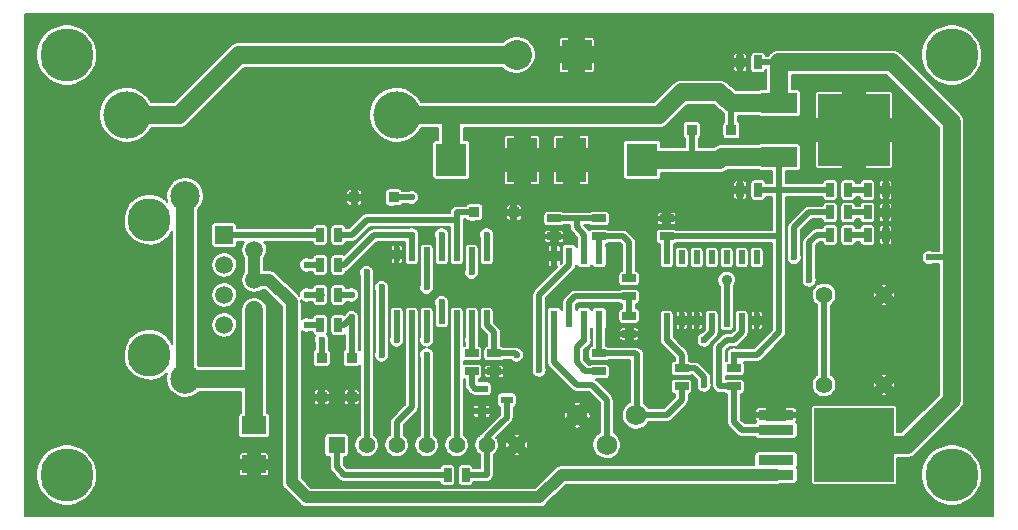
<source format=gtl>
G04 (created by PCBNEW (2013-may-18)-stable) date Tue 21 Oct 2014 07:01:45 PM CEST*
%MOIN*%
G04 Gerber Fmt 3.4, Leading zero omitted, Abs format*
%FSLAX34Y34*%
G01*
G70*
G90*
G04 APERTURE LIST*
%ADD10C,0.00590551*%
%ADD11C,0.0689*%
%ADD12C,0.055*%
%ADD13R,0.0394X0.0236*%
%ADD14R,0.0335X0.0335*%
%ADD15R,0.0236X0.0551*%
%ADD16R,0.08X0.06*%
%ADD17R,0.025X0.045*%
%ADD18R,0.045X0.025*%
%ADD19C,0.1437*%
%ADD20R,0.0591X0.0591*%
%ADD21C,0.0591*%
%ADD22C,0.0984252*%
%ADD23R,0.12X0.065*%
%ADD24R,0.24X0.24*%
%ADD25R,0.1004X0.1063*%
%ADD26R,0.1004X0.1496*%
%ADD27R,0.1X0.1*%
%ADD28C,0.1*%
%ADD29R,0.02X0.045*%
%ADD30R,0.055X0.055*%
%ADD31C,0.177165*%
%ADD32R,0.2677X0.2461*%
%ADD33R,0.1181X0.0319*%
%ADD34C,0.1575*%
%ADD35C,0.023622*%
%ADD36C,0.035*%
%ADD37C,0.0590551*%
%ADD38C,0.019685*%
%ADD39C,0.0393701*%
%ADD40C,0.00669291*%
G04 APERTURE END LIST*
G54D10*
G54D11*
X67234Y-31008D03*
X66250Y-31992D03*
X65266Y-31008D03*
G54D12*
X73500Y-27000D03*
X75500Y-27000D03*
X73500Y-30000D03*
X75500Y-30000D03*
G54D13*
X62084Y-30125D03*
X62916Y-30500D03*
X62084Y-30875D03*
G54D14*
X70409Y-21500D03*
X69091Y-21500D03*
G54D15*
X66000Y-27800D03*
X66000Y-25700D03*
X65500Y-27800D03*
X65000Y-27800D03*
X64500Y-27800D03*
X65500Y-25700D03*
X65000Y-25700D03*
X64500Y-25700D03*
G54D16*
X54500Y-31350D03*
X54500Y-32650D03*
G54D17*
X74950Y-25000D03*
X75550Y-25000D03*
G54D18*
X68750Y-29450D03*
X68750Y-30050D03*
X66000Y-28950D03*
X66000Y-29550D03*
X70500Y-29450D03*
X70500Y-30050D03*
G54D17*
X73700Y-25000D03*
X74300Y-25000D03*
G54D18*
X66000Y-24450D03*
X66000Y-25050D03*
X62500Y-28950D03*
X62500Y-29550D03*
X67000Y-26450D03*
X67000Y-27050D03*
X67000Y-27700D03*
X67000Y-28300D03*
X68250Y-25050D03*
X68250Y-24450D03*
G54D17*
X60950Y-33000D03*
X61550Y-33000D03*
G54D18*
X61750Y-28950D03*
X61750Y-29550D03*
G54D17*
X71300Y-19250D03*
X70700Y-19250D03*
G54D18*
X64500Y-24450D03*
X64500Y-25050D03*
G54D17*
X74950Y-24250D03*
X75550Y-24250D03*
X73700Y-24250D03*
X74300Y-24250D03*
X74950Y-23500D03*
X75550Y-23500D03*
X73700Y-23500D03*
X74300Y-23500D03*
X71300Y-23500D03*
X70700Y-23500D03*
G54D19*
X51000Y-29000D03*
X51000Y-24500D03*
G54D20*
X53500Y-25000D03*
G54D21*
X54500Y-25500D03*
X53500Y-26000D03*
X54500Y-26500D03*
X53500Y-27000D03*
X54500Y-27500D03*
X53500Y-28000D03*
X54500Y-28500D03*
G54D22*
X52200Y-23700D03*
X52200Y-29800D03*
G54D23*
X72000Y-20600D03*
G54D24*
X74500Y-21500D03*
G54D23*
X72000Y-22400D03*
G54D25*
X67431Y-22500D03*
G54D26*
X65069Y-22500D03*
G54D25*
X61069Y-22500D03*
G54D26*
X63431Y-22500D03*
G54D27*
X65250Y-19000D03*
G54D28*
X63250Y-19000D03*
G54D29*
X62250Y-25650D03*
X61750Y-25650D03*
X61250Y-25650D03*
X60750Y-25650D03*
X60250Y-25650D03*
X59750Y-25650D03*
X59250Y-25650D03*
X59250Y-27750D03*
X59750Y-27750D03*
X60250Y-27750D03*
X60750Y-27750D03*
X61250Y-27750D03*
X61750Y-27750D03*
X62250Y-27750D03*
G54D30*
X57250Y-32000D03*
G54D12*
X58250Y-32000D03*
X59250Y-32000D03*
X60250Y-32000D03*
X61250Y-32000D03*
X62250Y-32000D03*
X63250Y-32000D03*
G54D31*
X48250Y-19000D03*
X77750Y-19000D03*
X77750Y-33000D03*
X48250Y-33000D03*
G54D14*
X61841Y-24250D03*
X63159Y-24250D03*
X59159Y-23750D03*
X57841Y-23750D03*
X56750Y-29091D03*
X56750Y-30409D03*
X57750Y-29091D03*
X57750Y-30409D03*
G54D17*
X57300Y-25000D03*
X56700Y-25000D03*
X57300Y-26000D03*
X56700Y-26000D03*
X57300Y-27000D03*
X56700Y-27000D03*
X57300Y-28000D03*
X56700Y-28000D03*
G54D29*
X68250Y-27850D03*
X68750Y-27850D03*
X69250Y-27850D03*
X69750Y-27850D03*
X70250Y-27850D03*
X70750Y-27850D03*
X71250Y-27850D03*
X71250Y-25750D03*
X70750Y-25750D03*
X70250Y-25750D03*
X69750Y-25750D03*
X69250Y-25750D03*
X68750Y-25750D03*
X68250Y-25750D03*
G54D32*
X74500Y-32000D03*
G54D33*
X71902Y-31000D03*
X71902Y-31500D03*
X71902Y-32500D03*
X71902Y-33000D03*
G54D34*
X50250Y-21000D03*
X59250Y-21000D03*
G54D35*
X72500Y-25750D03*
X77000Y-25750D03*
X70500Y-29000D03*
X63250Y-29000D03*
X67250Y-29000D03*
X61750Y-26250D03*
X58250Y-26250D03*
X60250Y-26750D03*
X58750Y-29000D03*
X60250Y-29000D03*
X58750Y-26750D03*
G54D36*
X70250Y-26500D03*
G54D35*
X73000Y-26500D03*
X60250Y-28500D03*
X61750Y-28500D03*
X60750Y-25000D03*
X62250Y-25000D03*
X56250Y-27000D03*
X56250Y-26000D03*
X69500Y-30000D03*
X57750Y-27750D03*
X60750Y-27250D03*
X56750Y-28500D03*
X59250Y-28500D03*
X57750Y-27000D03*
X59750Y-23750D03*
X59750Y-25000D03*
X56250Y-28000D03*
X64000Y-29500D03*
X69500Y-28500D03*
X65500Y-28500D03*
G54D37*
X61069Y-22500D02*
X61069Y-21000D01*
X68000Y-21000D02*
X61250Y-21000D01*
X61250Y-21000D02*
X59500Y-21000D01*
X68750Y-20250D02*
X68000Y-21000D01*
X70409Y-20600D02*
X70000Y-20250D01*
X70000Y-20250D02*
X68750Y-20250D01*
X59500Y-21000D02*
X59250Y-21000D01*
G54D38*
X71300Y-19250D02*
X72000Y-19250D01*
X77000Y-25750D02*
X77000Y-25750D01*
X77750Y-25750D02*
X77000Y-25750D01*
X73000Y-24250D02*
X73700Y-24250D01*
X72500Y-24750D02*
X73000Y-24250D01*
X72500Y-24750D02*
X72500Y-24750D01*
X72500Y-25750D02*
X72500Y-24750D01*
G54D37*
X77750Y-21250D02*
X75750Y-19250D01*
X76250Y-32000D02*
X77750Y-30500D01*
X74500Y-32000D02*
X76250Y-32000D01*
X77750Y-21250D02*
X77750Y-25750D01*
X77750Y-25750D02*
X77750Y-30500D01*
X72000Y-19750D02*
X72000Y-19500D01*
X72000Y-19500D02*
X72000Y-19250D01*
X72000Y-19750D02*
X72000Y-20600D01*
X75750Y-19250D02*
X72000Y-19250D01*
G54D38*
X70409Y-21500D02*
X70409Y-20600D01*
X70500Y-20750D02*
X70500Y-20600D01*
X70500Y-20691D02*
X70500Y-20750D01*
X70409Y-20600D02*
X70500Y-20691D01*
G54D37*
X70500Y-20600D02*
X72000Y-20600D01*
G54D38*
X57250Y-32000D02*
X57250Y-32750D01*
X57500Y-33000D02*
X57250Y-32750D01*
X57500Y-33000D02*
X60950Y-33000D01*
X68250Y-25750D02*
X68250Y-25050D01*
X68250Y-25050D02*
X72000Y-25050D01*
X72000Y-25050D02*
X72000Y-25000D01*
X63250Y-29000D02*
X63200Y-28950D01*
X63200Y-28950D02*
X62500Y-28950D01*
X68750Y-30050D02*
X68750Y-30500D01*
X67242Y-31000D02*
X68250Y-31000D01*
X68250Y-31000D02*
X68750Y-30500D01*
X67242Y-31000D02*
X67234Y-31008D01*
X67250Y-29000D02*
X67200Y-28950D01*
X67250Y-30992D02*
X67250Y-29250D01*
X67250Y-29250D02*
X67250Y-29000D01*
X67234Y-31008D02*
X67250Y-30992D01*
X67200Y-28950D02*
X66000Y-28950D01*
X62250Y-27750D02*
X62250Y-28000D01*
X62500Y-28250D02*
X62500Y-28950D01*
X62250Y-28000D02*
X62500Y-28250D01*
X72000Y-23500D02*
X73700Y-23500D01*
X70500Y-29000D02*
X71250Y-29000D01*
X71250Y-29000D02*
X72000Y-28250D01*
X70500Y-29000D02*
X70500Y-29450D01*
X72000Y-28250D02*
X72000Y-28250D01*
X72000Y-28250D02*
X72000Y-25000D01*
X72000Y-25000D02*
X72000Y-23500D01*
X71300Y-23500D02*
X72000Y-23500D01*
X72000Y-22400D02*
X72000Y-23500D01*
X69091Y-21500D02*
X69091Y-22500D01*
X69091Y-22500D02*
X69000Y-22500D01*
G54D37*
X72000Y-22400D02*
X70100Y-22400D01*
X70000Y-22500D02*
X69000Y-22500D01*
X69000Y-22500D02*
X67431Y-22500D01*
X70100Y-22400D02*
X70000Y-22500D01*
G54D38*
X66000Y-28950D02*
X66000Y-28500D01*
X66000Y-28500D02*
X66000Y-27800D01*
X58250Y-32000D02*
X58250Y-26250D01*
X61750Y-26250D02*
X61750Y-25650D01*
X59750Y-27750D02*
X59750Y-30750D01*
X59250Y-31250D02*
X59250Y-32000D01*
X59750Y-30750D02*
X59250Y-31250D01*
X60250Y-32000D02*
X60250Y-29000D01*
X58750Y-29000D02*
X58750Y-26750D01*
X60250Y-26750D02*
X60250Y-25650D01*
X61250Y-32000D02*
X61250Y-27750D01*
X70250Y-27850D02*
X70250Y-26500D01*
X61750Y-28500D02*
X61750Y-28950D01*
X73000Y-25250D02*
X73000Y-26500D01*
X73000Y-25250D02*
X73250Y-25000D01*
X73250Y-25000D02*
X73700Y-25000D01*
X60250Y-28500D02*
X60250Y-27750D01*
X60750Y-25650D02*
X60750Y-25000D01*
X61750Y-28500D02*
X61750Y-27750D01*
X62250Y-25000D02*
X62250Y-25650D01*
X56700Y-25000D02*
X55000Y-25000D01*
X54750Y-25000D02*
X55000Y-25000D01*
X54750Y-25000D02*
X53500Y-25000D01*
X56750Y-27000D02*
X56700Y-27000D01*
X56250Y-27000D02*
X56750Y-27000D01*
X56700Y-26000D02*
X56250Y-26000D01*
X56250Y-26000D02*
X56250Y-26000D01*
X64500Y-25700D02*
X64500Y-25050D01*
X68750Y-29450D02*
X69200Y-29450D01*
X69500Y-29750D02*
X69500Y-30000D01*
X69200Y-29450D02*
X69500Y-29750D01*
X68250Y-27850D02*
X68250Y-28500D01*
X68750Y-29000D02*
X68750Y-29450D01*
X68250Y-28500D02*
X68750Y-29000D01*
X73500Y-27000D02*
X73500Y-30000D01*
X57750Y-27750D02*
X57750Y-29091D01*
X57300Y-28000D02*
X57500Y-28000D01*
X57500Y-28000D02*
X57750Y-27750D01*
X60750Y-27250D02*
X60750Y-27750D01*
X56750Y-28500D02*
X56750Y-29091D01*
X59250Y-27750D02*
X59250Y-28500D01*
X57750Y-27000D02*
X57300Y-27000D01*
X59159Y-23750D02*
X59500Y-23750D01*
X59500Y-23750D02*
X59750Y-23750D01*
X57300Y-26000D02*
X57500Y-26000D01*
X59750Y-25000D02*
X59750Y-25650D01*
X58500Y-25000D02*
X59750Y-25000D01*
X57500Y-26000D02*
X58500Y-25000D01*
X57300Y-25000D02*
X57750Y-25000D01*
X58250Y-24500D02*
X61250Y-24500D01*
X57750Y-25000D02*
X58250Y-24500D01*
X61250Y-24250D02*
X61841Y-24250D01*
X61250Y-24750D02*
X61250Y-25650D01*
X61250Y-24250D02*
X61250Y-24500D01*
X61250Y-24500D02*
X61250Y-24750D01*
X62084Y-30125D02*
X61875Y-30125D01*
X61750Y-30000D02*
X61750Y-29550D01*
X61875Y-30125D02*
X61750Y-30000D01*
X67000Y-27050D02*
X65200Y-27050D01*
X65000Y-27250D02*
X65000Y-27800D01*
X65200Y-27050D02*
X65000Y-27250D01*
X67000Y-27050D02*
X67000Y-27700D01*
X66250Y-31992D02*
X66250Y-30500D01*
X64500Y-29250D02*
X65250Y-30000D01*
X65250Y-30000D02*
X65750Y-30000D01*
X65750Y-30000D02*
X66250Y-30500D01*
X64500Y-29250D02*
X64500Y-27800D01*
X66000Y-25050D02*
X66800Y-25050D01*
X67000Y-25250D02*
X67000Y-26450D01*
X66800Y-25050D02*
X67000Y-25250D01*
X66000Y-25700D02*
X66000Y-25050D01*
G54D37*
X54000Y-19000D02*
X62250Y-19000D01*
X52000Y-21000D02*
X54000Y-19000D01*
X50250Y-21000D02*
X52000Y-21000D01*
X62250Y-19000D02*
X63250Y-19000D01*
X62250Y-19000D02*
X62250Y-19000D01*
G54D38*
X74300Y-23500D02*
X74950Y-23500D01*
G54D39*
X54500Y-26500D02*
X54500Y-25500D01*
X54500Y-26500D02*
X55000Y-26500D01*
X56250Y-33750D02*
X55750Y-33250D01*
X64750Y-33000D02*
X71902Y-33000D01*
X64750Y-33000D02*
X64000Y-33750D01*
X64000Y-33750D02*
X56250Y-33750D01*
X55750Y-27250D02*
X55750Y-33250D01*
X55000Y-26500D02*
X55750Y-27250D01*
G54D38*
X74300Y-24250D02*
X74950Y-24250D01*
X65500Y-25700D02*
X65500Y-25000D01*
X65250Y-24750D02*
X65250Y-24450D01*
X65500Y-25000D02*
X65250Y-24750D01*
X64500Y-24450D02*
X65250Y-24450D01*
X65250Y-24450D02*
X66000Y-24450D01*
X62916Y-30500D02*
X62916Y-31084D01*
X62250Y-31750D02*
X62750Y-31250D01*
X62250Y-31750D02*
X62250Y-32000D01*
X62916Y-31084D02*
X62750Y-31250D01*
X62250Y-32000D02*
X62250Y-32750D01*
X62250Y-33000D02*
X61550Y-33000D01*
X62250Y-32750D02*
X62250Y-33000D01*
X74300Y-25000D02*
X74950Y-25000D01*
X70000Y-29000D02*
X70000Y-28750D01*
X70000Y-30000D02*
X70050Y-30050D01*
X70500Y-30050D02*
X70050Y-30050D01*
X70750Y-28250D02*
X70750Y-27850D01*
X70750Y-28250D02*
X70500Y-28500D01*
X70000Y-29000D02*
X70000Y-30000D01*
X70250Y-28500D02*
X70500Y-28500D01*
X70000Y-28750D02*
X70250Y-28500D01*
X70500Y-30050D02*
X70500Y-31250D01*
X70750Y-31500D02*
X71902Y-31500D01*
X70500Y-31250D02*
X70750Y-31500D01*
X56700Y-28000D02*
X56250Y-28000D01*
X65000Y-26000D02*
X65000Y-25700D01*
X64000Y-27000D02*
X65000Y-26000D01*
X64000Y-29500D02*
X64000Y-27000D01*
G54D37*
X52200Y-29800D02*
X54500Y-29800D01*
X54500Y-29800D02*
X54500Y-29750D01*
X52200Y-23700D02*
X52200Y-29800D01*
X54500Y-28500D02*
X54500Y-29750D01*
X54500Y-29750D02*
X54500Y-31350D01*
X54500Y-27500D02*
X54500Y-28500D01*
G54D38*
X69750Y-28250D02*
X69500Y-28500D01*
X69750Y-27850D02*
X69750Y-28250D01*
X66000Y-29550D02*
X65550Y-29550D01*
X65550Y-29550D02*
X65500Y-29500D01*
X65500Y-28500D02*
X65500Y-27800D01*
X65250Y-29250D02*
X65500Y-29500D01*
X65250Y-28750D02*
X65250Y-29250D01*
X65500Y-28500D02*
X65250Y-28750D01*
G54D10*
G36*
X79129Y-34379D02*
X78769Y-34379D01*
X78769Y-32900D01*
X78769Y-18900D01*
X78730Y-18703D01*
X78654Y-18519D01*
X78543Y-18352D01*
X78402Y-18210D01*
X78237Y-18099D01*
X78052Y-18021D01*
X77857Y-17981D01*
X77657Y-17979D01*
X77460Y-18017D01*
X77275Y-18092D01*
X77108Y-18201D01*
X76965Y-18341D01*
X76852Y-18506D01*
X76773Y-18690D01*
X76732Y-18885D01*
X76729Y-19085D01*
X76765Y-19282D01*
X76839Y-19468D01*
X76947Y-19636D01*
X77086Y-19779D01*
X77250Y-19894D01*
X77433Y-19974D01*
X77628Y-20017D01*
X77828Y-20021D01*
X78025Y-19986D01*
X78211Y-19914D01*
X78380Y-19807D01*
X78525Y-19669D01*
X78640Y-19505D01*
X78721Y-19323D01*
X78766Y-19128D01*
X78769Y-18900D01*
X78769Y-32900D01*
X78730Y-32703D01*
X78654Y-32519D01*
X78543Y-32352D01*
X78402Y-32210D01*
X78237Y-32099D01*
X78178Y-32074D01*
X78178Y-30500D01*
X78178Y-25750D01*
X78178Y-21250D01*
X78174Y-21210D01*
X78171Y-21171D01*
X78170Y-21168D01*
X78170Y-21166D01*
X78159Y-21128D01*
X78148Y-21090D01*
X78147Y-21088D01*
X78146Y-21086D01*
X78127Y-21051D01*
X78109Y-21016D01*
X78108Y-21014D01*
X78107Y-21012D01*
X78082Y-20982D01*
X78057Y-20951D01*
X78054Y-20947D01*
X78054Y-20947D01*
X78054Y-20947D01*
X78053Y-20946D01*
X76053Y-18946D01*
X76022Y-18921D01*
X75992Y-18896D01*
X75990Y-18895D01*
X75988Y-18893D01*
X75953Y-18875D01*
X75918Y-18855D01*
X75916Y-18855D01*
X75914Y-18854D01*
X75876Y-18842D01*
X75839Y-18830D01*
X75836Y-18830D01*
X75834Y-18829D01*
X75795Y-18825D01*
X75755Y-18821D01*
X75751Y-18821D01*
X75751Y-18821D01*
X75751Y-18821D01*
X75750Y-18821D01*
X72000Y-18821D01*
X71959Y-18825D01*
X71919Y-18828D01*
X71918Y-18829D01*
X71916Y-18829D01*
X71878Y-18841D01*
X71839Y-18852D01*
X71838Y-18853D01*
X71836Y-18853D01*
X71800Y-18872D01*
X71765Y-18891D01*
X71764Y-18892D01*
X71762Y-18892D01*
X71731Y-18918D01*
X71700Y-18943D01*
X71699Y-18944D01*
X71697Y-18945D01*
X71672Y-18976D01*
X71646Y-19007D01*
X71645Y-19009D01*
X71644Y-19010D01*
X71640Y-19018D01*
X71558Y-19018D01*
X71558Y-19011D01*
X71553Y-18986D01*
X71543Y-18962D01*
X71528Y-18940D01*
X71510Y-18921D01*
X71488Y-18907D01*
X71464Y-18896D01*
X71439Y-18891D01*
X71412Y-18891D01*
X71161Y-18891D01*
X71136Y-18896D01*
X71112Y-18906D01*
X71090Y-18921D01*
X71071Y-18939D01*
X71057Y-18961D01*
X71046Y-18985D01*
X71041Y-19010D01*
X71041Y-19037D01*
X71041Y-19488D01*
X71046Y-19513D01*
X71056Y-19537D01*
X71071Y-19559D01*
X71089Y-19578D01*
X71111Y-19592D01*
X71135Y-19603D01*
X71160Y-19608D01*
X71187Y-19608D01*
X71438Y-19608D01*
X71463Y-19603D01*
X71487Y-19593D01*
X71509Y-19578D01*
X71528Y-19560D01*
X71542Y-19538D01*
X71553Y-19514D01*
X71558Y-19489D01*
X71558Y-19481D01*
X71571Y-19481D01*
X71571Y-19500D01*
X71571Y-19750D01*
X71571Y-20141D01*
X71386Y-20141D01*
X71361Y-20146D01*
X71337Y-20156D01*
X71315Y-20171D01*
X71315Y-20171D01*
X70925Y-20171D01*
X70925Y-19465D01*
X70925Y-19034D01*
X70925Y-19014D01*
X70921Y-18995D01*
X70913Y-18977D01*
X70902Y-18960D01*
X70888Y-18946D01*
X70872Y-18935D01*
X70854Y-18928D01*
X70834Y-18924D01*
X70787Y-18924D01*
X70762Y-18949D01*
X70762Y-19137D01*
X70900Y-19137D01*
X70925Y-19112D01*
X70925Y-19034D01*
X70925Y-19465D01*
X70925Y-19387D01*
X70900Y-19362D01*
X70762Y-19362D01*
X70762Y-19550D01*
X70787Y-19575D01*
X70834Y-19575D01*
X70854Y-19571D01*
X70872Y-19564D01*
X70888Y-19553D01*
X70902Y-19539D01*
X70913Y-19522D01*
X70921Y-19504D01*
X70925Y-19485D01*
X70925Y-19465D01*
X70925Y-20171D01*
X70637Y-20171D01*
X70637Y-19550D01*
X70637Y-19362D01*
X70637Y-19137D01*
X70637Y-18949D01*
X70612Y-18924D01*
X70565Y-18924D01*
X70545Y-18928D01*
X70527Y-18935D01*
X70511Y-18946D01*
X70497Y-18960D01*
X70486Y-18977D01*
X70478Y-18995D01*
X70474Y-19014D01*
X70474Y-19034D01*
X70474Y-19112D01*
X70499Y-19137D01*
X70637Y-19137D01*
X70637Y-19362D01*
X70499Y-19362D01*
X70474Y-19387D01*
X70474Y-19465D01*
X70474Y-19485D01*
X70478Y-19504D01*
X70486Y-19522D01*
X70497Y-19539D01*
X70511Y-19553D01*
X70527Y-19564D01*
X70545Y-19571D01*
X70565Y-19575D01*
X70612Y-19575D01*
X70637Y-19550D01*
X70637Y-20171D01*
X70566Y-20171D01*
X70279Y-19924D01*
X70260Y-19911D01*
X70242Y-19896D01*
X70225Y-19887D01*
X70210Y-19876D01*
X70189Y-19867D01*
X70168Y-19855D01*
X70151Y-19850D01*
X70133Y-19842D01*
X70111Y-19837D01*
X70089Y-19830D01*
X70070Y-19828D01*
X70052Y-19824D01*
X70029Y-19823D01*
X70005Y-19821D01*
X70000Y-19821D01*
X68750Y-19821D01*
X68710Y-19825D01*
X68671Y-19828D01*
X68668Y-19829D01*
X68666Y-19829D01*
X68628Y-19840D01*
X68590Y-19851D01*
X68588Y-19852D01*
X68586Y-19853D01*
X68551Y-19872D01*
X68516Y-19890D01*
X68514Y-19891D01*
X68512Y-19892D01*
X68482Y-19917D01*
X68451Y-19942D01*
X68447Y-19945D01*
X68447Y-19945D01*
X68447Y-19945D01*
X68446Y-19946D01*
X67822Y-20571D01*
X65850Y-20571D01*
X65850Y-19490D01*
X65850Y-18509D01*
X65850Y-18489D01*
X65846Y-18470D01*
X65838Y-18452D01*
X65827Y-18435D01*
X65813Y-18421D01*
X65797Y-18410D01*
X65779Y-18403D01*
X65759Y-18399D01*
X65525Y-18399D01*
X65500Y-18424D01*
X65500Y-18750D01*
X65825Y-18750D01*
X65850Y-18724D01*
X65850Y-18509D01*
X65850Y-19490D01*
X65850Y-19275D01*
X65825Y-19250D01*
X65500Y-19250D01*
X65500Y-19575D01*
X65525Y-19600D01*
X65759Y-19600D01*
X65779Y-19596D01*
X65797Y-19589D01*
X65813Y-19578D01*
X65827Y-19564D01*
X65838Y-19547D01*
X65846Y-19529D01*
X65850Y-19510D01*
X65850Y-19490D01*
X65850Y-20571D01*
X65000Y-20571D01*
X65000Y-19575D01*
X65000Y-19250D01*
X65000Y-18750D01*
X65000Y-18424D01*
X64974Y-18399D01*
X64740Y-18399D01*
X64720Y-18403D01*
X64702Y-18410D01*
X64686Y-18421D01*
X64672Y-18435D01*
X64661Y-18452D01*
X64653Y-18470D01*
X64649Y-18489D01*
X64649Y-18509D01*
X64649Y-18724D01*
X64674Y-18750D01*
X65000Y-18750D01*
X65000Y-19250D01*
X64674Y-19250D01*
X64649Y-19275D01*
X64649Y-19490D01*
X64649Y-19510D01*
X64653Y-19529D01*
X64661Y-19547D01*
X64672Y-19564D01*
X64686Y-19578D01*
X64702Y-19589D01*
X64720Y-19596D01*
X64740Y-19600D01*
X64974Y-19600D01*
X65000Y-19575D01*
X65000Y-20571D01*
X63883Y-20571D01*
X63883Y-18937D01*
X63859Y-18816D01*
X63812Y-18701D01*
X63743Y-18597D01*
X63655Y-18509D01*
X63552Y-18440D01*
X63438Y-18391D01*
X63316Y-18366D01*
X63192Y-18366D01*
X63070Y-18389D01*
X62955Y-18435D01*
X62851Y-18503D01*
X62782Y-18571D01*
X62250Y-18571D01*
X54000Y-18571D01*
X53960Y-18575D01*
X53921Y-18578D01*
X53918Y-18579D01*
X53916Y-18579D01*
X53878Y-18590D01*
X53840Y-18601D01*
X53838Y-18602D01*
X53836Y-18603D01*
X53801Y-18622D01*
X53766Y-18640D01*
X53764Y-18641D01*
X53762Y-18642D01*
X53732Y-18667D01*
X53701Y-18692D01*
X53697Y-18695D01*
X53697Y-18695D01*
X53697Y-18695D01*
X53696Y-18696D01*
X51822Y-20571D01*
X51069Y-20571D01*
X51067Y-20565D01*
X50967Y-20415D01*
X50839Y-20286D01*
X50690Y-20185D01*
X50523Y-20115D01*
X50346Y-20079D01*
X50166Y-20078D01*
X49988Y-20112D01*
X49821Y-20179D01*
X49670Y-20278D01*
X49541Y-20405D01*
X49439Y-20554D01*
X49367Y-20720D01*
X49330Y-20896D01*
X49327Y-21077D01*
X49360Y-21255D01*
X49426Y-21423D01*
X49524Y-21574D01*
X49650Y-21704D01*
X49798Y-21807D01*
X49964Y-21880D01*
X50140Y-21918D01*
X50320Y-21922D01*
X50498Y-21891D01*
X50667Y-21826D01*
X50819Y-21729D01*
X50950Y-21604D01*
X51054Y-21457D01*
X51067Y-21428D01*
X52000Y-21428D01*
X52039Y-21424D01*
X52078Y-21421D01*
X52081Y-21420D01*
X52083Y-21420D01*
X52121Y-21409D01*
X52159Y-21398D01*
X52161Y-21397D01*
X52163Y-21396D01*
X52198Y-21377D01*
X52233Y-21359D01*
X52235Y-21358D01*
X52237Y-21357D01*
X52267Y-21332D01*
X52298Y-21307D01*
X52302Y-21304D01*
X52302Y-21304D01*
X52302Y-21304D01*
X52303Y-21303D01*
X54177Y-19428D01*
X62250Y-19428D01*
X62783Y-19428D01*
X62837Y-19484D01*
X62939Y-19555D01*
X63053Y-19605D01*
X63174Y-19632D01*
X63298Y-19634D01*
X63421Y-19613D01*
X63536Y-19568D01*
X63641Y-19501D01*
X63731Y-19415D01*
X63803Y-19314D01*
X63853Y-19200D01*
X63881Y-19079D01*
X63883Y-18937D01*
X63883Y-20571D01*
X61250Y-20571D01*
X60069Y-20571D01*
X60067Y-20565D01*
X59967Y-20415D01*
X59839Y-20286D01*
X59690Y-20185D01*
X59523Y-20115D01*
X59346Y-20079D01*
X59166Y-20078D01*
X58988Y-20112D01*
X58821Y-20179D01*
X58670Y-20278D01*
X58541Y-20405D01*
X58439Y-20554D01*
X58367Y-20720D01*
X58330Y-20896D01*
X58327Y-21077D01*
X58360Y-21255D01*
X58426Y-21423D01*
X58524Y-21574D01*
X58650Y-21704D01*
X58798Y-21807D01*
X58964Y-21880D01*
X59140Y-21918D01*
X59320Y-21922D01*
X59498Y-21891D01*
X59667Y-21826D01*
X59819Y-21729D01*
X59950Y-21604D01*
X60054Y-21457D01*
X60067Y-21428D01*
X60640Y-21428D01*
X60640Y-21835D01*
X60553Y-21835D01*
X60528Y-21840D01*
X60504Y-21850D01*
X60482Y-21864D01*
X60463Y-21883D01*
X60449Y-21904D01*
X60438Y-21928D01*
X60433Y-21954D01*
X60433Y-21980D01*
X60433Y-23044D01*
X60438Y-23070D01*
X60448Y-23094D01*
X60463Y-23116D01*
X60481Y-23134D01*
X60503Y-23149D01*
X60527Y-23159D01*
X60552Y-23164D01*
X60579Y-23165D01*
X61584Y-23164D01*
X61609Y-23159D01*
X61633Y-23149D01*
X61655Y-23135D01*
X61674Y-23116D01*
X61688Y-23095D01*
X61699Y-23071D01*
X61704Y-23045D01*
X61704Y-23019D01*
X61704Y-21955D01*
X61699Y-21929D01*
X61689Y-21905D01*
X61674Y-21883D01*
X61656Y-21865D01*
X61634Y-21850D01*
X61610Y-21840D01*
X61585Y-21835D01*
X61558Y-21834D01*
X61497Y-21834D01*
X61497Y-21428D01*
X68000Y-21428D01*
X68039Y-21424D01*
X68078Y-21421D01*
X68081Y-21420D01*
X68083Y-21420D01*
X68121Y-21409D01*
X68159Y-21398D01*
X68161Y-21397D01*
X68163Y-21396D01*
X68198Y-21377D01*
X68233Y-21359D01*
X68235Y-21358D01*
X68237Y-21357D01*
X68267Y-21332D01*
X68298Y-21307D01*
X68302Y-21304D01*
X68302Y-21304D01*
X68302Y-21304D01*
X68303Y-21303D01*
X68927Y-20678D01*
X69841Y-20678D01*
X70129Y-20925D01*
X70177Y-20959D01*
X70177Y-21215D01*
X70156Y-21228D01*
X70138Y-21247D01*
X70123Y-21268D01*
X70113Y-21292D01*
X70108Y-21318D01*
X70107Y-21344D01*
X70108Y-21680D01*
X70113Y-21706D01*
X70123Y-21730D01*
X70137Y-21752D01*
X70156Y-21770D01*
X70177Y-21785D01*
X70201Y-21795D01*
X70227Y-21800D01*
X70253Y-21801D01*
X70589Y-21800D01*
X70615Y-21795D01*
X70639Y-21785D01*
X70661Y-21771D01*
X70679Y-21752D01*
X70694Y-21731D01*
X70704Y-21707D01*
X70709Y-21681D01*
X70710Y-21655D01*
X70709Y-21319D01*
X70704Y-21293D01*
X70694Y-21269D01*
X70680Y-21247D01*
X70661Y-21229D01*
X70640Y-21214D01*
X70640Y-21028D01*
X71315Y-21028D01*
X71336Y-21042D01*
X71360Y-21053D01*
X71385Y-21058D01*
X71412Y-21058D01*
X72613Y-21058D01*
X72638Y-21053D01*
X72662Y-21043D01*
X72684Y-21028D01*
X72703Y-21010D01*
X72717Y-20988D01*
X72728Y-20964D01*
X72733Y-20939D01*
X72733Y-20912D01*
X72733Y-20261D01*
X72728Y-20236D01*
X72718Y-20212D01*
X72703Y-20190D01*
X72685Y-20171D01*
X72663Y-20157D01*
X72639Y-20146D01*
X72614Y-20141D01*
X72587Y-20141D01*
X72428Y-20141D01*
X72428Y-19750D01*
X72428Y-19678D01*
X75572Y-19678D01*
X77321Y-21427D01*
X77321Y-25518D01*
X77097Y-25518D01*
X77074Y-25508D01*
X77026Y-25498D01*
X76977Y-25498D01*
X76928Y-25507D01*
X76882Y-25525D01*
X76841Y-25552D01*
X76806Y-25587D01*
X76778Y-25628D01*
X76759Y-25673D01*
X76748Y-25721D01*
X76748Y-25771D01*
X76757Y-25819D01*
X76775Y-25865D01*
X76801Y-25907D01*
X76836Y-25942D01*
X76876Y-25970D01*
X76921Y-25990D01*
X76970Y-26001D01*
X77019Y-26002D01*
X77067Y-25993D01*
X77097Y-25981D01*
X77321Y-25981D01*
X77321Y-30322D01*
X76072Y-31571D01*
X75938Y-31571D01*
X75938Y-30759D01*
X75935Y-30740D01*
X75927Y-30722D01*
X75916Y-30705D01*
X75902Y-30691D01*
X75886Y-30680D01*
X75876Y-30676D01*
X75876Y-30022D01*
X75876Y-27022D01*
X75873Y-26948D01*
X75864Y-26904D01*
X75826Y-26868D01*
X75800Y-26894D01*
X75800Y-22709D01*
X75800Y-20290D01*
X75796Y-20270D01*
X75789Y-20252D01*
X75778Y-20236D01*
X75764Y-20222D01*
X75747Y-20211D01*
X75729Y-20203D01*
X75710Y-20199D01*
X75690Y-20199D01*
X74885Y-20199D01*
X74860Y-20224D01*
X74860Y-21139D01*
X75775Y-21139D01*
X75800Y-21114D01*
X75800Y-20290D01*
X75800Y-22709D01*
X75800Y-21885D01*
X75775Y-21860D01*
X74860Y-21860D01*
X74860Y-22775D01*
X74885Y-22800D01*
X75690Y-22800D01*
X75710Y-22800D01*
X75729Y-22796D01*
X75747Y-22788D01*
X75764Y-22777D01*
X75778Y-22763D01*
X75789Y-22747D01*
X75796Y-22729D01*
X75800Y-22709D01*
X75800Y-26894D01*
X75775Y-26918D01*
X75775Y-25215D01*
X75775Y-24784D01*
X75775Y-24465D01*
X75775Y-24034D01*
X75775Y-23715D01*
X75775Y-23284D01*
X75775Y-23264D01*
X75771Y-23245D01*
X75763Y-23227D01*
X75752Y-23210D01*
X75738Y-23196D01*
X75722Y-23185D01*
X75704Y-23178D01*
X75684Y-23174D01*
X75637Y-23174D01*
X75612Y-23199D01*
X75612Y-23387D01*
X75750Y-23387D01*
X75775Y-23362D01*
X75775Y-23284D01*
X75775Y-23715D01*
X75775Y-23637D01*
X75750Y-23612D01*
X75612Y-23612D01*
X75612Y-23800D01*
X75637Y-23825D01*
X75684Y-23825D01*
X75704Y-23821D01*
X75722Y-23814D01*
X75738Y-23803D01*
X75752Y-23789D01*
X75763Y-23772D01*
X75771Y-23754D01*
X75775Y-23735D01*
X75775Y-23715D01*
X75775Y-24034D01*
X75775Y-24014D01*
X75771Y-23995D01*
X75763Y-23977D01*
X75752Y-23960D01*
X75738Y-23946D01*
X75722Y-23935D01*
X75704Y-23928D01*
X75684Y-23924D01*
X75637Y-23924D01*
X75612Y-23949D01*
X75612Y-24137D01*
X75750Y-24137D01*
X75775Y-24112D01*
X75775Y-24034D01*
X75775Y-24465D01*
X75775Y-24387D01*
X75750Y-24362D01*
X75612Y-24362D01*
X75612Y-24550D01*
X75637Y-24575D01*
X75684Y-24575D01*
X75704Y-24571D01*
X75722Y-24564D01*
X75738Y-24553D01*
X75752Y-24539D01*
X75763Y-24522D01*
X75771Y-24504D01*
X75775Y-24485D01*
X75775Y-24465D01*
X75775Y-24784D01*
X75775Y-24764D01*
X75771Y-24745D01*
X75763Y-24727D01*
X75752Y-24710D01*
X75738Y-24696D01*
X75722Y-24685D01*
X75704Y-24678D01*
X75684Y-24674D01*
X75637Y-24674D01*
X75612Y-24699D01*
X75612Y-24887D01*
X75750Y-24887D01*
X75775Y-24862D01*
X75775Y-24784D01*
X75775Y-25215D01*
X75775Y-25137D01*
X75750Y-25112D01*
X75612Y-25112D01*
X75612Y-25300D01*
X75637Y-25325D01*
X75684Y-25325D01*
X75704Y-25321D01*
X75722Y-25314D01*
X75738Y-25303D01*
X75752Y-25289D01*
X75763Y-25272D01*
X75771Y-25254D01*
X75775Y-25235D01*
X75775Y-25215D01*
X75775Y-26918D01*
X75694Y-27000D01*
X75826Y-27131D01*
X75864Y-27095D01*
X75876Y-27022D01*
X75876Y-30022D01*
X75873Y-29948D01*
X75864Y-29904D01*
X75826Y-29868D01*
X75694Y-30000D01*
X75826Y-30131D01*
X75864Y-30095D01*
X75876Y-30022D01*
X75876Y-30676D01*
X75868Y-30673D01*
X75849Y-30669D01*
X75829Y-30669D01*
X75631Y-30669D01*
X75631Y-30326D01*
X75631Y-29673D01*
X75631Y-27326D01*
X75631Y-26673D01*
X75595Y-26635D01*
X75522Y-26623D01*
X75487Y-26624D01*
X75487Y-25300D01*
X75487Y-25112D01*
X75487Y-24887D01*
X75487Y-24699D01*
X75487Y-24550D01*
X75487Y-24362D01*
X75487Y-24137D01*
X75487Y-23949D01*
X75487Y-23800D01*
X75487Y-23612D01*
X75487Y-23387D01*
X75487Y-23199D01*
X75462Y-23174D01*
X75415Y-23174D01*
X75395Y-23178D01*
X75377Y-23185D01*
X75361Y-23196D01*
X75347Y-23210D01*
X75336Y-23227D01*
X75328Y-23245D01*
X75324Y-23264D01*
X75324Y-23284D01*
X75324Y-23362D01*
X75349Y-23387D01*
X75487Y-23387D01*
X75487Y-23612D01*
X75349Y-23612D01*
X75324Y-23637D01*
X75324Y-23715D01*
X75324Y-23735D01*
X75328Y-23754D01*
X75336Y-23772D01*
X75347Y-23789D01*
X75361Y-23803D01*
X75377Y-23814D01*
X75395Y-23821D01*
X75415Y-23825D01*
X75462Y-23825D01*
X75487Y-23800D01*
X75487Y-23949D01*
X75462Y-23924D01*
X75415Y-23924D01*
X75395Y-23928D01*
X75377Y-23935D01*
X75361Y-23946D01*
X75347Y-23960D01*
X75336Y-23977D01*
X75328Y-23995D01*
X75324Y-24014D01*
X75324Y-24034D01*
X75324Y-24112D01*
X75349Y-24137D01*
X75487Y-24137D01*
X75487Y-24362D01*
X75349Y-24362D01*
X75324Y-24387D01*
X75324Y-24465D01*
X75324Y-24485D01*
X75328Y-24504D01*
X75336Y-24522D01*
X75347Y-24539D01*
X75361Y-24553D01*
X75377Y-24564D01*
X75395Y-24571D01*
X75415Y-24575D01*
X75462Y-24575D01*
X75487Y-24550D01*
X75487Y-24699D01*
X75462Y-24674D01*
X75415Y-24674D01*
X75395Y-24678D01*
X75377Y-24685D01*
X75361Y-24696D01*
X75347Y-24710D01*
X75336Y-24727D01*
X75328Y-24745D01*
X75324Y-24764D01*
X75324Y-24784D01*
X75324Y-24862D01*
X75349Y-24887D01*
X75487Y-24887D01*
X75487Y-25112D01*
X75349Y-25112D01*
X75324Y-25137D01*
X75324Y-25215D01*
X75324Y-25235D01*
X75328Y-25254D01*
X75336Y-25272D01*
X75347Y-25289D01*
X75361Y-25303D01*
X75377Y-25314D01*
X75395Y-25321D01*
X75415Y-25325D01*
X75462Y-25325D01*
X75487Y-25300D01*
X75487Y-26624D01*
X75448Y-26626D01*
X75404Y-26635D01*
X75368Y-26673D01*
X75500Y-26805D01*
X75631Y-26673D01*
X75631Y-27326D01*
X75500Y-27194D01*
X75368Y-27326D01*
X75404Y-27364D01*
X75477Y-27376D01*
X75551Y-27373D01*
X75595Y-27364D01*
X75631Y-27326D01*
X75631Y-29673D01*
X75595Y-29635D01*
X75522Y-29623D01*
X75448Y-29626D01*
X75404Y-29635D01*
X75368Y-29673D01*
X75500Y-29805D01*
X75631Y-29673D01*
X75631Y-30326D01*
X75500Y-30194D01*
X75368Y-30326D01*
X75404Y-30364D01*
X75477Y-30376D01*
X75551Y-30373D01*
X75595Y-30364D01*
X75631Y-30326D01*
X75631Y-30669D01*
X75305Y-30669D01*
X75305Y-30000D01*
X75305Y-27000D01*
X75208Y-26903D01*
X75208Y-25212D01*
X75208Y-24462D01*
X75208Y-23712D01*
X75208Y-23261D01*
X75203Y-23236D01*
X75193Y-23212D01*
X75178Y-23190D01*
X75160Y-23171D01*
X75138Y-23157D01*
X75114Y-23146D01*
X75089Y-23141D01*
X75062Y-23141D01*
X74811Y-23141D01*
X74786Y-23146D01*
X74762Y-23156D01*
X74740Y-23171D01*
X74721Y-23189D01*
X74707Y-23211D01*
X74696Y-23235D01*
X74691Y-23260D01*
X74691Y-23268D01*
X74558Y-23268D01*
X74558Y-23261D01*
X74553Y-23236D01*
X74543Y-23212D01*
X74528Y-23190D01*
X74510Y-23171D01*
X74488Y-23157D01*
X74464Y-23146D01*
X74439Y-23141D01*
X74412Y-23141D01*
X74161Y-23141D01*
X74139Y-23145D01*
X74139Y-22775D01*
X74139Y-21860D01*
X74139Y-21139D01*
X74139Y-20224D01*
X74114Y-20199D01*
X73309Y-20199D01*
X73289Y-20199D01*
X73270Y-20203D01*
X73252Y-20211D01*
X73235Y-20222D01*
X73221Y-20236D01*
X73210Y-20252D01*
X73203Y-20270D01*
X73199Y-20290D01*
X73199Y-21114D01*
X73224Y-21139D01*
X74139Y-21139D01*
X74139Y-21860D01*
X73224Y-21860D01*
X73199Y-21885D01*
X73199Y-22709D01*
X73203Y-22729D01*
X73210Y-22747D01*
X73221Y-22763D01*
X73235Y-22777D01*
X73252Y-22788D01*
X73270Y-22796D01*
X73289Y-22800D01*
X73309Y-22800D01*
X74114Y-22800D01*
X74139Y-22775D01*
X74139Y-23145D01*
X74136Y-23146D01*
X74112Y-23156D01*
X74090Y-23171D01*
X74071Y-23189D01*
X74057Y-23211D01*
X74046Y-23235D01*
X74041Y-23260D01*
X74041Y-23287D01*
X74041Y-23738D01*
X74046Y-23763D01*
X74056Y-23787D01*
X74071Y-23809D01*
X74089Y-23828D01*
X74111Y-23842D01*
X74135Y-23853D01*
X74160Y-23858D01*
X74187Y-23858D01*
X74438Y-23858D01*
X74463Y-23853D01*
X74487Y-23843D01*
X74509Y-23828D01*
X74528Y-23810D01*
X74542Y-23788D01*
X74553Y-23764D01*
X74558Y-23739D01*
X74558Y-23731D01*
X74691Y-23731D01*
X74691Y-23738D01*
X74696Y-23763D01*
X74706Y-23787D01*
X74721Y-23809D01*
X74739Y-23828D01*
X74761Y-23842D01*
X74785Y-23853D01*
X74810Y-23858D01*
X74837Y-23858D01*
X75088Y-23858D01*
X75113Y-23853D01*
X75137Y-23843D01*
X75159Y-23828D01*
X75178Y-23810D01*
X75192Y-23788D01*
X75203Y-23764D01*
X75208Y-23739D01*
X75208Y-23712D01*
X75208Y-24462D01*
X75208Y-24011D01*
X75203Y-23986D01*
X75193Y-23962D01*
X75178Y-23940D01*
X75160Y-23921D01*
X75138Y-23907D01*
X75114Y-23896D01*
X75089Y-23891D01*
X75062Y-23891D01*
X74811Y-23891D01*
X74786Y-23896D01*
X74762Y-23906D01*
X74740Y-23921D01*
X74721Y-23939D01*
X74707Y-23961D01*
X74696Y-23985D01*
X74691Y-24010D01*
X74691Y-24018D01*
X74558Y-24018D01*
X74558Y-24011D01*
X74553Y-23986D01*
X74543Y-23962D01*
X74528Y-23940D01*
X74510Y-23921D01*
X74488Y-23907D01*
X74464Y-23896D01*
X74439Y-23891D01*
X74412Y-23891D01*
X74161Y-23891D01*
X74136Y-23896D01*
X74112Y-23906D01*
X74090Y-23921D01*
X74071Y-23939D01*
X74057Y-23961D01*
X74046Y-23985D01*
X74041Y-24010D01*
X74041Y-24037D01*
X74041Y-24488D01*
X74046Y-24513D01*
X74056Y-24537D01*
X74071Y-24559D01*
X74089Y-24578D01*
X74111Y-24592D01*
X74135Y-24603D01*
X74160Y-24608D01*
X74187Y-24608D01*
X74438Y-24608D01*
X74463Y-24603D01*
X74487Y-24593D01*
X74509Y-24578D01*
X74528Y-24560D01*
X74542Y-24538D01*
X74553Y-24514D01*
X74558Y-24489D01*
X74558Y-24481D01*
X74691Y-24481D01*
X74691Y-24488D01*
X74696Y-24513D01*
X74706Y-24537D01*
X74721Y-24559D01*
X74739Y-24578D01*
X74761Y-24592D01*
X74785Y-24603D01*
X74810Y-24608D01*
X74837Y-24608D01*
X75088Y-24608D01*
X75113Y-24603D01*
X75137Y-24593D01*
X75159Y-24578D01*
X75178Y-24560D01*
X75192Y-24538D01*
X75203Y-24514D01*
X75208Y-24489D01*
X75208Y-24462D01*
X75208Y-25212D01*
X75208Y-24761D01*
X75203Y-24736D01*
X75193Y-24712D01*
X75178Y-24690D01*
X75160Y-24671D01*
X75138Y-24657D01*
X75114Y-24646D01*
X75089Y-24641D01*
X75062Y-24641D01*
X74811Y-24641D01*
X74786Y-24646D01*
X74762Y-24656D01*
X74740Y-24671D01*
X74721Y-24689D01*
X74707Y-24711D01*
X74696Y-24735D01*
X74691Y-24760D01*
X74691Y-24768D01*
X74558Y-24768D01*
X74558Y-24761D01*
X74553Y-24736D01*
X74543Y-24712D01*
X74528Y-24690D01*
X74510Y-24671D01*
X74488Y-24657D01*
X74464Y-24646D01*
X74439Y-24641D01*
X74412Y-24641D01*
X74161Y-24641D01*
X74136Y-24646D01*
X74112Y-24656D01*
X74090Y-24671D01*
X74071Y-24689D01*
X74057Y-24711D01*
X74046Y-24735D01*
X74041Y-24760D01*
X74041Y-24787D01*
X74041Y-25238D01*
X74046Y-25263D01*
X74056Y-25287D01*
X74071Y-25309D01*
X74089Y-25328D01*
X74111Y-25342D01*
X74135Y-25353D01*
X74160Y-25358D01*
X74187Y-25358D01*
X74438Y-25358D01*
X74463Y-25353D01*
X74487Y-25343D01*
X74509Y-25328D01*
X74528Y-25310D01*
X74542Y-25288D01*
X74553Y-25264D01*
X74558Y-25239D01*
X74558Y-25231D01*
X74691Y-25231D01*
X74691Y-25238D01*
X74696Y-25263D01*
X74706Y-25287D01*
X74721Y-25309D01*
X74739Y-25328D01*
X74761Y-25342D01*
X74785Y-25353D01*
X74810Y-25358D01*
X74837Y-25358D01*
X75088Y-25358D01*
X75113Y-25353D01*
X75137Y-25343D01*
X75159Y-25328D01*
X75178Y-25310D01*
X75192Y-25288D01*
X75203Y-25264D01*
X75208Y-25239D01*
X75208Y-25212D01*
X75208Y-26903D01*
X75173Y-26868D01*
X75135Y-26904D01*
X75123Y-26977D01*
X75126Y-27051D01*
X75135Y-27095D01*
X75173Y-27131D01*
X75305Y-27000D01*
X75305Y-30000D01*
X75173Y-29868D01*
X75135Y-29904D01*
X75123Y-29977D01*
X75126Y-30051D01*
X75135Y-30095D01*
X75173Y-30131D01*
X75305Y-30000D01*
X75305Y-30669D01*
X73958Y-30669D01*
X73958Y-25212D01*
X73958Y-24462D01*
X73958Y-23712D01*
X73958Y-23261D01*
X73953Y-23236D01*
X73943Y-23212D01*
X73928Y-23190D01*
X73910Y-23171D01*
X73888Y-23157D01*
X73864Y-23146D01*
X73839Y-23141D01*
X73812Y-23141D01*
X73561Y-23141D01*
X73536Y-23146D01*
X73512Y-23156D01*
X73490Y-23171D01*
X73471Y-23189D01*
X73457Y-23211D01*
X73446Y-23235D01*
X73441Y-23260D01*
X73441Y-23268D01*
X72231Y-23268D01*
X72231Y-22858D01*
X72613Y-22858D01*
X72638Y-22853D01*
X72662Y-22843D01*
X72684Y-22828D01*
X72703Y-22810D01*
X72717Y-22788D01*
X72728Y-22764D01*
X72733Y-22739D01*
X72733Y-22712D01*
X72733Y-22061D01*
X72728Y-22036D01*
X72718Y-22012D01*
X72703Y-21990D01*
X72685Y-21971D01*
X72663Y-21957D01*
X72639Y-21946D01*
X72614Y-21941D01*
X72587Y-21941D01*
X71386Y-21941D01*
X71361Y-21946D01*
X71337Y-21956D01*
X71315Y-21971D01*
X71315Y-21971D01*
X70100Y-21971D01*
X70060Y-21975D01*
X70021Y-21978D01*
X70018Y-21979D01*
X70016Y-21979D01*
X69978Y-21990D01*
X69940Y-22001D01*
X69938Y-22002D01*
X69936Y-22003D01*
X69901Y-22022D01*
X69866Y-22040D01*
X69864Y-22041D01*
X69862Y-22042D01*
X69832Y-22067D01*
X69827Y-22071D01*
X69322Y-22071D01*
X69322Y-21784D01*
X69343Y-21771D01*
X69361Y-21752D01*
X69376Y-21731D01*
X69386Y-21707D01*
X69391Y-21681D01*
X69392Y-21655D01*
X69391Y-21319D01*
X69386Y-21293D01*
X69376Y-21269D01*
X69362Y-21247D01*
X69343Y-21229D01*
X69322Y-21214D01*
X69298Y-21204D01*
X69272Y-21199D01*
X69246Y-21198D01*
X68910Y-21199D01*
X68884Y-21204D01*
X68860Y-21214D01*
X68838Y-21228D01*
X68820Y-21247D01*
X68805Y-21268D01*
X68795Y-21292D01*
X68790Y-21318D01*
X68789Y-21344D01*
X68790Y-21680D01*
X68795Y-21706D01*
X68805Y-21730D01*
X68819Y-21752D01*
X68838Y-21770D01*
X68859Y-21785D01*
X68859Y-22071D01*
X68066Y-22071D01*
X68066Y-21955D01*
X68061Y-21929D01*
X68051Y-21905D01*
X68036Y-21883D01*
X68018Y-21865D01*
X67996Y-21850D01*
X67972Y-21840D01*
X67947Y-21835D01*
X67920Y-21834D01*
X66915Y-21835D01*
X66890Y-21840D01*
X66866Y-21850D01*
X66844Y-21864D01*
X66825Y-21883D01*
X66811Y-21904D01*
X66800Y-21928D01*
X66795Y-21954D01*
X66795Y-21980D01*
X66795Y-23044D01*
X66800Y-23070D01*
X66810Y-23094D01*
X66825Y-23116D01*
X66843Y-23134D01*
X66865Y-23149D01*
X66889Y-23159D01*
X66914Y-23164D01*
X66941Y-23165D01*
X67946Y-23164D01*
X67971Y-23159D01*
X67995Y-23149D01*
X68017Y-23135D01*
X68036Y-23116D01*
X68050Y-23095D01*
X68061Y-23071D01*
X68066Y-23045D01*
X68066Y-23019D01*
X68066Y-22928D01*
X69000Y-22928D01*
X70000Y-22928D01*
X70039Y-22924D01*
X70078Y-22921D01*
X70081Y-22920D01*
X70083Y-22920D01*
X70121Y-22909D01*
X70159Y-22898D01*
X70161Y-22897D01*
X70163Y-22896D01*
X70198Y-22877D01*
X70233Y-22859D01*
X70235Y-22858D01*
X70237Y-22857D01*
X70267Y-22832D01*
X70272Y-22828D01*
X71315Y-22828D01*
X71336Y-22842D01*
X71360Y-22853D01*
X71385Y-22858D01*
X71412Y-22858D01*
X71768Y-22858D01*
X71768Y-23268D01*
X71558Y-23268D01*
X71558Y-23261D01*
X71553Y-23236D01*
X71543Y-23212D01*
X71528Y-23190D01*
X71510Y-23171D01*
X71488Y-23157D01*
X71464Y-23146D01*
X71439Y-23141D01*
X71412Y-23141D01*
X71161Y-23141D01*
X71136Y-23146D01*
X71112Y-23156D01*
X71090Y-23171D01*
X71071Y-23189D01*
X71057Y-23211D01*
X71046Y-23235D01*
X71041Y-23260D01*
X71041Y-23287D01*
X71041Y-23738D01*
X71046Y-23763D01*
X71056Y-23787D01*
X71071Y-23809D01*
X71089Y-23828D01*
X71111Y-23842D01*
X71135Y-23853D01*
X71160Y-23858D01*
X71187Y-23858D01*
X71438Y-23858D01*
X71463Y-23853D01*
X71487Y-23843D01*
X71509Y-23828D01*
X71528Y-23810D01*
X71542Y-23788D01*
X71553Y-23764D01*
X71558Y-23739D01*
X71558Y-23731D01*
X71768Y-23731D01*
X71768Y-24818D01*
X70925Y-24818D01*
X70925Y-23715D01*
X70925Y-23284D01*
X70925Y-23264D01*
X70921Y-23245D01*
X70913Y-23227D01*
X70902Y-23210D01*
X70888Y-23196D01*
X70872Y-23185D01*
X70854Y-23178D01*
X70834Y-23174D01*
X70787Y-23174D01*
X70762Y-23199D01*
X70762Y-23387D01*
X70900Y-23387D01*
X70925Y-23362D01*
X70925Y-23284D01*
X70925Y-23715D01*
X70925Y-23637D01*
X70900Y-23612D01*
X70762Y-23612D01*
X70762Y-23800D01*
X70787Y-23825D01*
X70834Y-23825D01*
X70854Y-23821D01*
X70872Y-23814D01*
X70888Y-23803D01*
X70902Y-23789D01*
X70913Y-23772D01*
X70921Y-23754D01*
X70925Y-23735D01*
X70925Y-23715D01*
X70925Y-24818D01*
X70637Y-24818D01*
X70637Y-23800D01*
X70637Y-23612D01*
X70637Y-23387D01*
X70637Y-23199D01*
X70612Y-23174D01*
X70565Y-23174D01*
X70545Y-23178D01*
X70527Y-23185D01*
X70511Y-23196D01*
X70497Y-23210D01*
X70486Y-23227D01*
X70478Y-23245D01*
X70474Y-23264D01*
X70474Y-23284D01*
X70474Y-23362D01*
X70499Y-23387D01*
X70637Y-23387D01*
X70637Y-23612D01*
X70499Y-23612D01*
X70474Y-23637D01*
X70474Y-23715D01*
X70474Y-23735D01*
X70478Y-23754D01*
X70486Y-23772D01*
X70497Y-23789D01*
X70511Y-23803D01*
X70527Y-23814D01*
X70545Y-23821D01*
X70565Y-23825D01*
X70612Y-23825D01*
X70637Y-23800D01*
X70637Y-24818D01*
X68575Y-24818D01*
X68575Y-24584D01*
X68575Y-24315D01*
X68571Y-24295D01*
X68564Y-24277D01*
X68553Y-24261D01*
X68539Y-24247D01*
X68522Y-24236D01*
X68504Y-24228D01*
X68485Y-24224D01*
X68465Y-24224D01*
X68387Y-24224D01*
X68362Y-24249D01*
X68362Y-24387D01*
X68550Y-24387D01*
X68575Y-24362D01*
X68575Y-24315D01*
X68575Y-24584D01*
X68575Y-24537D01*
X68550Y-24512D01*
X68362Y-24512D01*
X68362Y-24650D01*
X68387Y-24675D01*
X68465Y-24675D01*
X68485Y-24675D01*
X68504Y-24671D01*
X68522Y-24663D01*
X68539Y-24652D01*
X68553Y-24638D01*
X68564Y-24622D01*
X68571Y-24604D01*
X68575Y-24584D01*
X68575Y-24818D01*
X68555Y-24818D01*
X68538Y-24807D01*
X68514Y-24796D01*
X68489Y-24791D01*
X68462Y-24791D01*
X68137Y-24791D01*
X68137Y-24650D01*
X68137Y-24512D01*
X68137Y-24387D01*
X68137Y-24249D01*
X68112Y-24224D01*
X68034Y-24224D01*
X68014Y-24224D01*
X67995Y-24228D01*
X67977Y-24236D01*
X67960Y-24247D01*
X67946Y-24261D01*
X67935Y-24277D01*
X67928Y-24295D01*
X67924Y-24315D01*
X67924Y-24362D01*
X67949Y-24387D01*
X68137Y-24387D01*
X68137Y-24512D01*
X67949Y-24512D01*
X67924Y-24537D01*
X67924Y-24584D01*
X67928Y-24604D01*
X67935Y-24622D01*
X67946Y-24638D01*
X67960Y-24652D01*
X67977Y-24663D01*
X67995Y-24671D01*
X68014Y-24675D01*
X68034Y-24675D01*
X68112Y-24675D01*
X68137Y-24650D01*
X68137Y-24791D01*
X68011Y-24791D01*
X67986Y-24796D01*
X67962Y-24806D01*
X67940Y-24821D01*
X67921Y-24839D01*
X67907Y-24861D01*
X67896Y-24885D01*
X67891Y-24910D01*
X67891Y-24937D01*
X67891Y-25188D01*
X67896Y-25213D01*
X67906Y-25237D01*
X67921Y-25259D01*
X67939Y-25278D01*
X67961Y-25292D01*
X67985Y-25303D01*
X68010Y-25308D01*
X68018Y-25308D01*
X68018Y-25503D01*
X68016Y-25510D01*
X68016Y-25537D01*
X68016Y-25988D01*
X68021Y-26013D01*
X68031Y-26037D01*
X68046Y-26059D01*
X68064Y-26078D01*
X68086Y-26092D01*
X68110Y-26103D01*
X68135Y-26108D01*
X68162Y-26108D01*
X68363Y-26108D01*
X68388Y-26103D01*
X68412Y-26093D01*
X68434Y-26078D01*
X68453Y-26060D01*
X68467Y-26038D01*
X68478Y-26014D01*
X68483Y-25989D01*
X68483Y-25962D01*
X68483Y-25511D01*
X68481Y-25503D01*
X68481Y-25308D01*
X68488Y-25308D01*
X68513Y-25303D01*
X68537Y-25293D01*
X68555Y-25281D01*
X71768Y-25281D01*
X71768Y-28153D01*
X71483Y-28438D01*
X71483Y-25962D01*
X71483Y-25511D01*
X71478Y-25486D01*
X71468Y-25462D01*
X71453Y-25440D01*
X71435Y-25421D01*
X71413Y-25407D01*
X71389Y-25396D01*
X71364Y-25391D01*
X71337Y-25391D01*
X71136Y-25391D01*
X71111Y-25396D01*
X71087Y-25406D01*
X71065Y-25421D01*
X71046Y-25439D01*
X71032Y-25461D01*
X71021Y-25485D01*
X71016Y-25510D01*
X71016Y-25537D01*
X71016Y-25988D01*
X71021Y-26013D01*
X71031Y-26037D01*
X71046Y-26059D01*
X71064Y-26078D01*
X71086Y-26092D01*
X71110Y-26103D01*
X71135Y-26108D01*
X71162Y-26108D01*
X71363Y-26108D01*
X71388Y-26103D01*
X71412Y-26093D01*
X71434Y-26078D01*
X71453Y-26060D01*
X71467Y-26038D01*
X71478Y-26014D01*
X71483Y-25989D01*
X71483Y-25962D01*
X71483Y-28438D01*
X71450Y-28471D01*
X71450Y-28065D01*
X71450Y-27634D01*
X71450Y-27614D01*
X71446Y-27595D01*
X71438Y-27577D01*
X71427Y-27560D01*
X71413Y-27546D01*
X71397Y-27535D01*
X71379Y-27528D01*
X71359Y-27524D01*
X71325Y-27524D01*
X71300Y-27549D01*
X71300Y-27737D01*
X71425Y-27737D01*
X71450Y-27712D01*
X71450Y-27634D01*
X71450Y-28065D01*
X71450Y-27987D01*
X71425Y-27962D01*
X71300Y-27962D01*
X71300Y-28150D01*
X71325Y-28175D01*
X71359Y-28175D01*
X71379Y-28171D01*
X71397Y-28164D01*
X71413Y-28153D01*
X71427Y-28139D01*
X71438Y-28122D01*
X71446Y-28104D01*
X71450Y-28085D01*
X71450Y-28065D01*
X71450Y-28471D01*
X71200Y-28722D01*
X71200Y-28150D01*
X71200Y-27962D01*
X71200Y-27737D01*
X71200Y-27549D01*
X71174Y-27524D01*
X71140Y-27524D01*
X71120Y-27528D01*
X71102Y-27535D01*
X71086Y-27546D01*
X71072Y-27560D01*
X71061Y-27577D01*
X71053Y-27595D01*
X71049Y-27614D01*
X71049Y-27634D01*
X71049Y-27712D01*
X71074Y-27737D01*
X71200Y-27737D01*
X71200Y-27962D01*
X71074Y-27962D01*
X71049Y-27987D01*
X71049Y-28065D01*
X71049Y-28085D01*
X71053Y-28104D01*
X71061Y-28122D01*
X71072Y-28139D01*
X71086Y-28153D01*
X71102Y-28164D01*
X71120Y-28171D01*
X71140Y-28175D01*
X71174Y-28175D01*
X71200Y-28150D01*
X71200Y-28722D01*
X71153Y-28768D01*
X70597Y-28768D01*
X70574Y-28758D01*
X70526Y-28748D01*
X70477Y-28748D01*
X70428Y-28757D01*
X70382Y-28775D01*
X70341Y-28802D01*
X70306Y-28837D01*
X70278Y-28878D01*
X70259Y-28923D01*
X70248Y-28971D01*
X70248Y-29021D01*
X70257Y-29069D01*
X70268Y-29097D01*
X70268Y-29191D01*
X70261Y-29191D01*
X70236Y-29196D01*
X70231Y-29198D01*
X70231Y-29000D01*
X70231Y-28846D01*
X70346Y-28731D01*
X70500Y-28731D01*
X70521Y-28729D01*
X70542Y-28727D01*
X70543Y-28727D01*
X70545Y-28727D01*
X70565Y-28721D01*
X70586Y-28715D01*
X70587Y-28714D01*
X70588Y-28714D01*
X70607Y-28704D01*
X70626Y-28694D01*
X70627Y-28693D01*
X70628Y-28693D01*
X70644Y-28679D01*
X70661Y-28666D01*
X70663Y-28664D01*
X70663Y-28664D01*
X70663Y-28664D01*
X70663Y-28663D01*
X70913Y-28413D01*
X70927Y-28397D01*
X70941Y-28381D01*
X70941Y-28379D01*
X70942Y-28378D01*
X70952Y-28360D01*
X70963Y-28341D01*
X70963Y-28340D01*
X70964Y-28339D01*
X70970Y-28318D01*
X70976Y-28298D01*
X70976Y-28297D01*
X70977Y-28295D01*
X70979Y-28274D01*
X70981Y-28253D01*
X70981Y-28250D01*
X70981Y-28250D01*
X70981Y-28250D01*
X70981Y-28250D01*
X70981Y-28096D01*
X70983Y-28089D01*
X70983Y-28062D01*
X70983Y-25962D01*
X70983Y-25511D01*
X70978Y-25486D01*
X70968Y-25462D01*
X70953Y-25440D01*
X70935Y-25421D01*
X70913Y-25407D01*
X70889Y-25396D01*
X70864Y-25391D01*
X70837Y-25391D01*
X70636Y-25391D01*
X70611Y-25396D01*
X70587Y-25406D01*
X70565Y-25421D01*
X70546Y-25439D01*
X70532Y-25461D01*
X70521Y-25485D01*
X70516Y-25510D01*
X70516Y-25537D01*
X70516Y-25988D01*
X70521Y-26013D01*
X70531Y-26037D01*
X70546Y-26059D01*
X70564Y-26078D01*
X70586Y-26092D01*
X70610Y-26103D01*
X70635Y-26108D01*
X70662Y-26108D01*
X70863Y-26108D01*
X70888Y-26103D01*
X70912Y-26093D01*
X70934Y-26078D01*
X70953Y-26060D01*
X70967Y-26038D01*
X70978Y-26014D01*
X70983Y-25989D01*
X70983Y-25962D01*
X70983Y-28062D01*
X70983Y-27611D01*
X70978Y-27586D01*
X70968Y-27562D01*
X70953Y-27540D01*
X70935Y-27521D01*
X70913Y-27507D01*
X70889Y-27496D01*
X70864Y-27491D01*
X70837Y-27491D01*
X70636Y-27491D01*
X70611Y-27496D01*
X70587Y-27506D01*
X70565Y-27521D01*
X70558Y-27527D01*
X70558Y-26469D01*
X70546Y-26410D01*
X70523Y-26354D01*
X70490Y-26304D01*
X70483Y-26297D01*
X70483Y-25962D01*
X70483Y-25511D01*
X70478Y-25486D01*
X70468Y-25462D01*
X70453Y-25440D01*
X70435Y-25421D01*
X70413Y-25407D01*
X70389Y-25396D01*
X70364Y-25391D01*
X70337Y-25391D01*
X70136Y-25391D01*
X70111Y-25396D01*
X70087Y-25406D01*
X70065Y-25421D01*
X70046Y-25439D01*
X70032Y-25461D01*
X70021Y-25485D01*
X70016Y-25510D01*
X70016Y-25537D01*
X70016Y-25988D01*
X70021Y-26013D01*
X70031Y-26037D01*
X70046Y-26059D01*
X70064Y-26078D01*
X70086Y-26092D01*
X70110Y-26103D01*
X70135Y-26108D01*
X70162Y-26108D01*
X70363Y-26108D01*
X70388Y-26103D01*
X70412Y-26093D01*
X70434Y-26078D01*
X70453Y-26060D01*
X70467Y-26038D01*
X70478Y-26014D01*
X70483Y-25989D01*
X70483Y-25962D01*
X70483Y-26297D01*
X70447Y-26261D01*
X70397Y-26227D01*
X70341Y-26203D01*
X70282Y-26191D01*
X70221Y-26191D01*
X70162Y-26202D01*
X70106Y-26225D01*
X70055Y-26258D01*
X70012Y-26300D01*
X69983Y-26343D01*
X69983Y-25962D01*
X69983Y-25511D01*
X69978Y-25486D01*
X69968Y-25462D01*
X69953Y-25440D01*
X69935Y-25421D01*
X69913Y-25407D01*
X69889Y-25396D01*
X69864Y-25391D01*
X69837Y-25391D01*
X69636Y-25391D01*
X69611Y-25396D01*
X69587Y-25406D01*
X69565Y-25421D01*
X69546Y-25439D01*
X69532Y-25461D01*
X69521Y-25485D01*
X69516Y-25510D01*
X69516Y-25537D01*
X69516Y-25988D01*
X69521Y-26013D01*
X69531Y-26037D01*
X69546Y-26059D01*
X69564Y-26078D01*
X69586Y-26092D01*
X69610Y-26103D01*
X69635Y-26108D01*
X69662Y-26108D01*
X69863Y-26108D01*
X69888Y-26103D01*
X69912Y-26093D01*
X69934Y-26078D01*
X69953Y-26060D01*
X69967Y-26038D01*
X69978Y-26014D01*
X69983Y-25989D01*
X69983Y-25962D01*
X69983Y-26343D01*
X69978Y-26350D01*
X69954Y-26406D01*
X69941Y-26465D01*
X69941Y-26525D01*
X69952Y-26585D01*
X69974Y-26641D01*
X70007Y-26692D01*
X70018Y-26703D01*
X70018Y-27603D01*
X70016Y-27610D01*
X70016Y-27637D01*
X70016Y-28088D01*
X70021Y-28113D01*
X70031Y-28137D01*
X70046Y-28159D01*
X70064Y-28178D01*
X70086Y-28192D01*
X70110Y-28203D01*
X70135Y-28208D01*
X70162Y-28208D01*
X70363Y-28208D01*
X70388Y-28203D01*
X70412Y-28193D01*
X70434Y-28178D01*
X70453Y-28160D01*
X70467Y-28138D01*
X70478Y-28114D01*
X70483Y-28089D01*
X70483Y-28062D01*
X70483Y-27611D01*
X70481Y-27603D01*
X70481Y-26705D01*
X70484Y-26702D01*
X70519Y-26653D01*
X70544Y-26597D01*
X70557Y-26538D01*
X70558Y-26469D01*
X70558Y-27527D01*
X70546Y-27539D01*
X70532Y-27561D01*
X70521Y-27585D01*
X70516Y-27610D01*
X70516Y-27637D01*
X70516Y-28088D01*
X70518Y-28096D01*
X70518Y-28153D01*
X70403Y-28268D01*
X70250Y-28268D01*
X70228Y-28270D01*
X70207Y-28272D01*
X70206Y-28272D01*
X70204Y-28272D01*
X70184Y-28278D01*
X70163Y-28284D01*
X70162Y-28285D01*
X70161Y-28285D01*
X70142Y-28295D01*
X70123Y-28305D01*
X70122Y-28306D01*
X70121Y-28306D01*
X70105Y-28320D01*
X70088Y-28333D01*
X70086Y-28335D01*
X70086Y-28335D01*
X70086Y-28335D01*
X70086Y-28336D01*
X69983Y-28438D01*
X69983Y-28062D01*
X69983Y-27611D01*
X69978Y-27586D01*
X69968Y-27562D01*
X69953Y-27540D01*
X69935Y-27521D01*
X69913Y-27507D01*
X69889Y-27496D01*
X69864Y-27491D01*
X69837Y-27491D01*
X69636Y-27491D01*
X69611Y-27496D01*
X69587Y-27506D01*
X69565Y-27521D01*
X69546Y-27539D01*
X69532Y-27561D01*
X69521Y-27585D01*
X69516Y-27610D01*
X69516Y-27637D01*
X69516Y-28088D01*
X69518Y-28096D01*
X69518Y-28153D01*
X69483Y-28188D01*
X69483Y-25962D01*
X69483Y-25511D01*
X69478Y-25486D01*
X69468Y-25462D01*
X69453Y-25440D01*
X69435Y-25421D01*
X69413Y-25407D01*
X69389Y-25396D01*
X69364Y-25391D01*
X69337Y-25391D01*
X69136Y-25391D01*
X69111Y-25396D01*
X69087Y-25406D01*
X69065Y-25421D01*
X69046Y-25439D01*
X69032Y-25461D01*
X69021Y-25485D01*
X69016Y-25510D01*
X69016Y-25537D01*
X69016Y-25988D01*
X69021Y-26013D01*
X69031Y-26037D01*
X69046Y-26059D01*
X69064Y-26078D01*
X69086Y-26092D01*
X69110Y-26103D01*
X69135Y-26108D01*
X69162Y-26108D01*
X69363Y-26108D01*
X69388Y-26103D01*
X69412Y-26093D01*
X69434Y-26078D01*
X69453Y-26060D01*
X69467Y-26038D01*
X69478Y-26014D01*
X69483Y-25989D01*
X69483Y-25962D01*
X69483Y-28188D01*
X69450Y-28221D01*
X69450Y-28065D01*
X69450Y-27634D01*
X69450Y-27614D01*
X69446Y-27595D01*
X69438Y-27577D01*
X69427Y-27560D01*
X69413Y-27546D01*
X69397Y-27535D01*
X69379Y-27528D01*
X69359Y-27524D01*
X69325Y-27524D01*
X69300Y-27549D01*
X69300Y-27737D01*
X69425Y-27737D01*
X69450Y-27712D01*
X69450Y-27634D01*
X69450Y-28065D01*
X69450Y-27987D01*
X69425Y-27962D01*
X69300Y-27962D01*
X69300Y-28150D01*
X69325Y-28175D01*
X69359Y-28175D01*
X69379Y-28171D01*
X69397Y-28164D01*
X69413Y-28153D01*
X69427Y-28139D01*
X69438Y-28122D01*
X69446Y-28104D01*
X69450Y-28085D01*
X69450Y-28065D01*
X69450Y-28221D01*
X69405Y-28267D01*
X69382Y-28275D01*
X69341Y-28302D01*
X69306Y-28337D01*
X69278Y-28378D01*
X69259Y-28423D01*
X69248Y-28471D01*
X69248Y-28521D01*
X69257Y-28569D01*
X69275Y-28615D01*
X69301Y-28657D01*
X69336Y-28692D01*
X69376Y-28720D01*
X69421Y-28740D01*
X69470Y-28751D01*
X69519Y-28752D01*
X69567Y-28743D01*
X69613Y-28725D01*
X69655Y-28699D01*
X69691Y-28665D01*
X69719Y-28624D01*
X69733Y-28594D01*
X69913Y-28413D01*
X69927Y-28397D01*
X69941Y-28381D01*
X69941Y-28379D01*
X69942Y-28378D01*
X69952Y-28360D01*
X69963Y-28341D01*
X69963Y-28340D01*
X69964Y-28339D01*
X69970Y-28318D01*
X69976Y-28298D01*
X69976Y-28297D01*
X69977Y-28295D01*
X69979Y-28274D01*
X69981Y-28253D01*
X69981Y-28250D01*
X69981Y-28250D01*
X69981Y-28250D01*
X69981Y-28250D01*
X69981Y-28096D01*
X69983Y-28089D01*
X69983Y-28062D01*
X69983Y-28438D01*
X69836Y-28586D01*
X69822Y-28602D01*
X69808Y-28618D01*
X69808Y-28620D01*
X69807Y-28621D01*
X69797Y-28639D01*
X69786Y-28658D01*
X69786Y-28659D01*
X69785Y-28660D01*
X69779Y-28681D01*
X69773Y-28701D01*
X69773Y-28702D01*
X69772Y-28704D01*
X69770Y-28725D01*
X69768Y-28746D01*
X69768Y-28749D01*
X69768Y-28749D01*
X69768Y-28749D01*
X69768Y-28750D01*
X69768Y-29000D01*
X69768Y-30000D01*
X69770Y-30021D01*
X69772Y-30042D01*
X69772Y-30043D01*
X69772Y-30045D01*
X69778Y-30065D01*
X69784Y-30086D01*
X69785Y-30087D01*
X69785Y-30088D01*
X69795Y-30107D01*
X69805Y-30126D01*
X69806Y-30127D01*
X69806Y-30128D01*
X69820Y-30144D01*
X69833Y-30161D01*
X69835Y-30163D01*
X69835Y-30163D01*
X69835Y-30163D01*
X69836Y-30163D01*
X69886Y-30213D01*
X69902Y-30227D01*
X69918Y-30241D01*
X69920Y-30241D01*
X69921Y-30242D01*
X69939Y-30252D01*
X69958Y-30263D01*
X69959Y-30263D01*
X69960Y-30264D01*
X69981Y-30270D01*
X70001Y-30276D01*
X70002Y-30276D01*
X70004Y-30277D01*
X70025Y-30279D01*
X70046Y-30281D01*
X70049Y-30281D01*
X70049Y-30281D01*
X70049Y-30281D01*
X70050Y-30281D01*
X70194Y-30281D01*
X70211Y-30292D01*
X70235Y-30303D01*
X70260Y-30308D01*
X70268Y-30308D01*
X70268Y-31250D01*
X70270Y-31271D01*
X70272Y-31292D01*
X70272Y-31293D01*
X70272Y-31295D01*
X70278Y-31315D01*
X70284Y-31336D01*
X70285Y-31337D01*
X70285Y-31338D01*
X70295Y-31357D01*
X70305Y-31376D01*
X70306Y-31377D01*
X70306Y-31378D01*
X70320Y-31394D01*
X70333Y-31411D01*
X70335Y-31413D01*
X70335Y-31413D01*
X70335Y-31413D01*
X70336Y-31413D01*
X70586Y-31663D01*
X70602Y-31677D01*
X70618Y-31691D01*
X70620Y-31691D01*
X70621Y-31692D01*
X70639Y-31702D01*
X70658Y-31713D01*
X70659Y-31713D01*
X70660Y-31714D01*
X70681Y-31720D01*
X70701Y-31726D01*
X70702Y-31726D01*
X70704Y-31727D01*
X70725Y-31729D01*
X70746Y-31731D01*
X70749Y-31731D01*
X70749Y-31731D01*
X70749Y-31731D01*
X70750Y-31731D01*
X71199Y-31731D01*
X71207Y-31744D01*
X71226Y-31762D01*
X71247Y-31777D01*
X71271Y-31787D01*
X71297Y-31792D01*
X71323Y-31793D01*
X72505Y-31792D01*
X72531Y-31787D01*
X72555Y-31777D01*
X72577Y-31763D01*
X72595Y-31744D01*
X72610Y-31723D01*
X72620Y-31699D01*
X72625Y-31673D01*
X72626Y-31647D01*
X72625Y-31327D01*
X72620Y-31301D01*
X72610Y-31277D01*
X72596Y-31255D01*
X72577Y-31237D01*
X72565Y-31228D01*
X72570Y-31223D01*
X72581Y-31206D01*
X72589Y-31188D01*
X72592Y-31169D01*
X72592Y-30830D01*
X72589Y-30811D01*
X72581Y-30793D01*
X72570Y-30776D01*
X72556Y-30762D01*
X72540Y-30751D01*
X72522Y-30744D01*
X72503Y-30740D01*
X72483Y-30740D01*
X72222Y-30740D01*
X72197Y-30765D01*
X72197Y-30920D01*
X72567Y-30920D01*
X72592Y-30895D01*
X72592Y-30830D01*
X72592Y-31169D01*
X72592Y-31104D01*
X72567Y-31079D01*
X72197Y-31079D01*
X72197Y-31159D01*
X71606Y-31159D01*
X71606Y-31079D01*
X71606Y-30920D01*
X71606Y-30765D01*
X71581Y-30740D01*
X71320Y-30740D01*
X71300Y-30740D01*
X71281Y-30744D01*
X71263Y-30751D01*
X71247Y-30762D01*
X71233Y-30776D01*
X71222Y-30793D01*
X71214Y-30811D01*
X71211Y-30830D01*
X71211Y-30895D01*
X71236Y-30920D01*
X71606Y-30920D01*
X71606Y-31079D01*
X71236Y-31079D01*
X71211Y-31104D01*
X71211Y-31169D01*
X71214Y-31188D01*
X71222Y-31206D01*
X71233Y-31223D01*
X71238Y-31228D01*
X71226Y-31236D01*
X71208Y-31255D01*
X71199Y-31268D01*
X70846Y-31268D01*
X70731Y-31153D01*
X70731Y-30308D01*
X70738Y-30308D01*
X70763Y-30303D01*
X70787Y-30293D01*
X70809Y-30278D01*
X70828Y-30260D01*
X70842Y-30238D01*
X70853Y-30214D01*
X70858Y-30189D01*
X70858Y-30162D01*
X70858Y-29911D01*
X70853Y-29886D01*
X70843Y-29862D01*
X70828Y-29840D01*
X70810Y-29821D01*
X70788Y-29807D01*
X70764Y-29796D01*
X70739Y-29791D01*
X70712Y-29791D01*
X70261Y-29791D01*
X70236Y-29796D01*
X70231Y-29798D01*
X70231Y-29701D01*
X70235Y-29703D01*
X70260Y-29708D01*
X70287Y-29708D01*
X70738Y-29708D01*
X70763Y-29703D01*
X70787Y-29693D01*
X70809Y-29678D01*
X70828Y-29660D01*
X70842Y-29638D01*
X70853Y-29614D01*
X70858Y-29589D01*
X70858Y-29562D01*
X70858Y-29311D01*
X70853Y-29286D01*
X70843Y-29262D01*
X70828Y-29240D01*
X70820Y-29231D01*
X71250Y-29231D01*
X71271Y-29229D01*
X71292Y-29227D01*
X71293Y-29227D01*
X71295Y-29227D01*
X71315Y-29221D01*
X71336Y-29215D01*
X71337Y-29214D01*
X71338Y-29214D01*
X71357Y-29204D01*
X71376Y-29194D01*
X71377Y-29193D01*
X71378Y-29193D01*
X71394Y-29179D01*
X71411Y-29166D01*
X71413Y-29164D01*
X71413Y-29164D01*
X71413Y-29164D01*
X71413Y-29163D01*
X72163Y-28413D01*
X72177Y-28397D01*
X72191Y-28381D01*
X72191Y-28380D01*
X72192Y-28379D01*
X72192Y-28379D01*
X72192Y-28378D01*
X72202Y-28360D01*
X72213Y-28341D01*
X72213Y-28340D01*
X72213Y-28339D01*
X72213Y-28339D01*
X72214Y-28339D01*
X72220Y-28318D01*
X72226Y-28298D01*
X72226Y-28297D01*
X72227Y-28296D01*
X72227Y-28296D01*
X72227Y-28295D01*
X72229Y-28274D01*
X72231Y-28253D01*
X72231Y-28251D01*
X72231Y-28251D01*
X72231Y-28251D01*
X72231Y-28250D01*
X72231Y-28250D01*
X72231Y-28250D01*
X72231Y-28250D01*
X72231Y-25050D01*
X72231Y-25000D01*
X72231Y-23731D01*
X73441Y-23731D01*
X73441Y-23738D01*
X73446Y-23763D01*
X73456Y-23787D01*
X73471Y-23809D01*
X73489Y-23828D01*
X73511Y-23842D01*
X73535Y-23853D01*
X73560Y-23858D01*
X73587Y-23858D01*
X73838Y-23858D01*
X73863Y-23853D01*
X73887Y-23843D01*
X73909Y-23828D01*
X73928Y-23810D01*
X73942Y-23788D01*
X73953Y-23764D01*
X73958Y-23739D01*
X73958Y-23712D01*
X73958Y-24462D01*
X73958Y-24011D01*
X73953Y-23986D01*
X73943Y-23962D01*
X73928Y-23940D01*
X73910Y-23921D01*
X73888Y-23907D01*
X73864Y-23896D01*
X73839Y-23891D01*
X73812Y-23891D01*
X73561Y-23891D01*
X73536Y-23896D01*
X73512Y-23906D01*
X73490Y-23921D01*
X73471Y-23939D01*
X73457Y-23961D01*
X73446Y-23985D01*
X73441Y-24010D01*
X73441Y-24018D01*
X73000Y-24018D01*
X72978Y-24020D01*
X72957Y-24022D01*
X72956Y-24022D01*
X72954Y-24022D01*
X72934Y-24028D01*
X72913Y-24034D01*
X72912Y-24035D01*
X72911Y-24035D01*
X72892Y-24045D01*
X72873Y-24055D01*
X72872Y-24056D01*
X72871Y-24056D01*
X72855Y-24070D01*
X72838Y-24083D01*
X72836Y-24085D01*
X72836Y-24085D01*
X72836Y-24085D01*
X72836Y-24086D01*
X72336Y-24586D01*
X72322Y-24602D01*
X72308Y-24618D01*
X72308Y-24619D01*
X72307Y-24620D01*
X72307Y-24620D01*
X72307Y-24621D01*
X72297Y-24639D01*
X72286Y-24658D01*
X72286Y-24659D01*
X72286Y-24660D01*
X72286Y-24660D01*
X72285Y-24660D01*
X72279Y-24681D01*
X72273Y-24701D01*
X72273Y-24702D01*
X72272Y-24703D01*
X72272Y-24703D01*
X72272Y-24704D01*
X72270Y-24725D01*
X72268Y-24746D01*
X72268Y-24748D01*
X72268Y-24748D01*
X72268Y-24748D01*
X72268Y-24749D01*
X72268Y-24749D01*
X72268Y-24749D01*
X72268Y-24750D01*
X72268Y-25652D01*
X72259Y-25673D01*
X72248Y-25721D01*
X72248Y-25771D01*
X72257Y-25819D01*
X72275Y-25865D01*
X72301Y-25907D01*
X72336Y-25942D01*
X72376Y-25970D01*
X72421Y-25990D01*
X72470Y-26001D01*
X72519Y-26002D01*
X72567Y-25993D01*
X72613Y-25975D01*
X72655Y-25949D01*
X72691Y-25915D01*
X72719Y-25874D01*
X72739Y-25829D01*
X72750Y-25781D01*
X72751Y-25725D01*
X72742Y-25676D01*
X72731Y-25652D01*
X72731Y-24846D01*
X73096Y-24481D01*
X73441Y-24481D01*
X73441Y-24488D01*
X73446Y-24513D01*
X73456Y-24537D01*
X73471Y-24559D01*
X73489Y-24578D01*
X73511Y-24592D01*
X73535Y-24603D01*
X73560Y-24608D01*
X73587Y-24608D01*
X73838Y-24608D01*
X73863Y-24603D01*
X73887Y-24593D01*
X73909Y-24578D01*
X73928Y-24560D01*
X73942Y-24538D01*
X73953Y-24514D01*
X73958Y-24489D01*
X73958Y-24462D01*
X73958Y-25212D01*
X73958Y-24761D01*
X73953Y-24736D01*
X73943Y-24712D01*
X73928Y-24690D01*
X73910Y-24671D01*
X73888Y-24657D01*
X73864Y-24646D01*
X73839Y-24641D01*
X73812Y-24641D01*
X73561Y-24641D01*
X73536Y-24646D01*
X73512Y-24656D01*
X73490Y-24671D01*
X73471Y-24689D01*
X73457Y-24711D01*
X73446Y-24735D01*
X73441Y-24760D01*
X73441Y-24768D01*
X73250Y-24768D01*
X73228Y-24770D01*
X73207Y-24772D01*
X73206Y-24772D01*
X73204Y-24772D01*
X73184Y-24778D01*
X73163Y-24784D01*
X73162Y-24785D01*
X73161Y-24785D01*
X73142Y-24795D01*
X73123Y-24805D01*
X73122Y-24806D01*
X73121Y-24806D01*
X73105Y-24820D01*
X73088Y-24833D01*
X73086Y-24835D01*
X73086Y-24835D01*
X73086Y-24835D01*
X73086Y-24836D01*
X72836Y-25086D01*
X72822Y-25102D01*
X72808Y-25118D01*
X72808Y-25120D01*
X72807Y-25121D01*
X72797Y-25139D01*
X72786Y-25158D01*
X72786Y-25159D01*
X72785Y-25160D01*
X72779Y-25181D01*
X72773Y-25201D01*
X72773Y-25202D01*
X72772Y-25204D01*
X72770Y-25225D01*
X72768Y-25246D01*
X72768Y-25249D01*
X72768Y-25249D01*
X72768Y-25249D01*
X72768Y-25250D01*
X72768Y-26402D01*
X72759Y-26423D01*
X72748Y-26471D01*
X72748Y-26521D01*
X72757Y-26569D01*
X72775Y-26615D01*
X72801Y-26657D01*
X72836Y-26692D01*
X72876Y-26720D01*
X72921Y-26740D01*
X72970Y-26751D01*
X73019Y-26752D01*
X73067Y-26743D01*
X73113Y-26725D01*
X73155Y-26699D01*
X73191Y-26665D01*
X73219Y-26624D01*
X73239Y-26579D01*
X73250Y-26531D01*
X73251Y-26475D01*
X73242Y-26426D01*
X73231Y-26402D01*
X73231Y-25346D01*
X73346Y-25231D01*
X73441Y-25231D01*
X73441Y-25238D01*
X73446Y-25263D01*
X73456Y-25287D01*
X73471Y-25309D01*
X73489Y-25328D01*
X73511Y-25342D01*
X73535Y-25353D01*
X73560Y-25358D01*
X73587Y-25358D01*
X73838Y-25358D01*
X73863Y-25353D01*
X73887Y-25343D01*
X73909Y-25328D01*
X73928Y-25310D01*
X73942Y-25288D01*
X73953Y-25264D01*
X73958Y-25239D01*
X73958Y-25212D01*
X73958Y-30669D01*
X73908Y-30669D01*
X73908Y-29959D01*
X73892Y-29881D01*
X73862Y-29807D01*
X73818Y-29740D01*
X73761Y-29683D01*
X73731Y-29663D01*
X73731Y-27336D01*
X73752Y-27323D01*
X73810Y-27268D01*
X73856Y-27202D01*
X73889Y-27129D01*
X73907Y-27051D01*
X73908Y-26959D01*
X73892Y-26881D01*
X73862Y-26807D01*
X73818Y-26740D01*
X73761Y-26683D01*
X73695Y-26638D01*
X73621Y-26607D01*
X73542Y-26591D01*
X73462Y-26591D01*
X73384Y-26606D01*
X73309Y-26636D01*
X73242Y-26680D01*
X73185Y-26736D01*
X73140Y-26802D01*
X73108Y-26875D01*
X73092Y-26954D01*
X73090Y-27034D01*
X73105Y-27113D01*
X73134Y-27187D01*
X73178Y-27254D01*
X73233Y-27312D01*
X73268Y-27336D01*
X73268Y-29663D01*
X73242Y-29680D01*
X73185Y-29736D01*
X73140Y-29802D01*
X73108Y-29875D01*
X73092Y-29954D01*
X73090Y-30034D01*
X73105Y-30113D01*
X73134Y-30187D01*
X73178Y-30254D01*
X73233Y-30312D01*
X73299Y-30358D01*
X73373Y-30390D01*
X73451Y-30407D01*
X73531Y-30409D01*
X73610Y-30395D01*
X73685Y-30366D01*
X73752Y-30323D01*
X73810Y-30268D01*
X73856Y-30202D01*
X73889Y-30129D01*
X73907Y-30051D01*
X73908Y-29959D01*
X73908Y-30669D01*
X73151Y-30669D01*
X73132Y-30672D01*
X73114Y-30680D01*
X73097Y-30691D01*
X73083Y-30705D01*
X73072Y-30721D01*
X73065Y-30739D01*
X73061Y-30758D01*
X73061Y-30778D01*
X73061Y-33240D01*
X73064Y-33259D01*
X73072Y-33277D01*
X73083Y-33294D01*
X73097Y-33308D01*
X73113Y-33319D01*
X73131Y-33326D01*
X73150Y-33330D01*
X73170Y-33330D01*
X75848Y-33330D01*
X75867Y-33327D01*
X75885Y-33319D01*
X75902Y-33308D01*
X75916Y-33294D01*
X75927Y-33278D01*
X75934Y-33260D01*
X75938Y-33241D01*
X75938Y-33221D01*
X75938Y-32428D01*
X76250Y-32428D01*
X76289Y-32424D01*
X76328Y-32421D01*
X76331Y-32420D01*
X76333Y-32420D01*
X76371Y-32409D01*
X76409Y-32398D01*
X76411Y-32397D01*
X76413Y-32396D01*
X76448Y-32377D01*
X76483Y-32359D01*
X76485Y-32358D01*
X76487Y-32357D01*
X76517Y-32332D01*
X76548Y-32307D01*
X76552Y-32304D01*
X76552Y-32304D01*
X76552Y-32304D01*
X76553Y-32303D01*
X78053Y-30803D01*
X78078Y-30772D01*
X78103Y-30742D01*
X78104Y-30740D01*
X78106Y-30738D01*
X78124Y-30703D01*
X78144Y-30668D01*
X78144Y-30666D01*
X78145Y-30664D01*
X78157Y-30626D01*
X78169Y-30589D01*
X78169Y-30586D01*
X78170Y-30584D01*
X78174Y-30545D01*
X78178Y-30505D01*
X78178Y-30501D01*
X78178Y-30501D01*
X78178Y-30501D01*
X78178Y-30500D01*
X78178Y-32074D01*
X78052Y-32021D01*
X77857Y-31981D01*
X77657Y-31979D01*
X77460Y-32017D01*
X77275Y-32092D01*
X77108Y-32201D01*
X76965Y-32341D01*
X76852Y-32506D01*
X76773Y-32690D01*
X76732Y-32885D01*
X76729Y-33085D01*
X76765Y-33282D01*
X76839Y-33468D01*
X76947Y-33636D01*
X77086Y-33779D01*
X77250Y-33894D01*
X77433Y-33974D01*
X77628Y-34017D01*
X77828Y-34021D01*
X78025Y-33986D01*
X78211Y-33914D01*
X78380Y-33807D01*
X78525Y-33669D01*
X78640Y-33505D01*
X78721Y-33323D01*
X78766Y-33128D01*
X78769Y-32900D01*
X78769Y-34379D01*
X72626Y-34379D01*
X72626Y-33147D01*
X72625Y-32827D01*
X72620Y-32801D01*
X72610Y-32777D01*
X72596Y-32755D01*
X72590Y-32750D01*
X72595Y-32744D01*
X72610Y-32723D01*
X72620Y-32699D01*
X72625Y-32673D01*
X72626Y-32647D01*
X72625Y-32327D01*
X72620Y-32301D01*
X72610Y-32277D01*
X72596Y-32255D01*
X72577Y-32237D01*
X72556Y-32222D01*
X72532Y-32212D01*
X72506Y-32207D01*
X72480Y-32206D01*
X71298Y-32207D01*
X71272Y-32212D01*
X71248Y-32222D01*
X71226Y-32236D01*
X71208Y-32255D01*
X71193Y-32276D01*
X71183Y-32300D01*
X71178Y-32326D01*
X71177Y-32352D01*
X71178Y-32669D01*
X69751Y-32669D01*
X69751Y-29975D01*
X69742Y-29926D01*
X69731Y-29902D01*
X69731Y-29750D01*
X69729Y-29728D01*
X69727Y-29707D01*
X69727Y-29706D01*
X69727Y-29704D01*
X69721Y-29684D01*
X69715Y-29663D01*
X69714Y-29662D01*
X69714Y-29661D01*
X69704Y-29642D01*
X69694Y-29623D01*
X69693Y-29622D01*
X69693Y-29621D01*
X69679Y-29605D01*
X69666Y-29588D01*
X69664Y-29586D01*
X69664Y-29586D01*
X69664Y-29586D01*
X69663Y-29586D01*
X69363Y-29286D01*
X69347Y-29272D01*
X69331Y-29258D01*
X69329Y-29258D01*
X69328Y-29257D01*
X69310Y-29247D01*
X69291Y-29236D01*
X69290Y-29236D01*
X69289Y-29235D01*
X69268Y-29229D01*
X69248Y-29223D01*
X69247Y-29223D01*
X69245Y-29222D01*
X69224Y-29220D01*
X69203Y-29218D01*
X69200Y-29218D01*
X69200Y-29218D01*
X69200Y-29218D01*
X69200Y-29218D01*
X69200Y-28150D01*
X69200Y-27962D01*
X69200Y-27737D01*
X69200Y-27549D01*
X69174Y-27524D01*
X69140Y-27524D01*
X69120Y-27528D01*
X69102Y-27535D01*
X69086Y-27546D01*
X69072Y-27560D01*
X69061Y-27577D01*
X69053Y-27595D01*
X69049Y-27614D01*
X69049Y-27634D01*
X69049Y-27712D01*
X69074Y-27737D01*
X69200Y-27737D01*
X69200Y-27962D01*
X69074Y-27962D01*
X69049Y-27987D01*
X69049Y-28065D01*
X69049Y-28085D01*
X69053Y-28104D01*
X69061Y-28122D01*
X69072Y-28139D01*
X69086Y-28153D01*
X69102Y-28164D01*
X69120Y-28171D01*
X69140Y-28175D01*
X69174Y-28175D01*
X69200Y-28150D01*
X69200Y-29218D01*
X69055Y-29218D01*
X69038Y-29207D01*
X69014Y-29196D01*
X68989Y-29191D01*
X68983Y-29191D01*
X68983Y-25962D01*
X68983Y-25511D01*
X68978Y-25486D01*
X68968Y-25462D01*
X68953Y-25440D01*
X68935Y-25421D01*
X68913Y-25407D01*
X68889Y-25396D01*
X68864Y-25391D01*
X68837Y-25391D01*
X68636Y-25391D01*
X68611Y-25396D01*
X68587Y-25406D01*
X68565Y-25421D01*
X68546Y-25439D01*
X68532Y-25461D01*
X68521Y-25485D01*
X68516Y-25510D01*
X68516Y-25537D01*
X68516Y-25988D01*
X68521Y-26013D01*
X68531Y-26037D01*
X68546Y-26059D01*
X68564Y-26078D01*
X68586Y-26092D01*
X68610Y-26103D01*
X68635Y-26108D01*
X68662Y-26108D01*
X68863Y-26108D01*
X68888Y-26103D01*
X68912Y-26093D01*
X68934Y-26078D01*
X68953Y-26060D01*
X68967Y-26038D01*
X68978Y-26014D01*
X68983Y-25989D01*
X68983Y-25962D01*
X68983Y-29191D01*
X68981Y-29191D01*
X68981Y-29000D01*
X68979Y-28978D01*
X68977Y-28957D01*
X68977Y-28956D01*
X68977Y-28954D01*
X68971Y-28934D01*
X68965Y-28913D01*
X68964Y-28912D01*
X68964Y-28911D01*
X68954Y-28892D01*
X68950Y-28885D01*
X68950Y-28065D01*
X68950Y-27634D01*
X68950Y-27614D01*
X68946Y-27595D01*
X68938Y-27577D01*
X68927Y-27560D01*
X68913Y-27546D01*
X68897Y-27535D01*
X68879Y-27528D01*
X68859Y-27524D01*
X68825Y-27524D01*
X68800Y-27549D01*
X68800Y-27737D01*
X68925Y-27737D01*
X68950Y-27712D01*
X68950Y-27634D01*
X68950Y-28065D01*
X68950Y-27987D01*
X68925Y-27962D01*
X68800Y-27962D01*
X68800Y-28150D01*
X68825Y-28175D01*
X68859Y-28175D01*
X68879Y-28171D01*
X68897Y-28164D01*
X68913Y-28153D01*
X68927Y-28139D01*
X68938Y-28122D01*
X68946Y-28104D01*
X68950Y-28085D01*
X68950Y-28065D01*
X68950Y-28885D01*
X68944Y-28873D01*
X68943Y-28872D01*
X68943Y-28871D01*
X68929Y-28855D01*
X68916Y-28838D01*
X68914Y-28836D01*
X68914Y-28836D01*
X68914Y-28836D01*
X68913Y-28836D01*
X68700Y-28622D01*
X68700Y-28150D01*
X68700Y-27962D01*
X68700Y-27737D01*
X68700Y-27549D01*
X68674Y-27524D01*
X68640Y-27524D01*
X68620Y-27528D01*
X68602Y-27535D01*
X68586Y-27546D01*
X68572Y-27560D01*
X68561Y-27577D01*
X68553Y-27595D01*
X68549Y-27614D01*
X68549Y-27634D01*
X68549Y-27712D01*
X68574Y-27737D01*
X68700Y-27737D01*
X68700Y-27962D01*
X68574Y-27962D01*
X68549Y-27987D01*
X68549Y-28065D01*
X68549Y-28085D01*
X68553Y-28104D01*
X68561Y-28122D01*
X68572Y-28139D01*
X68586Y-28153D01*
X68602Y-28164D01*
X68620Y-28171D01*
X68640Y-28175D01*
X68674Y-28175D01*
X68700Y-28150D01*
X68700Y-28622D01*
X68481Y-28403D01*
X68481Y-28096D01*
X68483Y-28089D01*
X68483Y-28062D01*
X68483Y-27611D01*
X68478Y-27586D01*
X68468Y-27562D01*
X68453Y-27540D01*
X68435Y-27521D01*
X68413Y-27507D01*
X68389Y-27496D01*
X68364Y-27491D01*
X68337Y-27491D01*
X68136Y-27491D01*
X68111Y-27496D01*
X68087Y-27506D01*
X68065Y-27521D01*
X68046Y-27539D01*
X68032Y-27561D01*
X68021Y-27585D01*
X68016Y-27610D01*
X68016Y-27637D01*
X68016Y-28088D01*
X68018Y-28096D01*
X68018Y-28500D01*
X68020Y-28521D01*
X68022Y-28542D01*
X68022Y-28543D01*
X68022Y-28545D01*
X68028Y-28565D01*
X68034Y-28586D01*
X68035Y-28587D01*
X68035Y-28588D01*
X68045Y-28607D01*
X68055Y-28626D01*
X68056Y-28627D01*
X68056Y-28628D01*
X68070Y-28644D01*
X68083Y-28661D01*
X68085Y-28663D01*
X68085Y-28663D01*
X68085Y-28663D01*
X68086Y-28663D01*
X68518Y-29096D01*
X68518Y-29191D01*
X68511Y-29191D01*
X68486Y-29196D01*
X68462Y-29206D01*
X68440Y-29221D01*
X68421Y-29239D01*
X68407Y-29261D01*
X68396Y-29285D01*
X68391Y-29310D01*
X68391Y-29337D01*
X68391Y-29588D01*
X68396Y-29613D01*
X68406Y-29637D01*
X68421Y-29659D01*
X68439Y-29678D01*
X68461Y-29692D01*
X68485Y-29703D01*
X68510Y-29708D01*
X68537Y-29708D01*
X68988Y-29708D01*
X69013Y-29703D01*
X69037Y-29693D01*
X69055Y-29681D01*
X69103Y-29681D01*
X69268Y-29846D01*
X69268Y-29902D01*
X69259Y-29923D01*
X69248Y-29971D01*
X69248Y-30021D01*
X69257Y-30069D01*
X69275Y-30115D01*
X69301Y-30157D01*
X69336Y-30192D01*
X69376Y-30220D01*
X69421Y-30240D01*
X69470Y-30251D01*
X69519Y-30252D01*
X69567Y-30243D01*
X69613Y-30225D01*
X69655Y-30199D01*
X69691Y-30165D01*
X69719Y-30124D01*
X69739Y-30079D01*
X69750Y-30031D01*
X69751Y-29975D01*
X69751Y-32669D01*
X69108Y-32669D01*
X69108Y-30162D01*
X69108Y-29911D01*
X69103Y-29886D01*
X69093Y-29862D01*
X69078Y-29840D01*
X69060Y-29821D01*
X69038Y-29807D01*
X69014Y-29796D01*
X68989Y-29791D01*
X68962Y-29791D01*
X68511Y-29791D01*
X68486Y-29796D01*
X68462Y-29806D01*
X68440Y-29821D01*
X68421Y-29839D01*
X68407Y-29861D01*
X68396Y-29885D01*
X68391Y-29910D01*
X68391Y-29937D01*
X68391Y-30188D01*
X68396Y-30213D01*
X68406Y-30237D01*
X68421Y-30259D01*
X68439Y-30278D01*
X68461Y-30292D01*
X68485Y-30303D01*
X68510Y-30308D01*
X68518Y-30308D01*
X68518Y-30403D01*
X68153Y-30768D01*
X67648Y-30768D01*
X67606Y-30704D01*
X67540Y-30637D01*
X67481Y-30598D01*
X67481Y-29250D01*
X67481Y-29097D01*
X67489Y-29079D01*
X67500Y-29031D01*
X67501Y-28975D01*
X67492Y-28926D01*
X67473Y-28881D01*
X67445Y-28840D01*
X67411Y-28805D01*
X67370Y-28777D01*
X67336Y-28763D01*
X67331Y-28758D01*
X67329Y-28758D01*
X67328Y-28757D01*
X67325Y-28755D01*
X67325Y-28434D01*
X67325Y-28165D01*
X67321Y-28145D01*
X67314Y-28127D01*
X67303Y-28111D01*
X67289Y-28097D01*
X67272Y-28086D01*
X67254Y-28078D01*
X67235Y-28074D01*
X67215Y-28074D01*
X67137Y-28074D01*
X67112Y-28099D01*
X67112Y-28237D01*
X67300Y-28237D01*
X67325Y-28212D01*
X67325Y-28165D01*
X67325Y-28434D01*
X67325Y-28387D01*
X67300Y-28362D01*
X67112Y-28362D01*
X67112Y-28500D01*
X67137Y-28525D01*
X67215Y-28525D01*
X67235Y-28525D01*
X67254Y-28521D01*
X67272Y-28513D01*
X67289Y-28502D01*
X67303Y-28488D01*
X67314Y-28472D01*
X67321Y-28454D01*
X67325Y-28434D01*
X67325Y-28755D01*
X67310Y-28747D01*
X67291Y-28736D01*
X67290Y-28736D01*
X67289Y-28735D01*
X67268Y-28729D01*
X67248Y-28723D01*
X67247Y-28723D01*
X67245Y-28722D01*
X67224Y-28720D01*
X67203Y-28718D01*
X67200Y-28718D01*
X67200Y-28718D01*
X67200Y-28718D01*
X67200Y-28718D01*
X66887Y-28718D01*
X66887Y-28500D01*
X66887Y-28362D01*
X66887Y-28237D01*
X66887Y-28099D01*
X66862Y-28074D01*
X66784Y-28074D01*
X66764Y-28074D01*
X66745Y-28078D01*
X66727Y-28086D01*
X66710Y-28097D01*
X66696Y-28111D01*
X66685Y-28127D01*
X66678Y-28145D01*
X66674Y-28165D01*
X66674Y-28212D01*
X66699Y-28237D01*
X66887Y-28237D01*
X66887Y-28362D01*
X66699Y-28362D01*
X66674Y-28387D01*
X66674Y-28434D01*
X66678Y-28454D01*
X66685Y-28472D01*
X66696Y-28488D01*
X66710Y-28502D01*
X66727Y-28513D01*
X66745Y-28521D01*
X66764Y-28525D01*
X66784Y-28525D01*
X66862Y-28525D01*
X66887Y-28500D01*
X66887Y-28718D01*
X66305Y-28718D01*
X66288Y-28707D01*
X66264Y-28696D01*
X66239Y-28691D01*
X66231Y-28691D01*
X66231Y-28500D01*
X66231Y-28145D01*
X66235Y-28139D01*
X66246Y-28115D01*
X66251Y-28089D01*
X66251Y-28063D01*
X66251Y-27511D01*
X66246Y-27485D01*
X66236Y-27461D01*
X66221Y-27439D01*
X66203Y-27421D01*
X66181Y-27406D01*
X66157Y-27396D01*
X66132Y-27391D01*
X66105Y-27390D01*
X65868Y-27391D01*
X65843Y-27396D01*
X65819Y-27406D01*
X65797Y-27420D01*
X65778Y-27439D01*
X65764Y-27460D01*
X65753Y-27484D01*
X65749Y-27503D01*
X65746Y-27485D01*
X65736Y-27461D01*
X65721Y-27439D01*
X65703Y-27421D01*
X65681Y-27406D01*
X65657Y-27396D01*
X65632Y-27391D01*
X65605Y-27390D01*
X65368Y-27391D01*
X65343Y-27396D01*
X65319Y-27406D01*
X65297Y-27420D01*
X65278Y-27439D01*
X65264Y-27460D01*
X65253Y-27484D01*
X65249Y-27503D01*
X65246Y-27485D01*
X65236Y-27461D01*
X65231Y-27454D01*
X65231Y-27346D01*
X65296Y-27281D01*
X66694Y-27281D01*
X66711Y-27292D01*
X66735Y-27303D01*
X66760Y-27308D01*
X66768Y-27308D01*
X66768Y-27441D01*
X66761Y-27441D01*
X66736Y-27446D01*
X66712Y-27456D01*
X66690Y-27471D01*
X66671Y-27489D01*
X66657Y-27511D01*
X66646Y-27535D01*
X66641Y-27560D01*
X66641Y-27587D01*
X66641Y-27838D01*
X66646Y-27863D01*
X66656Y-27887D01*
X66671Y-27909D01*
X66689Y-27928D01*
X66711Y-27942D01*
X66735Y-27953D01*
X66760Y-27958D01*
X66787Y-27958D01*
X67238Y-27958D01*
X67263Y-27953D01*
X67287Y-27943D01*
X67309Y-27928D01*
X67328Y-27910D01*
X67342Y-27888D01*
X67353Y-27864D01*
X67358Y-27839D01*
X67358Y-27812D01*
X67358Y-27561D01*
X67353Y-27536D01*
X67343Y-27512D01*
X67328Y-27490D01*
X67310Y-27471D01*
X67288Y-27457D01*
X67264Y-27446D01*
X67239Y-27441D01*
X67231Y-27441D01*
X67231Y-27308D01*
X67238Y-27308D01*
X67263Y-27303D01*
X67287Y-27293D01*
X67309Y-27278D01*
X67328Y-27260D01*
X67342Y-27238D01*
X67353Y-27214D01*
X67358Y-27189D01*
X67358Y-27162D01*
X67358Y-26562D01*
X67358Y-26311D01*
X67353Y-26286D01*
X67343Y-26262D01*
X67328Y-26240D01*
X67310Y-26221D01*
X67288Y-26207D01*
X67264Y-26196D01*
X67239Y-26191D01*
X67231Y-26191D01*
X67231Y-25250D01*
X67229Y-25228D01*
X67227Y-25207D01*
X67227Y-25206D01*
X67227Y-25204D01*
X67221Y-25184D01*
X67215Y-25163D01*
X67214Y-25162D01*
X67214Y-25161D01*
X67204Y-25142D01*
X67194Y-25123D01*
X67193Y-25122D01*
X67193Y-25121D01*
X67179Y-25105D01*
X67166Y-25088D01*
X67164Y-25086D01*
X67164Y-25086D01*
X67164Y-25086D01*
X67163Y-25086D01*
X66963Y-24886D01*
X66947Y-24872D01*
X66931Y-24858D01*
X66929Y-24858D01*
X66928Y-24857D01*
X66910Y-24847D01*
X66891Y-24836D01*
X66890Y-24836D01*
X66889Y-24835D01*
X66868Y-24829D01*
X66848Y-24823D01*
X66847Y-24823D01*
X66845Y-24822D01*
X66824Y-24820D01*
X66803Y-24818D01*
X66800Y-24818D01*
X66800Y-24818D01*
X66800Y-24818D01*
X66800Y-24818D01*
X66305Y-24818D01*
X66288Y-24807D01*
X66264Y-24796D01*
X66239Y-24791D01*
X66212Y-24791D01*
X65761Y-24791D01*
X65736Y-24796D01*
X65712Y-24806D01*
X65690Y-24821D01*
X65671Y-24839D01*
X65669Y-24842D01*
X65666Y-24838D01*
X65664Y-24836D01*
X65664Y-24836D01*
X65664Y-24836D01*
X65663Y-24836D01*
X65509Y-24681D01*
X65694Y-24681D01*
X65711Y-24692D01*
X65735Y-24703D01*
X65760Y-24708D01*
X65787Y-24708D01*
X66238Y-24708D01*
X66263Y-24703D01*
X66287Y-24693D01*
X66309Y-24678D01*
X66328Y-24660D01*
X66342Y-24638D01*
X66353Y-24614D01*
X66358Y-24589D01*
X66358Y-24562D01*
X66358Y-24311D01*
X66353Y-24286D01*
X66343Y-24262D01*
X66328Y-24240D01*
X66310Y-24221D01*
X66288Y-24207D01*
X66264Y-24196D01*
X66239Y-24191D01*
X66212Y-24191D01*
X65761Y-24191D01*
X65736Y-24196D01*
X65712Y-24206D01*
X65694Y-24218D01*
X65671Y-24218D01*
X65671Y-23238D01*
X65671Y-21761D01*
X65671Y-21741D01*
X65667Y-21722D01*
X65659Y-21704D01*
X65648Y-21687D01*
X65634Y-21673D01*
X65618Y-21662D01*
X65600Y-21655D01*
X65580Y-21651D01*
X65345Y-21651D01*
X65320Y-21676D01*
X65320Y-22139D01*
X65646Y-22139D01*
X65671Y-22114D01*
X65671Y-21761D01*
X65671Y-23238D01*
X65671Y-22885D01*
X65646Y-22860D01*
X65320Y-22860D01*
X65320Y-23323D01*
X65345Y-23348D01*
X65580Y-23348D01*
X65600Y-23344D01*
X65618Y-23337D01*
X65634Y-23326D01*
X65648Y-23312D01*
X65659Y-23295D01*
X65667Y-23277D01*
X65671Y-23258D01*
X65671Y-23238D01*
X65671Y-24218D01*
X65250Y-24218D01*
X64818Y-24218D01*
X64818Y-23323D01*
X64818Y-22860D01*
X64818Y-22139D01*
X64818Y-21676D01*
X64792Y-21651D01*
X64557Y-21651D01*
X64537Y-21655D01*
X64519Y-21662D01*
X64503Y-21673D01*
X64489Y-21687D01*
X64478Y-21704D01*
X64470Y-21722D01*
X64466Y-21741D01*
X64466Y-21761D01*
X64466Y-22114D01*
X64491Y-22139D01*
X64818Y-22139D01*
X64818Y-22860D01*
X64491Y-22860D01*
X64466Y-22885D01*
X64466Y-23238D01*
X64466Y-23258D01*
X64470Y-23277D01*
X64478Y-23295D01*
X64489Y-23312D01*
X64503Y-23326D01*
X64519Y-23337D01*
X64537Y-23344D01*
X64557Y-23348D01*
X64792Y-23348D01*
X64818Y-23323D01*
X64818Y-24218D01*
X64805Y-24218D01*
X64788Y-24207D01*
X64764Y-24196D01*
X64739Y-24191D01*
X64712Y-24191D01*
X64261Y-24191D01*
X64236Y-24196D01*
X64212Y-24206D01*
X64190Y-24221D01*
X64171Y-24239D01*
X64157Y-24261D01*
X64146Y-24285D01*
X64141Y-24310D01*
X64141Y-24337D01*
X64141Y-24588D01*
X64146Y-24613D01*
X64156Y-24637D01*
X64171Y-24659D01*
X64189Y-24678D01*
X64211Y-24692D01*
X64235Y-24703D01*
X64260Y-24708D01*
X64287Y-24708D01*
X64738Y-24708D01*
X64763Y-24703D01*
X64787Y-24693D01*
X64805Y-24681D01*
X65018Y-24681D01*
X65018Y-24750D01*
X65020Y-24771D01*
X65022Y-24792D01*
X65022Y-24793D01*
X65022Y-24795D01*
X65028Y-24815D01*
X65034Y-24836D01*
X65035Y-24837D01*
X65035Y-24838D01*
X65045Y-24857D01*
X65055Y-24876D01*
X65056Y-24877D01*
X65056Y-24878D01*
X65070Y-24894D01*
X65083Y-24911D01*
X65085Y-24913D01*
X65085Y-24913D01*
X65085Y-24913D01*
X65086Y-24913D01*
X65268Y-25096D01*
X65268Y-25354D01*
X65264Y-25360D01*
X65253Y-25384D01*
X65249Y-25403D01*
X65246Y-25385D01*
X65236Y-25361D01*
X65221Y-25339D01*
X65203Y-25321D01*
X65181Y-25306D01*
X65157Y-25296D01*
X65132Y-25291D01*
X65105Y-25290D01*
X64868Y-25291D01*
X64843Y-25296D01*
X64825Y-25303D01*
X64825Y-25184D01*
X64825Y-24915D01*
X64821Y-24895D01*
X64814Y-24877D01*
X64803Y-24861D01*
X64789Y-24847D01*
X64772Y-24836D01*
X64754Y-24828D01*
X64735Y-24824D01*
X64715Y-24824D01*
X64637Y-24824D01*
X64612Y-24849D01*
X64612Y-24987D01*
X64800Y-24987D01*
X64825Y-24962D01*
X64825Y-24915D01*
X64825Y-25184D01*
X64825Y-25137D01*
X64800Y-25112D01*
X64612Y-25112D01*
X64612Y-25250D01*
X64637Y-25275D01*
X64715Y-25275D01*
X64735Y-25275D01*
X64754Y-25271D01*
X64772Y-25263D01*
X64789Y-25252D01*
X64803Y-25238D01*
X64814Y-25222D01*
X64821Y-25204D01*
X64825Y-25184D01*
X64825Y-25303D01*
X64819Y-25306D01*
X64797Y-25320D01*
X64778Y-25339D01*
X64764Y-25360D01*
X64753Y-25384D01*
X64748Y-25410D01*
X64748Y-25436D01*
X64748Y-25923D01*
X64718Y-25953D01*
X64718Y-25433D01*
X64718Y-25413D01*
X64714Y-25394D01*
X64706Y-25376D01*
X64695Y-25360D01*
X64681Y-25346D01*
X64665Y-25335D01*
X64647Y-25327D01*
X64627Y-25324D01*
X64584Y-25324D01*
X64559Y-25349D01*
X64559Y-25562D01*
X64693Y-25562D01*
X64718Y-25537D01*
X64718Y-25433D01*
X64718Y-25953D01*
X64718Y-25953D01*
X64718Y-25862D01*
X64693Y-25837D01*
X64559Y-25837D01*
X64559Y-26050D01*
X64584Y-26075D01*
X64596Y-26075D01*
X64441Y-26231D01*
X64441Y-26050D01*
X64441Y-25837D01*
X64441Y-25562D01*
X64441Y-25349D01*
X64415Y-25324D01*
X64387Y-25324D01*
X64387Y-25250D01*
X64387Y-25112D01*
X64387Y-24987D01*
X64387Y-24849D01*
X64362Y-24824D01*
X64284Y-24824D01*
X64264Y-24824D01*
X64245Y-24828D01*
X64227Y-24836D01*
X64210Y-24847D01*
X64196Y-24861D01*
X64185Y-24877D01*
X64178Y-24895D01*
X64174Y-24915D01*
X64174Y-24962D01*
X64199Y-24987D01*
X64387Y-24987D01*
X64387Y-25112D01*
X64199Y-25112D01*
X64174Y-25137D01*
X64174Y-25184D01*
X64178Y-25204D01*
X64185Y-25222D01*
X64196Y-25238D01*
X64210Y-25252D01*
X64227Y-25263D01*
X64245Y-25271D01*
X64264Y-25275D01*
X64284Y-25275D01*
X64362Y-25275D01*
X64387Y-25250D01*
X64387Y-25324D01*
X64372Y-25324D01*
X64352Y-25327D01*
X64334Y-25335D01*
X64318Y-25346D01*
X64304Y-25360D01*
X64293Y-25376D01*
X64285Y-25394D01*
X64281Y-25413D01*
X64281Y-25433D01*
X64281Y-25537D01*
X64306Y-25562D01*
X64441Y-25562D01*
X64441Y-25837D01*
X64306Y-25837D01*
X64281Y-25862D01*
X64281Y-25966D01*
X64281Y-25986D01*
X64285Y-26005D01*
X64293Y-26023D01*
X64304Y-26039D01*
X64318Y-26053D01*
X64334Y-26064D01*
X64352Y-26072D01*
X64372Y-26075D01*
X64415Y-26075D01*
X64441Y-26050D01*
X64441Y-26231D01*
X64033Y-26638D01*
X64033Y-23238D01*
X64033Y-21761D01*
X64033Y-21741D01*
X64029Y-21722D01*
X64021Y-21704D01*
X64010Y-21687D01*
X63996Y-21673D01*
X63980Y-21662D01*
X63962Y-21655D01*
X63942Y-21651D01*
X63707Y-21651D01*
X63682Y-21676D01*
X63682Y-22139D01*
X64008Y-22139D01*
X64033Y-22114D01*
X64033Y-21761D01*
X64033Y-23238D01*
X64033Y-22885D01*
X64008Y-22860D01*
X63682Y-22860D01*
X63682Y-23323D01*
X63707Y-23348D01*
X63942Y-23348D01*
X63962Y-23344D01*
X63980Y-23337D01*
X63996Y-23326D01*
X64010Y-23312D01*
X64021Y-23295D01*
X64029Y-23277D01*
X64033Y-23258D01*
X64033Y-23238D01*
X64033Y-26638D01*
X63836Y-26836D01*
X63822Y-26852D01*
X63808Y-26868D01*
X63808Y-26870D01*
X63807Y-26871D01*
X63797Y-26889D01*
X63786Y-26908D01*
X63786Y-26909D01*
X63785Y-26910D01*
X63779Y-26931D01*
X63773Y-26951D01*
X63773Y-26952D01*
X63772Y-26954D01*
X63770Y-26975D01*
X63768Y-26996D01*
X63768Y-26999D01*
X63768Y-26999D01*
X63768Y-26999D01*
X63768Y-27000D01*
X63768Y-29402D01*
X63759Y-29423D01*
X63748Y-29471D01*
X63748Y-29521D01*
X63757Y-29569D01*
X63775Y-29615D01*
X63801Y-29657D01*
X63836Y-29692D01*
X63876Y-29720D01*
X63921Y-29740D01*
X63970Y-29751D01*
X64019Y-29752D01*
X64067Y-29743D01*
X64113Y-29725D01*
X64155Y-29699D01*
X64191Y-29665D01*
X64219Y-29624D01*
X64239Y-29579D01*
X64250Y-29531D01*
X64251Y-29475D01*
X64242Y-29426D01*
X64231Y-29402D01*
X64231Y-27096D01*
X65163Y-26163D01*
X65177Y-26147D01*
X65191Y-26131D01*
X65191Y-26129D01*
X65192Y-26128D01*
X65202Y-26110D01*
X65213Y-26091D01*
X65213Y-26090D01*
X65214Y-26089D01*
X65220Y-26068D01*
X65224Y-26056D01*
X65235Y-26039D01*
X65246Y-26015D01*
X65250Y-25996D01*
X65253Y-26014D01*
X65263Y-26038D01*
X65278Y-26060D01*
X65296Y-26078D01*
X65318Y-26093D01*
X65342Y-26103D01*
X65367Y-26108D01*
X65394Y-26109D01*
X65631Y-26108D01*
X65656Y-26103D01*
X65680Y-26093D01*
X65702Y-26079D01*
X65721Y-26060D01*
X65735Y-26039D01*
X65746Y-26015D01*
X65750Y-25996D01*
X65753Y-26014D01*
X65763Y-26038D01*
X65778Y-26060D01*
X65796Y-26078D01*
X65818Y-26093D01*
X65842Y-26103D01*
X65867Y-26108D01*
X65894Y-26109D01*
X66131Y-26108D01*
X66156Y-26103D01*
X66180Y-26093D01*
X66202Y-26079D01*
X66221Y-26060D01*
X66235Y-26039D01*
X66246Y-26015D01*
X66251Y-25989D01*
X66251Y-25963D01*
X66251Y-25411D01*
X66246Y-25385D01*
X66236Y-25361D01*
X66231Y-25354D01*
X66231Y-25308D01*
X66238Y-25308D01*
X66263Y-25303D01*
X66287Y-25293D01*
X66305Y-25281D01*
X66703Y-25281D01*
X66768Y-25346D01*
X66768Y-26191D01*
X66761Y-26191D01*
X66736Y-26196D01*
X66712Y-26206D01*
X66690Y-26221D01*
X66671Y-26239D01*
X66657Y-26261D01*
X66646Y-26285D01*
X66641Y-26310D01*
X66641Y-26337D01*
X66641Y-26588D01*
X66646Y-26613D01*
X66656Y-26637D01*
X66671Y-26659D01*
X66689Y-26678D01*
X66711Y-26692D01*
X66735Y-26703D01*
X66760Y-26708D01*
X66787Y-26708D01*
X67238Y-26708D01*
X67263Y-26703D01*
X67287Y-26693D01*
X67309Y-26678D01*
X67328Y-26660D01*
X67342Y-26638D01*
X67353Y-26614D01*
X67358Y-26589D01*
X67358Y-26562D01*
X67358Y-27162D01*
X67358Y-26911D01*
X67353Y-26886D01*
X67343Y-26862D01*
X67328Y-26840D01*
X67310Y-26821D01*
X67288Y-26807D01*
X67264Y-26796D01*
X67239Y-26791D01*
X67212Y-26791D01*
X66761Y-26791D01*
X66736Y-26796D01*
X66712Y-26806D01*
X66694Y-26818D01*
X65200Y-26818D01*
X65178Y-26820D01*
X65157Y-26822D01*
X65156Y-26822D01*
X65154Y-26822D01*
X65134Y-26828D01*
X65113Y-26834D01*
X65112Y-26835D01*
X65111Y-26835D01*
X65092Y-26845D01*
X65073Y-26855D01*
X65072Y-26856D01*
X65071Y-26856D01*
X65055Y-26870D01*
X65038Y-26883D01*
X65036Y-26885D01*
X65036Y-26885D01*
X65036Y-26885D01*
X65036Y-26886D01*
X64836Y-27086D01*
X64822Y-27102D01*
X64808Y-27118D01*
X64808Y-27120D01*
X64807Y-27121D01*
X64797Y-27139D01*
X64786Y-27158D01*
X64786Y-27159D01*
X64785Y-27160D01*
X64779Y-27181D01*
X64773Y-27201D01*
X64773Y-27202D01*
X64772Y-27204D01*
X64770Y-27225D01*
X64768Y-27246D01*
X64768Y-27249D01*
X64768Y-27249D01*
X64768Y-27249D01*
X64768Y-27250D01*
X64768Y-27454D01*
X64764Y-27460D01*
X64753Y-27484D01*
X64749Y-27503D01*
X64746Y-27485D01*
X64736Y-27461D01*
X64721Y-27439D01*
X64703Y-27421D01*
X64681Y-27406D01*
X64657Y-27396D01*
X64632Y-27391D01*
X64605Y-27390D01*
X64368Y-27391D01*
X64343Y-27396D01*
X64319Y-27406D01*
X64297Y-27420D01*
X64278Y-27439D01*
X64264Y-27460D01*
X64253Y-27484D01*
X64248Y-27510D01*
X64248Y-27536D01*
X64248Y-28088D01*
X64253Y-28114D01*
X64263Y-28138D01*
X64268Y-28145D01*
X64268Y-29250D01*
X64270Y-29271D01*
X64272Y-29292D01*
X64272Y-29293D01*
X64272Y-29295D01*
X64278Y-29315D01*
X64284Y-29336D01*
X64285Y-29337D01*
X64285Y-29338D01*
X64295Y-29357D01*
X64305Y-29376D01*
X64306Y-29377D01*
X64306Y-29378D01*
X64320Y-29394D01*
X64333Y-29411D01*
X64335Y-29413D01*
X64335Y-29413D01*
X64335Y-29413D01*
X64336Y-29413D01*
X65086Y-30163D01*
X65102Y-30177D01*
X65118Y-30191D01*
X65120Y-30191D01*
X65121Y-30192D01*
X65139Y-30202D01*
X65158Y-30213D01*
X65159Y-30213D01*
X65160Y-30214D01*
X65181Y-30220D01*
X65201Y-30226D01*
X65202Y-30226D01*
X65204Y-30227D01*
X65225Y-30229D01*
X65246Y-30231D01*
X65249Y-30231D01*
X65249Y-30231D01*
X65249Y-30231D01*
X65250Y-30231D01*
X65653Y-30231D01*
X66018Y-30596D01*
X66018Y-31572D01*
X65949Y-31617D01*
X65882Y-31683D01*
X65829Y-31760D01*
X65792Y-31846D01*
X65772Y-31938D01*
X65771Y-32032D01*
X65788Y-32124D01*
X65822Y-32211D01*
X65873Y-32290D01*
X65938Y-32357D01*
X66015Y-32411D01*
X66101Y-32448D01*
X66193Y-32468D01*
X66286Y-32470D01*
X66379Y-32454D01*
X66466Y-32420D01*
X66545Y-32370D01*
X66613Y-32305D01*
X66667Y-32229D01*
X66705Y-32143D01*
X66726Y-32052D01*
X66727Y-31945D01*
X66709Y-31853D01*
X66674Y-31766D01*
X66622Y-31688D01*
X66556Y-31621D01*
X66481Y-31571D01*
X66481Y-30500D01*
X66479Y-30478D01*
X66477Y-30457D01*
X66477Y-30456D01*
X66477Y-30454D01*
X66471Y-30434D01*
X66465Y-30413D01*
X66464Y-30412D01*
X66464Y-30411D01*
X66454Y-30392D01*
X66444Y-30373D01*
X66443Y-30372D01*
X66443Y-30371D01*
X66429Y-30355D01*
X66416Y-30338D01*
X66414Y-30336D01*
X66414Y-30336D01*
X66414Y-30336D01*
X66413Y-30336D01*
X65913Y-29836D01*
X65897Y-29822D01*
X65881Y-29808D01*
X65880Y-29808D01*
X66238Y-29808D01*
X66263Y-29803D01*
X66287Y-29793D01*
X66309Y-29778D01*
X66328Y-29760D01*
X66342Y-29738D01*
X66353Y-29714D01*
X66358Y-29689D01*
X66358Y-29662D01*
X66358Y-29411D01*
X66353Y-29386D01*
X66343Y-29362D01*
X66328Y-29340D01*
X66310Y-29321D01*
X66288Y-29307D01*
X66264Y-29296D01*
X66239Y-29291D01*
X66212Y-29291D01*
X65761Y-29291D01*
X65736Y-29296D01*
X65712Y-29306D01*
X65694Y-29318D01*
X65646Y-29318D01*
X65481Y-29153D01*
X65481Y-28846D01*
X65594Y-28733D01*
X65613Y-28725D01*
X65655Y-28699D01*
X65691Y-28665D01*
X65719Y-28624D01*
X65739Y-28579D01*
X65750Y-28531D01*
X65751Y-28475D01*
X65742Y-28426D01*
X65731Y-28402D01*
X65731Y-28145D01*
X65735Y-28139D01*
X65746Y-28115D01*
X65750Y-28096D01*
X65753Y-28114D01*
X65763Y-28138D01*
X65768Y-28145D01*
X65768Y-28500D01*
X65768Y-28691D01*
X65761Y-28691D01*
X65736Y-28696D01*
X65712Y-28706D01*
X65690Y-28721D01*
X65671Y-28739D01*
X65657Y-28761D01*
X65646Y-28785D01*
X65641Y-28810D01*
X65641Y-28837D01*
X65641Y-29088D01*
X65646Y-29113D01*
X65656Y-29137D01*
X65671Y-29159D01*
X65689Y-29178D01*
X65711Y-29192D01*
X65735Y-29203D01*
X65760Y-29208D01*
X65787Y-29208D01*
X66238Y-29208D01*
X66263Y-29203D01*
X66287Y-29193D01*
X66305Y-29181D01*
X67018Y-29181D01*
X67018Y-29250D01*
X67018Y-30579D01*
X67011Y-30582D01*
X66933Y-30633D01*
X66866Y-30699D01*
X66813Y-30776D01*
X66776Y-30862D01*
X66756Y-30954D01*
X66755Y-31048D01*
X66772Y-31140D01*
X66806Y-31227D01*
X66857Y-31306D01*
X66922Y-31373D01*
X66999Y-31427D01*
X67085Y-31464D01*
X67177Y-31484D01*
X67270Y-31486D01*
X67363Y-31470D01*
X67450Y-31436D01*
X67529Y-31386D01*
X67597Y-31321D01*
X67651Y-31245D01*
X67657Y-31231D01*
X68250Y-31231D01*
X68271Y-31229D01*
X68292Y-31227D01*
X68293Y-31227D01*
X68295Y-31227D01*
X68315Y-31221D01*
X68336Y-31215D01*
X68337Y-31214D01*
X68338Y-31214D01*
X68357Y-31204D01*
X68376Y-31194D01*
X68377Y-31193D01*
X68378Y-31193D01*
X68394Y-31179D01*
X68411Y-31166D01*
X68413Y-31164D01*
X68413Y-31164D01*
X68413Y-31164D01*
X68413Y-31163D01*
X68913Y-30663D01*
X68927Y-30647D01*
X68941Y-30631D01*
X68941Y-30629D01*
X68942Y-30628D01*
X68952Y-30610D01*
X68963Y-30591D01*
X68963Y-30590D01*
X68964Y-30589D01*
X68970Y-30568D01*
X68976Y-30548D01*
X68976Y-30547D01*
X68977Y-30545D01*
X68979Y-30524D01*
X68981Y-30503D01*
X68981Y-30500D01*
X68981Y-30500D01*
X68981Y-30500D01*
X68981Y-30500D01*
X68981Y-30308D01*
X68988Y-30308D01*
X69013Y-30303D01*
X69037Y-30293D01*
X69059Y-30278D01*
X69078Y-30260D01*
X69092Y-30238D01*
X69103Y-30214D01*
X69108Y-30189D01*
X69108Y-30162D01*
X69108Y-32669D01*
X65712Y-32669D01*
X65712Y-31024D01*
X65707Y-30937D01*
X65700Y-30904D01*
X65660Y-30857D01*
X65509Y-31008D01*
X65660Y-31158D01*
X65700Y-31111D01*
X65712Y-31024D01*
X65712Y-32669D01*
X65416Y-32669D01*
X65416Y-31402D01*
X65416Y-30613D01*
X65369Y-30573D01*
X65282Y-30561D01*
X65195Y-30566D01*
X65162Y-30573D01*
X65115Y-30613D01*
X65266Y-30764D01*
X65416Y-30613D01*
X65416Y-31402D01*
X65266Y-31251D01*
X65115Y-31402D01*
X65162Y-31442D01*
X65249Y-31454D01*
X65336Y-31449D01*
X65369Y-31442D01*
X65416Y-31402D01*
X65416Y-32669D01*
X65022Y-32669D01*
X65022Y-31008D01*
X64871Y-30857D01*
X64831Y-30904D01*
X64819Y-30991D01*
X64824Y-31078D01*
X64831Y-31111D01*
X64871Y-31158D01*
X65022Y-31008D01*
X65022Y-32669D01*
X64750Y-32669D01*
X64719Y-32672D01*
X64689Y-32675D01*
X64687Y-32675D01*
X64685Y-32675D01*
X64656Y-32684D01*
X64627Y-32693D01*
X64625Y-32694D01*
X64624Y-32694D01*
X64597Y-32708D01*
X64570Y-32722D01*
X64568Y-32724D01*
X64567Y-32724D01*
X64543Y-32744D01*
X64519Y-32763D01*
X64517Y-32765D01*
X64517Y-32765D01*
X64517Y-32765D01*
X64516Y-32766D01*
X63863Y-33419D01*
X63626Y-33419D01*
X63626Y-32022D01*
X63623Y-31948D01*
X63614Y-31904D01*
X63576Y-31868D01*
X63501Y-31942D01*
X63501Y-28975D01*
X63492Y-28926D01*
X63473Y-28881D01*
X63445Y-28840D01*
X63426Y-28821D01*
X63426Y-24408D01*
X63426Y-24091D01*
X63426Y-24071D01*
X63422Y-24052D01*
X63415Y-24034D01*
X63404Y-24018D01*
X63390Y-24004D01*
X63373Y-23993D01*
X63355Y-23985D01*
X63336Y-23982D01*
X63267Y-23982D01*
X63242Y-24007D01*
X63242Y-24166D01*
X63401Y-24166D01*
X63426Y-24141D01*
X63426Y-24091D01*
X63426Y-24408D01*
X63426Y-24358D01*
X63401Y-24333D01*
X63242Y-24333D01*
X63242Y-24492D01*
X63267Y-24517D01*
X63336Y-24517D01*
X63355Y-24514D01*
X63373Y-24506D01*
X63390Y-24495D01*
X63404Y-24481D01*
X63415Y-24465D01*
X63422Y-24447D01*
X63426Y-24428D01*
X63426Y-24408D01*
X63426Y-28821D01*
X63411Y-28805D01*
X63370Y-28777D01*
X63336Y-28763D01*
X63331Y-28758D01*
X63329Y-28758D01*
X63328Y-28757D01*
X63310Y-28747D01*
X63291Y-28736D01*
X63290Y-28736D01*
X63289Y-28735D01*
X63268Y-28729D01*
X63248Y-28723D01*
X63247Y-28723D01*
X63245Y-28722D01*
X63224Y-28720D01*
X63203Y-28718D01*
X63200Y-28718D01*
X63200Y-28718D01*
X63200Y-28718D01*
X63200Y-28718D01*
X63180Y-28718D01*
X63180Y-23323D01*
X63180Y-22860D01*
X63180Y-22139D01*
X63180Y-21676D01*
X63154Y-21651D01*
X62919Y-21651D01*
X62899Y-21655D01*
X62881Y-21662D01*
X62865Y-21673D01*
X62851Y-21687D01*
X62840Y-21704D01*
X62832Y-21722D01*
X62828Y-21741D01*
X62828Y-21761D01*
X62828Y-22114D01*
X62853Y-22139D01*
X63180Y-22139D01*
X63180Y-22860D01*
X62853Y-22860D01*
X62828Y-22885D01*
X62828Y-23238D01*
X62828Y-23258D01*
X62832Y-23277D01*
X62840Y-23295D01*
X62851Y-23312D01*
X62865Y-23326D01*
X62881Y-23337D01*
X62899Y-23344D01*
X62919Y-23348D01*
X63154Y-23348D01*
X63180Y-23323D01*
X63180Y-28718D01*
X63075Y-28718D01*
X63075Y-24492D01*
X63075Y-24333D01*
X63075Y-24166D01*
X63075Y-24007D01*
X63050Y-23982D01*
X62981Y-23982D01*
X62962Y-23985D01*
X62944Y-23993D01*
X62927Y-24004D01*
X62913Y-24018D01*
X62902Y-24034D01*
X62895Y-24052D01*
X62891Y-24071D01*
X62891Y-24091D01*
X62891Y-24141D01*
X62916Y-24166D01*
X63075Y-24166D01*
X63075Y-24333D01*
X62916Y-24333D01*
X62891Y-24358D01*
X62891Y-24408D01*
X62891Y-24428D01*
X62895Y-24447D01*
X62902Y-24465D01*
X62913Y-24481D01*
X62927Y-24495D01*
X62944Y-24506D01*
X62962Y-24514D01*
X62981Y-24517D01*
X63050Y-24517D01*
X63075Y-24492D01*
X63075Y-28718D01*
X62805Y-28718D01*
X62788Y-28707D01*
X62764Y-28696D01*
X62739Y-28691D01*
X62731Y-28691D01*
X62731Y-28250D01*
X62729Y-28228D01*
X62727Y-28207D01*
X62727Y-28206D01*
X62727Y-28204D01*
X62721Y-28184D01*
X62715Y-28163D01*
X62714Y-28162D01*
X62714Y-28161D01*
X62704Y-28142D01*
X62694Y-28123D01*
X62693Y-28122D01*
X62693Y-28121D01*
X62679Y-28105D01*
X62666Y-28088D01*
X62664Y-28086D01*
X62664Y-28086D01*
X62664Y-28086D01*
X62663Y-28086D01*
X62501Y-27923D01*
X62501Y-24975D01*
X62492Y-24926D01*
X62473Y-24881D01*
X62445Y-24840D01*
X62411Y-24805D01*
X62370Y-24777D01*
X62324Y-24758D01*
X62276Y-24748D01*
X62227Y-24748D01*
X62178Y-24757D01*
X62142Y-24772D01*
X62142Y-24405D01*
X62141Y-24069D01*
X62136Y-24043D01*
X62126Y-24019D01*
X62112Y-23997D01*
X62093Y-23979D01*
X62072Y-23964D01*
X62048Y-23954D01*
X62022Y-23949D01*
X61996Y-23948D01*
X61660Y-23949D01*
X61634Y-23954D01*
X61610Y-23964D01*
X61588Y-23978D01*
X61570Y-23997D01*
X61555Y-24018D01*
X61250Y-24018D01*
X61228Y-24020D01*
X61206Y-24022D01*
X61205Y-24022D01*
X61204Y-24022D01*
X61184Y-24028D01*
X61163Y-24034D01*
X61162Y-24035D01*
X61161Y-24035D01*
X61142Y-24045D01*
X61123Y-24055D01*
X61122Y-24056D01*
X61121Y-24056D01*
X61104Y-24070D01*
X61087Y-24084D01*
X61087Y-24084D01*
X61086Y-24085D01*
X61072Y-24102D01*
X61058Y-24118D01*
X61058Y-24119D01*
X61057Y-24120D01*
X61047Y-24139D01*
X61036Y-24158D01*
X61036Y-24159D01*
X61036Y-24160D01*
X61029Y-24180D01*
X61023Y-24201D01*
X61023Y-24202D01*
X61022Y-24203D01*
X61020Y-24225D01*
X61018Y-24246D01*
X61018Y-24248D01*
X61018Y-24248D01*
X61018Y-24248D01*
X61018Y-24250D01*
X61018Y-24268D01*
X60001Y-24268D01*
X60001Y-23725D01*
X59992Y-23676D01*
X59973Y-23631D01*
X59945Y-23590D01*
X59911Y-23555D01*
X59870Y-23527D01*
X59824Y-23508D01*
X59776Y-23498D01*
X59727Y-23498D01*
X59678Y-23507D01*
X59652Y-23518D01*
X59500Y-23518D01*
X59443Y-23518D01*
X59430Y-23497D01*
X59411Y-23479D01*
X59390Y-23464D01*
X59366Y-23454D01*
X59340Y-23449D01*
X59314Y-23448D01*
X58978Y-23449D01*
X58952Y-23454D01*
X58928Y-23464D01*
X58906Y-23478D01*
X58888Y-23497D01*
X58873Y-23518D01*
X58863Y-23542D01*
X58858Y-23568D01*
X58857Y-23594D01*
X58858Y-23930D01*
X58863Y-23956D01*
X58873Y-23980D01*
X58887Y-24002D01*
X58906Y-24020D01*
X58927Y-24035D01*
X58951Y-24045D01*
X58977Y-24050D01*
X59003Y-24051D01*
X59339Y-24050D01*
X59365Y-24045D01*
X59389Y-24035D01*
X59411Y-24021D01*
X59429Y-24002D01*
X59444Y-23981D01*
X59500Y-23981D01*
X59652Y-23981D01*
X59671Y-23990D01*
X59720Y-24001D01*
X59769Y-24002D01*
X59817Y-23993D01*
X59863Y-23975D01*
X59905Y-23949D01*
X59941Y-23915D01*
X59969Y-23874D01*
X59989Y-23829D01*
X60000Y-23781D01*
X60001Y-23725D01*
X60001Y-24268D01*
X58250Y-24268D01*
X58228Y-24270D01*
X58207Y-24272D01*
X58206Y-24272D01*
X58204Y-24272D01*
X58184Y-24278D01*
X58163Y-24284D01*
X58162Y-24285D01*
X58161Y-24285D01*
X58142Y-24295D01*
X58123Y-24305D01*
X58122Y-24306D01*
X58121Y-24306D01*
X58108Y-24317D01*
X58108Y-23908D01*
X58108Y-23591D01*
X58108Y-23571D01*
X58104Y-23552D01*
X58097Y-23534D01*
X58086Y-23518D01*
X58072Y-23504D01*
X58055Y-23493D01*
X58037Y-23485D01*
X58018Y-23482D01*
X57949Y-23482D01*
X57924Y-23507D01*
X57924Y-23666D01*
X58083Y-23666D01*
X58108Y-23641D01*
X58108Y-23591D01*
X58108Y-23908D01*
X58108Y-23858D01*
X58083Y-23833D01*
X57924Y-23833D01*
X57924Y-23992D01*
X57949Y-24017D01*
X58018Y-24017D01*
X58037Y-24014D01*
X58055Y-24006D01*
X58072Y-23995D01*
X58086Y-23981D01*
X58097Y-23965D01*
X58104Y-23947D01*
X58108Y-23928D01*
X58108Y-23908D01*
X58108Y-24317D01*
X58105Y-24320D01*
X58088Y-24333D01*
X58086Y-24335D01*
X58086Y-24335D01*
X58086Y-24335D01*
X58086Y-24336D01*
X57757Y-24664D01*
X57757Y-23992D01*
X57757Y-23833D01*
X57757Y-23666D01*
X57757Y-23507D01*
X57732Y-23482D01*
X57663Y-23482D01*
X57644Y-23485D01*
X57626Y-23493D01*
X57609Y-23504D01*
X57595Y-23518D01*
X57584Y-23534D01*
X57577Y-23552D01*
X57573Y-23571D01*
X57573Y-23591D01*
X57573Y-23641D01*
X57598Y-23666D01*
X57757Y-23666D01*
X57757Y-23833D01*
X57598Y-23833D01*
X57573Y-23858D01*
X57573Y-23908D01*
X57573Y-23928D01*
X57577Y-23947D01*
X57584Y-23965D01*
X57595Y-23981D01*
X57609Y-23995D01*
X57626Y-24006D01*
X57644Y-24014D01*
X57663Y-24017D01*
X57732Y-24017D01*
X57757Y-23992D01*
X57757Y-24664D01*
X57653Y-24768D01*
X57558Y-24768D01*
X57558Y-24761D01*
X57553Y-24736D01*
X57543Y-24712D01*
X57528Y-24690D01*
X57510Y-24671D01*
X57488Y-24657D01*
X57464Y-24646D01*
X57439Y-24641D01*
X57412Y-24641D01*
X57161Y-24641D01*
X57136Y-24646D01*
X57112Y-24656D01*
X57090Y-24671D01*
X57071Y-24689D01*
X57057Y-24711D01*
X57046Y-24735D01*
X57041Y-24760D01*
X57041Y-24787D01*
X57041Y-25238D01*
X57046Y-25263D01*
X57056Y-25287D01*
X57071Y-25309D01*
X57089Y-25328D01*
X57111Y-25342D01*
X57135Y-25353D01*
X57160Y-25358D01*
X57187Y-25358D01*
X57438Y-25358D01*
X57463Y-25353D01*
X57487Y-25343D01*
X57509Y-25328D01*
X57528Y-25310D01*
X57542Y-25288D01*
X57553Y-25264D01*
X57558Y-25239D01*
X57558Y-25231D01*
X57750Y-25231D01*
X57771Y-25229D01*
X57792Y-25227D01*
X57793Y-25227D01*
X57795Y-25227D01*
X57815Y-25221D01*
X57836Y-25215D01*
X57837Y-25214D01*
X57838Y-25214D01*
X57857Y-25204D01*
X57876Y-25194D01*
X57877Y-25193D01*
X57878Y-25193D01*
X57894Y-25179D01*
X57911Y-25166D01*
X57913Y-25164D01*
X57913Y-25164D01*
X57913Y-25164D01*
X57913Y-25163D01*
X58346Y-24731D01*
X61018Y-24731D01*
X61018Y-24750D01*
X61018Y-25403D01*
X61016Y-25410D01*
X61016Y-25437D01*
X61016Y-25888D01*
X61021Y-25913D01*
X61031Y-25937D01*
X61046Y-25959D01*
X61064Y-25978D01*
X61086Y-25992D01*
X61110Y-26003D01*
X61135Y-26008D01*
X61162Y-26008D01*
X61363Y-26008D01*
X61388Y-26003D01*
X61412Y-25993D01*
X61434Y-25978D01*
X61453Y-25960D01*
X61467Y-25938D01*
X61478Y-25914D01*
X61483Y-25889D01*
X61483Y-25862D01*
X61483Y-25411D01*
X61481Y-25403D01*
X61481Y-24750D01*
X61481Y-24500D01*
X61481Y-24481D01*
X61556Y-24481D01*
X61569Y-24502D01*
X61588Y-24520D01*
X61609Y-24535D01*
X61633Y-24545D01*
X61659Y-24550D01*
X61685Y-24551D01*
X62021Y-24550D01*
X62047Y-24545D01*
X62071Y-24535D01*
X62093Y-24521D01*
X62111Y-24502D01*
X62126Y-24481D01*
X62136Y-24457D01*
X62141Y-24431D01*
X62142Y-24405D01*
X62142Y-24772D01*
X62132Y-24775D01*
X62091Y-24802D01*
X62056Y-24837D01*
X62028Y-24878D01*
X62009Y-24923D01*
X61998Y-24971D01*
X61998Y-25021D01*
X62007Y-25069D01*
X62018Y-25097D01*
X62018Y-25403D01*
X62016Y-25410D01*
X62016Y-25437D01*
X62016Y-25888D01*
X62021Y-25913D01*
X62031Y-25937D01*
X62046Y-25959D01*
X62064Y-25978D01*
X62086Y-25992D01*
X62110Y-26003D01*
X62135Y-26008D01*
X62162Y-26008D01*
X62363Y-26008D01*
X62388Y-26003D01*
X62412Y-25993D01*
X62434Y-25978D01*
X62453Y-25960D01*
X62467Y-25938D01*
X62478Y-25914D01*
X62483Y-25889D01*
X62483Y-25862D01*
X62483Y-25411D01*
X62481Y-25403D01*
X62481Y-25097D01*
X62489Y-25079D01*
X62500Y-25031D01*
X62501Y-24975D01*
X62501Y-27923D01*
X62483Y-27905D01*
X62483Y-27511D01*
X62478Y-27486D01*
X62468Y-27462D01*
X62453Y-27440D01*
X62435Y-27421D01*
X62413Y-27407D01*
X62389Y-27396D01*
X62364Y-27391D01*
X62337Y-27391D01*
X62136Y-27391D01*
X62111Y-27396D01*
X62087Y-27406D01*
X62065Y-27421D01*
X62046Y-27439D01*
X62032Y-27461D01*
X62021Y-27485D01*
X62016Y-27510D01*
X62016Y-27537D01*
X62016Y-27988D01*
X62018Y-27996D01*
X62018Y-28000D01*
X62020Y-28021D01*
X62022Y-28042D01*
X62022Y-28043D01*
X62022Y-28045D01*
X62028Y-28065D01*
X62034Y-28086D01*
X62035Y-28087D01*
X62035Y-28088D01*
X62045Y-28107D01*
X62055Y-28126D01*
X62056Y-28127D01*
X62056Y-28128D01*
X62070Y-28144D01*
X62083Y-28161D01*
X62085Y-28163D01*
X62085Y-28163D01*
X62085Y-28163D01*
X62086Y-28163D01*
X62268Y-28346D01*
X62268Y-28691D01*
X62261Y-28691D01*
X62236Y-28696D01*
X62212Y-28706D01*
X62190Y-28721D01*
X62171Y-28739D01*
X62157Y-28761D01*
X62146Y-28785D01*
X62141Y-28810D01*
X62141Y-28837D01*
X62141Y-29088D01*
X62146Y-29113D01*
X62156Y-29137D01*
X62171Y-29159D01*
X62189Y-29178D01*
X62211Y-29192D01*
X62235Y-29203D01*
X62260Y-29208D01*
X62287Y-29208D01*
X62738Y-29208D01*
X62763Y-29203D01*
X62787Y-29193D01*
X62805Y-29181D01*
X63075Y-29181D01*
X63086Y-29192D01*
X63126Y-29220D01*
X63171Y-29240D01*
X63220Y-29251D01*
X63269Y-29252D01*
X63317Y-29243D01*
X63363Y-29225D01*
X63405Y-29199D01*
X63441Y-29165D01*
X63469Y-29124D01*
X63489Y-29079D01*
X63500Y-29031D01*
X63501Y-28975D01*
X63501Y-31942D01*
X63444Y-32000D01*
X63576Y-32131D01*
X63614Y-32095D01*
X63626Y-32022D01*
X63626Y-33419D01*
X63381Y-33419D01*
X63381Y-32326D01*
X63381Y-31673D01*
X63345Y-31635D01*
X63272Y-31623D01*
X63246Y-31624D01*
X63246Y-30605D01*
X63246Y-30368D01*
X63241Y-30343D01*
X63231Y-30319D01*
X63216Y-30297D01*
X63198Y-30278D01*
X63176Y-30264D01*
X63152Y-30253D01*
X63127Y-30248D01*
X63100Y-30248D01*
X62825Y-30248D01*
X62825Y-29684D01*
X62825Y-29415D01*
X62821Y-29395D01*
X62814Y-29377D01*
X62803Y-29361D01*
X62789Y-29347D01*
X62772Y-29336D01*
X62754Y-29328D01*
X62735Y-29324D01*
X62715Y-29324D01*
X62637Y-29324D01*
X62612Y-29349D01*
X62612Y-29487D01*
X62800Y-29487D01*
X62825Y-29462D01*
X62825Y-29415D01*
X62825Y-29684D01*
X62825Y-29637D01*
X62800Y-29612D01*
X62612Y-29612D01*
X62612Y-29750D01*
X62637Y-29775D01*
X62715Y-29775D01*
X62735Y-29775D01*
X62754Y-29771D01*
X62772Y-29763D01*
X62789Y-29752D01*
X62803Y-29738D01*
X62814Y-29722D01*
X62821Y-29704D01*
X62825Y-29684D01*
X62825Y-30248D01*
X62705Y-30248D01*
X62680Y-30253D01*
X62656Y-30263D01*
X62634Y-30278D01*
X62615Y-30296D01*
X62601Y-30318D01*
X62590Y-30342D01*
X62585Y-30367D01*
X62585Y-30394D01*
X62585Y-30631D01*
X62590Y-30656D01*
X62600Y-30680D01*
X62615Y-30702D01*
X62633Y-30721D01*
X62655Y-30735D01*
X62679Y-30746D01*
X62684Y-30747D01*
X62684Y-30987D01*
X62586Y-31086D01*
X62414Y-31257D01*
X62414Y-30230D01*
X62414Y-29993D01*
X62409Y-29968D01*
X62399Y-29944D01*
X62387Y-29926D01*
X62387Y-29750D01*
X62387Y-29612D01*
X62387Y-29487D01*
X62387Y-29349D01*
X62362Y-29324D01*
X62284Y-29324D01*
X62264Y-29324D01*
X62245Y-29328D01*
X62227Y-29336D01*
X62210Y-29347D01*
X62196Y-29361D01*
X62185Y-29377D01*
X62178Y-29395D01*
X62174Y-29415D01*
X62174Y-29462D01*
X62199Y-29487D01*
X62387Y-29487D01*
X62387Y-29612D01*
X62199Y-29612D01*
X62174Y-29637D01*
X62174Y-29684D01*
X62178Y-29704D01*
X62185Y-29722D01*
X62196Y-29738D01*
X62210Y-29752D01*
X62227Y-29763D01*
X62245Y-29771D01*
X62264Y-29775D01*
X62284Y-29775D01*
X62362Y-29775D01*
X62387Y-29750D01*
X62387Y-29926D01*
X62384Y-29922D01*
X62366Y-29903D01*
X62344Y-29889D01*
X62320Y-29878D01*
X62295Y-29873D01*
X62268Y-29873D01*
X61981Y-29873D01*
X61981Y-29808D01*
X61988Y-29808D01*
X62013Y-29803D01*
X62037Y-29793D01*
X62059Y-29778D01*
X62078Y-29760D01*
X62092Y-29738D01*
X62103Y-29714D01*
X62108Y-29689D01*
X62108Y-29662D01*
X62108Y-29411D01*
X62103Y-29386D01*
X62093Y-29362D01*
X62078Y-29340D01*
X62060Y-29321D01*
X62038Y-29307D01*
X62014Y-29296D01*
X61989Y-29291D01*
X61962Y-29291D01*
X61511Y-29291D01*
X61486Y-29296D01*
X61481Y-29298D01*
X61481Y-29201D01*
X61485Y-29203D01*
X61510Y-29208D01*
X61537Y-29208D01*
X61988Y-29208D01*
X62013Y-29203D01*
X62037Y-29193D01*
X62059Y-29178D01*
X62078Y-29160D01*
X62092Y-29138D01*
X62103Y-29114D01*
X62108Y-29089D01*
X62108Y-29062D01*
X62108Y-28811D01*
X62103Y-28786D01*
X62093Y-28762D01*
X62078Y-28740D01*
X62060Y-28721D01*
X62038Y-28707D01*
X62014Y-28696D01*
X61989Y-28691D01*
X61981Y-28691D01*
X61981Y-28597D01*
X61989Y-28579D01*
X62000Y-28531D01*
X62001Y-28475D01*
X62001Y-26225D01*
X61992Y-26176D01*
X61981Y-26152D01*
X61981Y-25896D01*
X61983Y-25889D01*
X61983Y-25862D01*
X61983Y-25411D01*
X61978Y-25386D01*
X61968Y-25362D01*
X61953Y-25340D01*
X61935Y-25321D01*
X61913Y-25307D01*
X61889Y-25296D01*
X61864Y-25291D01*
X61837Y-25291D01*
X61636Y-25291D01*
X61611Y-25296D01*
X61587Y-25306D01*
X61565Y-25321D01*
X61546Y-25339D01*
X61532Y-25361D01*
X61521Y-25385D01*
X61516Y-25410D01*
X61516Y-25437D01*
X61516Y-25888D01*
X61518Y-25896D01*
X61518Y-26152D01*
X61509Y-26173D01*
X61498Y-26221D01*
X61498Y-26271D01*
X61507Y-26319D01*
X61525Y-26365D01*
X61551Y-26407D01*
X61586Y-26442D01*
X61626Y-26470D01*
X61671Y-26490D01*
X61720Y-26501D01*
X61769Y-26502D01*
X61817Y-26493D01*
X61863Y-26475D01*
X61905Y-26449D01*
X61941Y-26415D01*
X61969Y-26374D01*
X61989Y-26329D01*
X62000Y-26281D01*
X62001Y-26225D01*
X62001Y-28475D01*
X61992Y-28426D01*
X61981Y-28402D01*
X61981Y-27996D01*
X61983Y-27989D01*
X61983Y-27962D01*
X61983Y-27511D01*
X61978Y-27486D01*
X61968Y-27462D01*
X61953Y-27440D01*
X61935Y-27421D01*
X61913Y-27407D01*
X61889Y-27396D01*
X61864Y-27391D01*
X61837Y-27391D01*
X61636Y-27391D01*
X61611Y-27396D01*
X61587Y-27406D01*
X61565Y-27421D01*
X61546Y-27439D01*
X61532Y-27461D01*
X61521Y-27485D01*
X61516Y-27510D01*
X61516Y-27537D01*
X61516Y-27988D01*
X61518Y-27996D01*
X61518Y-28402D01*
X61509Y-28423D01*
X61498Y-28471D01*
X61498Y-28521D01*
X61507Y-28569D01*
X61518Y-28597D01*
X61518Y-28691D01*
X61511Y-28691D01*
X61486Y-28696D01*
X61481Y-28698D01*
X61481Y-27996D01*
X61483Y-27989D01*
X61483Y-27962D01*
X61483Y-27511D01*
X61478Y-27486D01*
X61468Y-27462D01*
X61453Y-27440D01*
X61435Y-27421D01*
X61413Y-27407D01*
X61389Y-27396D01*
X61364Y-27391D01*
X61337Y-27391D01*
X61136Y-27391D01*
X61111Y-27396D01*
X61087Y-27406D01*
X61065Y-27421D01*
X61046Y-27439D01*
X61032Y-27461D01*
X61021Y-27485D01*
X61016Y-27510D01*
X61016Y-27537D01*
X61016Y-27988D01*
X61018Y-27996D01*
X61018Y-31663D01*
X61001Y-31674D01*
X61001Y-27225D01*
X61001Y-24975D01*
X60992Y-24926D01*
X60973Y-24881D01*
X60945Y-24840D01*
X60911Y-24805D01*
X60870Y-24777D01*
X60824Y-24758D01*
X60776Y-24748D01*
X60727Y-24748D01*
X60678Y-24757D01*
X60632Y-24775D01*
X60591Y-24802D01*
X60556Y-24837D01*
X60528Y-24878D01*
X60509Y-24923D01*
X60498Y-24971D01*
X60498Y-25021D01*
X60507Y-25069D01*
X60518Y-25097D01*
X60518Y-25403D01*
X60516Y-25410D01*
X60516Y-25437D01*
X60516Y-25888D01*
X60521Y-25913D01*
X60531Y-25937D01*
X60546Y-25959D01*
X60564Y-25978D01*
X60586Y-25992D01*
X60610Y-26003D01*
X60635Y-26008D01*
X60662Y-26008D01*
X60863Y-26008D01*
X60888Y-26003D01*
X60912Y-25993D01*
X60934Y-25978D01*
X60953Y-25960D01*
X60967Y-25938D01*
X60978Y-25914D01*
X60983Y-25889D01*
X60983Y-25862D01*
X60983Y-25411D01*
X60981Y-25403D01*
X60981Y-25097D01*
X60989Y-25079D01*
X61000Y-25031D01*
X61001Y-24975D01*
X61001Y-27225D01*
X60992Y-27176D01*
X60973Y-27131D01*
X60945Y-27090D01*
X60911Y-27055D01*
X60870Y-27027D01*
X60824Y-27008D01*
X60776Y-26998D01*
X60727Y-26998D01*
X60678Y-27007D01*
X60632Y-27025D01*
X60591Y-27052D01*
X60556Y-27087D01*
X60528Y-27128D01*
X60509Y-27173D01*
X60501Y-27208D01*
X60501Y-26725D01*
X60492Y-26676D01*
X60481Y-26652D01*
X60481Y-25896D01*
X60483Y-25889D01*
X60483Y-25862D01*
X60483Y-25411D01*
X60478Y-25386D01*
X60468Y-25362D01*
X60453Y-25340D01*
X60435Y-25321D01*
X60413Y-25307D01*
X60389Y-25296D01*
X60364Y-25291D01*
X60337Y-25291D01*
X60136Y-25291D01*
X60111Y-25296D01*
X60087Y-25306D01*
X60065Y-25321D01*
X60046Y-25339D01*
X60032Y-25361D01*
X60021Y-25385D01*
X60016Y-25410D01*
X60016Y-25437D01*
X60016Y-25888D01*
X60018Y-25896D01*
X60018Y-26652D01*
X60009Y-26673D01*
X60001Y-26708D01*
X60001Y-24975D01*
X59992Y-24926D01*
X59973Y-24881D01*
X59945Y-24840D01*
X59911Y-24805D01*
X59870Y-24777D01*
X59824Y-24758D01*
X59776Y-24748D01*
X59727Y-24748D01*
X59678Y-24757D01*
X59652Y-24768D01*
X58500Y-24768D01*
X58478Y-24770D01*
X58457Y-24772D01*
X58456Y-24772D01*
X58454Y-24772D01*
X58434Y-24778D01*
X58413Y-24784D01*
X58412Y-24785D01*
X58411Y-24785D01*
X58392Y-24795D01*
X58373Y-24805D01*
X58372Y-24806D01*
X58371Y-24806D01*
X58355Y-24820D01*
X58338Y-24833D01*
X58336Y-24835D01*
X58336Y-24835D01*
X58336Y-24835D01*
X58336Y-24836D01*
X57504Y-25667D01*
X57488Y-25657D01*
X57464Y-25646D01*
X57439Y-25641D01*
X57412Y-25641D01*
X57161Y-25641D01*
X57136Y-25646D01*
X57112Y-25656D01*
X57090Y-25671D01*
X57071Y-25689D01*
X57057Y-25711D01*
X57046Y-25735D01*
X57041Y-25760D01*
X57041Y-25787D01*
X57041Y-26238D01*
X57046Y-26263D01*
X57056Y-26287D01*
X57071Y-26309D01*
X57089Y-26328D01*
X57111Y-26342D01*
X57135Y-26353D01*
X57160Y-26358D01*
X57187Y-26358D01*
X57438Y-26358D01*
X57463Y-26353D01*
X57487Y-26343D01*
X57509Y-26328D01*
X57528Y-26310D01*
X57542Y-26288D01*
X57553Y-26264D01*
X57558Y-26239D01*
X57558Y-26223D01*
X57565Y-26221D01*
X57586Y-26215D01*
X57587Y-26214D01*
X57588Y-26214D01*
X57607Y-26204D01*
X57626Y-26194D01*
X57627Y-26193D01*
X57628Y-26193D01*
X57644Y-26179D01*
X57661Y-26166D01*
X57663Y-26164D01*
X57663Y-26164D01*
X57663Y-26164D01*
X57663Y-26163D01*
X58596Y-25231D01*
X59518Y-25231D01*
X59518Y-25403D01*
X59516Y-25410D01*
X59516Y-25437D01*
X59516Y-25888D01*
X59521Y-25913D01*
X59531Y-25937D01*
X59546Y-25959D01*
X59564Y-25978D01*
X59586Y-25992D01*
X59610Y-26003D01*
X59635Y-26008D01*
X59662Y-26008D01*
X59863Y-26008D01*
X59888Y-26003D01*
X59912Y-25993D01*
X59934Y-25978D01*
X59953Y-25960D01*
X59967Y-25938D01*
X59978Y-25914D01*
X59983Y-25889D01*
X59983Y-25862D01*
X59983Y-25411D01*
X59981Y-25403D01*
X59981Y-25097D01*
X59989Y-25079D01*
X60000Y-25031D01*
X60001Y-24975D01*
X60001Y-26708D01*
X59998Y-26721D01*
X59998Y-26771D01*
X60007Y-26819D01*
X60025Y-26865D01*
X60051Y-26907D01*
X60086Y-26942D01*
X60126Y-26970D01*
X60171Y-26990D01*
X60220Y-27001D01*
X60269Y-27002D01*
X60317Y-26993D01*
X60363Y-26975D01*
X60405Y-26949D01*
X60441Y-26915D01*
X60469Y-26874D01*
X60489Y-26829D01*
X60500Y-26781D01*
X60501Y-26725D01*
X60501Y-27208D01*
X60498Y-27221D01*
X60498Y-27271D01*
X60507Y-27319D01*
X60518Y-27347D01*
X60518Y-27503D01*
X60516Y-27510D01*
X60516Y-27537D01*
X60516Y-27988D01*
X60521Y-28013D01*
X60531Y-28037D01*
X60546Y-28059D01*
X60564Y-28078D01*
X60586Y-28092D01*
X60610Y-28103D01*
X60635Y-28108D01*
X60662Y-28108D01*
X60863Y-28108D01*
X60888Y-28103D01*
X60912Y-28093D01*
X60934Y-28078D01*
X60953Y-28060D01*
X60967Y-28038D01*
X60978Y-28014D01*
X60983Y-27989D01*
X60983Y-27962D01*
X60983Y-27511D01*
X60981Y-27503D01*
X60981Y-27347D01*
X60989Y-27329D01*
X61000Y-27281D01*
X61001Y-27225D01*
X61001Y-31674D01*
X60992Y-31680D01*
X60935Y-31736D01*
X60890Y-31802D01*
X60858Y-31875D01*
X60842Y-31954D01*
X60840Y-32034D01*
X60855Y-32113D01*
X60884Y-32187D01*
X60928Y-32254D01*
X60983Y-32312D01*
X61049Y-32358D01*
X61123Y-32390D01*
X61201Y-32407D01*
X61281Y-32409D01*
X61360Y-32395D01*
X61435Y-32366D01*
X61502Y-32323D01*
X61560Y-32268D01*
X61606Y-32202D01*
X61639Y-32129D01*
X61657Y-32051D01*
X61658Y-31959D01*
X61642Y-31881D01*
X61612Y-31807D01*
X61568Y-31740D01*
X61511Y-31683D01*
X61481Y-31663D01*
X61481Y-29801D01*
X61485Y-29803D01*
X61510Y-29808D01*
X61518Y-29808D01*
X61518Y-30000D01*
X61520Y-30021D01*
X61522Y-30042D01*
X61522Y-30043D01*
X61522Y-30045D01*
X61528Y-30065D01*
X61534Y-30086D01*
X61535Y-30087D01*
X61535Y-30088D01*
X61545Y-30107D01*
X61555Y-30126D01*
X61556Y-30127D01*
X61556Y-30128D01*
X61570Y-30144D01*
X61583Y-30161D01*
X61585Y-30163D01*
X61585Y-30163D01*
X61585Y-30163D01*
X61586Y-30163D01*
X61711Y-30288D01*
X61727Y-30302D01*
X61743Y-30316D01*
X61745Y-30316D01*
X61746Y-30317D01*
X61764Y-30327D01*
X61783Y-30338D01*
X61784Y-30338D01*
X61785Y-30339D01*
X61797Y-30342D01*
X61801Y-30346D01*
X61823Y-30360D01*
X61847Y-30371D01*
X61872Y-30376D01*
X61899Y-30376D01*
X62294Y-30376D01*
X62319Y-30371D01*
X62343Y-30361D01*
X62365Y-30346D01*
X62384Y-30328D01*
X62398Y-30306D01*
X62409Y-30282D01*
X62414Y-30257D01*
X62414Y-30230D01*
X62414Y-31257D01*
X62381Y-31290D01*
X62381Y-31002D01*
X62381Y-30747D01*
X62377Y-30727D01*
X62370Y-30709D01*
X62359Y-30693D01*
X62345Y-30679D01*
X62328Y-30668D01*
X62310Y-30660D01*
X62291Y-30656D01*
X62271Y-30656D01*
X62207Y-30656D01*
X62182Y-30681D01*
X62182Y-30816D01*
X62356Y-30816D01*
X62381Y-30790D01*
X62381Y-30747D01*
X62381Y-31002D01*
X62381Y-30959D01*
X62356Y-30934D01*
X62182Y-30934D01*
X62182Y-31068D01*
X62207Y-31093D01*
X62271Y-31093D01*
X62291Y-31093D01*
X62310Y-31089D01*
X62328Y-31081D01*
X62345Y-31070D01*
X62359Y-31056D01*
X62370Y-31040D01*
X62377Y-31022D01*
X62381Y-31002D01*
X62381Y-31290D01*
X62086Y-31586D01*
X62072Y-31602D01*
X62058Y-31618D01*
X62058Y-31620D01*
X62057Y-31621D01*
X62047Y-31639D01*
X62043Y-31647D01*
X61992Y-31680D01*
X61985Y-31687D01*
X61985Y-31068D01*
X61985Y-30934D01*
X61985Y-30816D01*
X61985Y-30681D01*
X61960Y-30656D01*
X61896Y-30656D01*
X61876Y-30656D01*
X61857Y-30660D01*
X61839Y-30668D01*
X61822Y-30679D01*
X61808Y-30693D01*
X61797Y-30709D01*
X61790Y-30727D01*
X61786Y-30747D01*
X61786Y-30790D01*
X61811Y-30816D01*
X61985Y-30816D01*
X61985Y-30934D01*
X61811Y-30934D01*
X61786Y-30959D01*
X61786Y-31002D01*
X61790Y-31022D01*
X61797Y-31040D01*
X61808Y-31056D01*
X61822Y-31070D01*
X61839Y-31081D01*
X61857Y-31089D01*
X61876Y-31093D01*
X61896Y-31093D01*
X61960Y-31093D01*
X61985Y-31068D01*
X61985Y-31687D01*
X61935Y-31736D01*
X61890Y-31802D01*
X61858Y-31875D01*
X61842Y-31954D01*
X61840Y-32034D01*
X61855Y-32113D01*
X61884Y-32187D01*
X61928Y-32254D01*
X61983Y-32312D01*
X62018Y-32336D01*
X62018Y-32750D01*
X62018Y-32768D01*
X61808Y-32768D01*
X61808Y-32761D01*
X61803Y-32736D01*
X61793Y-32712D01*
X61778Y-32690D01*
X61760Y-32671D01*
X61738Y-32657D01*
X61714Y-32646D01*
X61689Y-32641D01*
X61662Y-32641D01*
X61411Y-32641D01*
X61386Y-32646D01*
X61362Y-32656D01*
X61340Y-32671D01*
X61321Y-32689D01*
X61307Y-32711D01*
X61296Y-32735D01*
X61291Y-32760D01*
X61291Y-32787D01*
X61291Y-33238D01*
X61296Y-33263D01*
X61306Y-33287D01*
X61321Y-33309D01*
X61339Y-33328D01*
X61361Y-33342D01*
X61385Y-33353D01*
X61410Y-33358D01*
X61437Y-33358D01*
X61688Y-33358D01*
X61713Y-33353D01*
X61737Y-33343D01*
X61759Y-33328D01*
X61778Y-33310D01*
X61792Y-33288D01*
X61803Y-33264D01*
X61808Y-33239D01*
X61808Y-33231D01*
X62250Y-33231D01*
X62271Y-33229D01*
X62293Y-33227D01*
X62294Y-33227D01*
X62295Y-33227D01*
X62315Y-33221D01*
X62336Y-33215D01*
X62337Y-33214D01*
X62338Y-33214D01*
X62357Y-33204D01*
X62376Y-33194D01*
X62377Y-33193D01*
X62378Y-33193D01*
X62395Y-33179D01*
X62412Y-33165D01*
X62412Y-33165D01*
X62413Y-33164D01*
X62427Y-33147D01*
X62441Y-33131D01*
X62441Y-33130D01*
X62442Y-33129D01*
X62452Y-33110D01*
X62463Y-33091D01*
X62463Y-33090D01*
X62463Y-33089D01*
X62470Y-33069D01*
X62476Y-33048D01*
X62476Y-33047D01*
X62477Y-33046D01*
X62479Y-33024D01*
X62481Y-33003D01*
X62481Y-33001D01*
X62481Y-33001D01*
X62481Y-33001D01*
X62481Y-33000D01*
X62481Y-32750D01*
X62481Y-32336D01*
X62502Y-32323D01*
X62560Y-32268D01*
X62606Y-32202D01*
X62639Y-32129D01*
X62657Y-32051D01*
X62658Y-31959D01*
X62642Y-31881D01*
X62612Y-31807D01*
X62575Y-31752D01*
X62913Y-31413D01*
X63079Y-31247D01*
X63093Y-31231D01*
X63107Y-31215D01*
X63107Y-31213D01*
X63108Y-31212D01*
X63118Y-31194D01*
X63129Y-31175D01*
X63129Y-31174D01*
X63130Y-31173D01*
X63136Y-31152D01*
X63142Y-31132D01*
X63142Y-31131D01*
X63143Y-31129D01*
X63145Y-31108D01*
X63147Y-31087D01*
X63147Y-31084D01*
X63147Y-31084D01*
X63147Y-31084D01*
X63147Y-31084D01*
X63147Y-30747D01*
X63151Y-30746D01*
X63175Y-30736D01*
X63197Y-30721D01*
X63216Y-30703D01*
X63230Y-30681D01*
X63241Y-30657D01*
X63246Y-30632D01*
X63246Y-30605D01*
X63246Y-31624D01*
X63198Y-31626D01*
X63154Y-31635D01*
X63118Y-31673D01*
X63250Y-31805D01*
X63381Y-31673D01*
X63381Y-32326D01*
X63250Y-32194D01*
X63118Y-32326D01*
X63154Y-32364D01*
X63227Y-32376D01*
X63301Y-32373D01*
X63345Y-32364D01*
X63381Y-32326D01*
X63381Y-33419D01*
X63055Y-33419D01*
X63055Y-32000D01*
X62923Y-31868D01*
X62885Y-31904D01*
X62873Y-31977D01*
X62876Y-32051D01*
X62885Y-32095D01*
X62923Y-32131D01*
X63055Y-32000D01*
X63055Y-33419D01*
X61208Y-33419D01*
X61208Y-33212D01*
X61208Y-32761D01*
X61203Y-32736D01*
X61193Y-32712D01*
X61178Y-32690D01*
X61160Y-32671D01*
X61138Y-32657D01*
X61114Y-32646D01*
X61089Y-32641D01*
X61062Y-32641D01*
X60811Y-32641D01*
X60786Y-32646D01*
X60762Y-32656D01*
X60740Y-32671D01*
X60721Y-32689D01*
X60707Y-32711D01*
X60696Y-32735D01*
X60691Y-32760D01*
X60691Y-32768D01*
X60658Y-32768D01*
X60658Y-31959D01*
X60642Y-31881D01*
X60612Y-31807D01*
X60568Y-31740D01*
X60511Y-31683D01*
X60481Y-31663D01*
X60481Y-29097D01*
X60489Y-29079D01*
X60500Y-29031D01*
X60501Y-28975D01*
X60492Y-28926D01*
X60473Y-28881D01*
X60445Y-28840D01*
X60411Y-28805D01*
X60370Y-28777D01*
X60324Y-28758D01*
X60282Y-28749D01*
X60317Y-28743D01*
X60363Y-28725D01*
X60405Y-28699D01*
X60441Y-28665D01*
X60469Y-28624D01*
X60489Y-28579D01*
X60500Y-28531D01*
X60501Y-28475D01*
X60492Y-28426D01*
X60481Y-28402D01*
X60481Y-27996D01*
X60483Y-27989D01*
X60483Y-27962D01*
X60483Y-27511D01*
X60478Y-27486D01*
X60468Y-27462D01*
X60453Y-27440D01*
X60435Y-27421D01*
X60413Y-27407D01*
X60389Y-27396D01*
X60364Y-27391D01*
X60337Y-27391D01*
X60136Y-27391D01*
X60111Y-27396D01*
X60087Y-27406D01*
X60065Y-27421D01*
X60046Y-27439D01*
X60032Y-27461D01*
X60021Y-27485D01*
X60016Y-27510D01*
X60016Y-27537D01*
X60016Y-27988D01*
X60018Y-27996D01*
X60018Y-28402D01*
X60009Y-28423D01*
X59998Y-28471D01*
X59998Y-28521D01*
X60007Y-28569D01*
X60025Y-28615D01*
X60051Y-28657D01*
X60086Y-28692D01*
X60126Y-28720D01*
X60171Y-28740D01*
X60216Y-28750D01*
X60178Y-28757D01*
X60132Y-28775D01*
X60091Y-28802D01*
X60056Y-28837D01*
X60028Y-28878D01*
X60009Y-28923D01*
X59998Y-28971D01*
X59998Y-29021D01*
X60007Y-29069D01*
X60018Y-29097D01*
X60018Y-31663D01*
X59992Y-31680D01*
X59983Y-31689D01*
X59983Y-27962D01*
X59983Y-27511D01*
X59978Y-27486D01*
X59968Y-27462D01*
X59953Y-27440D01*
X59935Y-27421D01*
X59913Y-27407D01*
X59889Y-27396D01*
X59864Y-27391D01*
X59837Y-27391D01*
X59636Y-27391D01*
X59611Y-27396D01*
X59587Y-27406D01*
X59565Y-27421D01*
X59546Y-27439D01*
X59532Y-27461D01*
X59521Y-27485D01*
X59516Y-27510D01*
X59516Y-27537D01*
X59516Y-27988D01*
X59518Y-27996D01*
X59518Y-30653D01*
X59501Y-30670D01*
X59501Y-28475D01*
X59492Y-28426D01*
X59481Y-28402D01*
X59481Y-27996D01*
X59483Y-27989D01*
X59483Y-27962D01*
X59483Y-27511D01*
X59478Y-27486D01*
X59468Y-27462D01*
X59453Y-27440D01*
X59450Y-27436D01*
X59450Y-25865D01*
X59450Y-25434D01*
X59450Y-25414D01*
X59446Y-25395D01*
X59438Y-25377D01*
X59427Y-25360D01*
X59413Y-25346D01*
X59397Y-25335D01*
X59379Y-25328D01*
X59359Y-25324D01*
X59325Y-25324D01*
X59300Y-25349D01*
X59300Y-25537D01*
X59425Y-25537D01*
X59450Y-25512D01*
X59450Y-25434D01*
X59450Y-25865D01*
X59450Y-25787D01*
X59425Y-25762D01*
X59300Y-25762D01*
X59300Y-25950D01*
X59325Y-25975D01*
X59359Y-25975D01*
X59379Y-25971D01*
X59397Y-25964D01*
X59413Y-25953D01*
X59427Y-25939D01*
X59438Y-25922D01*
X59446Y-25904D01*
X59450Y-25885D01*
X59450Y-25865D01*
X59450Y-27436D01*
X59435Y-27421D01*
X59413Y-27407D01*
X59389Y-27396D01*
X59364Y-27391D01*
X59337Y-27391D01*
X59200Y-27391D01*
X59200Y-25950D01*
X59200Y-25762D01*
X59200Y-25537D01*
X59200Y-25349D01*
X59174Y-25324D01*
X59140Y-25324D01*
X59120Y-25328D01*
X59102Y-25335D01*
X59086Y-25346D01*
X59072Y-25360D01*
X59061Y-25377D01*
X59053Y-25395D01*
X59049Y-25414D01*
X59049Y-25434D01*
X59049Y-25512D01*
X59074Y-25537D01*
X59200Y-25537D01*
X59200Y-25762D01*
X59074Y-25762D01*
X59049Y-25787D01*
X59049Y-25865D01*
X59049Y-25885D01*
X59053Y-25904D01*
X59061Y-25922D01*
X59072Y-25939D01*
X59086Y-25953D01*
X59102Y-25964D01*
X59120Y-25971D01*
X59140Y-25975D01*
X59174Y-25975D01*
X59200Y-25950D01*
X59200Y-27391D01*
X59136Y-27391D01*
X59111Y-27396D01*
X59087Y-27406D01*
X59065Y-27421D01*
X59046Y-27439D01*
X59032Y-27461D01*
X59021Y-27485D01*
X59016Y-27510D01*
X59016Y-27537D01*
X59016Y-27988D01*
X59018Y-27996D01*
X59018Y-28402D01*
X59009Y-28423D01*
X58998Y-28471D01*
X58998Y-28521D01*
X59007Y-28569D01*
X59025Y-28615D01*
X59051Y-28657D01*
X59086Y-28692D01*
X59126Y-28720D01*
X59171Y-28740D01*
X59220Y-28751D01*
X59269Y-28752D01*
X59317Y-28743D01*
X59363Y-28725D01*
X59405Y-28699D01*
X59441Y-28665D01*
X59469Y-28624D01*
X59489Y-28579D01*
X59500Y-28531D01*
X59501Y-28475D01*
X59501Y-30670D01*
X59086Y-31086D01*
X59072Y-31102D01*
X59058Y-31118D01*
X59058Y-31120D01*
X59057Y-31121D01*
X59047Y-31139D01*
X59036Y-31158D01*
X59036Y-31159D01*
X59035Y-31160D01*
X59029Y-31181D01*
X59023Y-31201D01*
X59023Y-31202D01*
X59022Y-31204D01*
X59020Y-31225D01*
X59018Y-31246D01*
X59018Y-31249D01*
X59018Y-31249D01*
X59018Y-31249D01*
X59018Y-31250D01*
X59018Y-31663D01*
X59001Y-31674D01*
X59001Y-28975D01*
X58992Y-28926D01*
X58981Y-28902D01*
X58981Y-26847D01*
X58989Y-26829D01*
X59000Y-26781D01*
X59001Y-26725D01*
X58992Y-26676D01*
X58973Y-26631D01*
X58945Y-26590D01*
X58911Y-26555D01*
X58870Y-26527D01*
X58824Y-26508D01*
X58776Y-26498D01*
X58727Y-26498D01*
X58678Y-26507D01*
X58632Y-26525D01*
X58591Y-26552D01*
X58556Y-26587D01*
X58528Y-26628D01*
X58509Y-26673D01*
X58498Y-26721D01*
X58498Y-26771D01*
X58507Y-26819D01*
X58518Y-26847D01*
X58518Y-28902D01*
X58509Y-28923D01*
X58498Y-28971D01*
X58498Y-29021D01*
X58507Y-29069D01*
X58525Y-29115D01*
X58551Y-29157D01*
X58586Y-29192D01*
X58626Y-29220D01*
X58671Y-29240D01*
X58720Y-29251D01*
X58769Y-29252D01*
X58817Y-29243D01*
X58863Y-29225D01*
X58905Y-29199D01*
X58941Y-29165D01*
X58969Y-29124D01*
X58989Y-29079D01*
X59000Y-29031D01*
X59001Y-28975D01*
X59001Y-31674D01*
X58992Y-31680D01*
X58935Y-31736D01*
X58890Y-31802D01*
X58858Y-31875D01*
X58842Y-31954D01*
X58840Y-32034D01*
X58855Y-32113D01*
X58884Y-32187D01*
X58928Y-32254D01*
X58983Y-32312D01*
X59049Y-32358D01*
X59123Y-32390D01*
X59201Y-32407D01*
X59281Y-32409D01*
X59360Y-32395D01*
X59435Y-32366D01*
X59502Y-32323D01*
X59560Y-32268D01*
X59606Y-32202D01*
X59639Y-32129D01*
X59657Y-32051D01*
X59658Y-31959D01*
X59642Y-31881D01*
X59612Y-31807D01*
X59568Y-31740D01*
X59511Y-31683D01*
X59481Y-31663D01*
X59481Y-31346D01*
X59913Y-30913D01*
X59927Y-30897D01*
X59941Y-30881D01*
X59941Y-30879D01*
X59942Y-30878D01*
X59952Y-30860D01*
X59963Y-30841D01*
X59963Y-30840D01*
X59964Y-30839D01*
X59970Y-30818D01*
X59976Y-30798D01*
X59976Y-30797D01*
X59977Y-30795D01*
X59979Y-30774D01*
X59981Y-30753D01*
X59981Y-30750D01*
X59981Y-30750D01*
X59981Y-30750D01*
X59981Y-30750D01*
X59981Y-27996D01*
X59983Y-27989D01*
X59983Y-27962D01*
X59983Y-31689D01*
X59935Y-31736D01*
X59890Y-31802D01*
X59858Y-31875D01*
X59842Y-31954D01*
X59840Y-32034D01*
X59855Y-32113D01*
X59884Y-32187D01*
X59928Y-32254D01*
X59983Y-32312D01*
X60049Y-32358D01*
X60123Y-32390D01*
X60201Y-32407D01*
X60281Y-32409D01*
X60360Y-32395D01*
X60435Y-32366D01*
X60502Y-32323D01*
X60560Y-32268D01*
X60606Y-32202D01*
X60639Y-32129D01*
X60657Y-32051D01*
X60658Y-31959D01*
X60658Y-32768D01*
X58658Y-32768D01*
X58658Y-31959D01*
X58642Y-31881D01*
X58612Y-31807D01*
X58568Y-31740D01*
X58511Y-31683D01*
X58481Y-31663D01*
X58481Y-26347D01*
X58489Y-26329D01*
X58500Y-26281D01*
X58501Y-26225D01*
X58492Y-26176D01*
X58473Y-26131D01*
X58445Y-26090D01*
X58411Y-26055D01*
X58370Y-26027D01*
X58324Y-26008D01*
X58276Y-25998D01*
X58227Y-25998D01*
X58178Y-26007D01*
X58132Y-26025D01*
X58091Y-26052D01*
X58056Y-26087D01*
X58028Y-26128D01*
X58009Y-26173D01*
X57998Y-26221D01*
X57998Y-26271D01*
X58007Y-26319D01*
X58018Y-26347D01*
X58018Y-28835D01*
X58002Y-28820D01*
X57981Y-28805D01*
X57981Y-27847D01*
X57989Y-27829D01*
X58000Y-27781D01*
X58001Y-27725D01*
X58001Y-26975D01*
X57992Y-26926D01*
X57973Y-26881D01*
X57945Y-26840D01*
X57911Y-26805D01*
X57870Y-26777D01*
X57824Y-26758D01*
X57776Y-26748D01*
X57727Y-26748D01*
X57678Y-26757D01*
X57652Y-26768D01*
X57558Y-26768D01*
X57558Y-26761D01*
X57553Y-26736D01*
X57543Y-26712D01*
X57528Y-26690D01*
X57510Y-26671D01*
X57488Y-26657D01*
X57464Y-26646D01*
X57439Y-26641D01*
X57412Y-26641D01*
X57161Y-26641D01*
X57136Y-26646D01*
X57112Y-26656D01*
X57090Y-26671D01*
X57071Y-26689D01*
X57057Y-26711D01*
X57046Y-26735D01*
X57041Y-26760D01*
X57041Y-26787D01*
X57041Y-27238D01*
X57046Y-27263D01*
X57056Y-27287D01*
X57071Y-27309D01*
X57089Y-27328D01*
X57111Y-27342D01*
X57135Y-27353D01*
X57160Y-27358D01*
X57187Y-27358D01*
X57438Y-27358D01*
X57463Y-27353D01*
X57487Y-27343D01*
X57509Y-27328D01*
X57528Y-27310D01*
X57542Y-27288D01*
X57553Y-27264D01*
X57558Y-27239D01*
X57558Y-27231D01*
X57652Y-27231D01*
X57671Y-27240D01*
X57720Y-27251D01*
X57769Y-27252D01*
X57817Y-27243D01*
X57863Y-27225D01*
X57905Y-27199D01*
X57941Y-27165D01*
X57969Y-27124D01*
X57989Y-27079D01*
X58000Y-27031D01*
X58001Y-26975D01*
X58001Y-27725D01*
X57992Y-27676D01*
X57973Y-27631D01*
X57945Y-27590D01*
X57911Y-27555D01*
X57870Y-27527D01*
X57824Y-27508D01*
X57776Y-27498D01*
X57727Y-27498D01*
X57678Y-27507D01*
X57632Y-27525D01*
X57591Y-27552D01*
X57556Y-27587D01*
X57528Y-27628D01*
X57516Y-27655D01*
X57504Y-27667D01*
X57488Y-27657D01*
X57464Y-27646D01*
X57439Y-27641D01*
X57412Y-27641D01*
X57161Y-27641D01*
X57136Y-27646D01*
X57112Y-27656D01*
X57090Y-27671D01*
X57071Y-27689D01*
X57057Y-27711D01*
X57046Y-27735D01*
X57041Y-27760D01*
X57041Y-27787D01*
X57041Y-28238D01*
X57046Y-28263D01*
X57056Y-28287D01*
X57071Y-28309D01*
X57089Y-28328D01*
X57111Y-28342D01*
X57135Y-28353D01*
X57160Y-28358D01*
X57187Y-28358D01*
X57438Y-28358D01*
X57463Y-28353D01*
X57487Y-28343D01*
X57509Y-28328D01*
X57518Y-28320D01*
X57518Y-28806D01*
X57497Y-28819D01*
X57479Y-28838D01*
X57464Y-28859D01*
X57454Y-28883D01*
X57449Y-28909D01*
X57448Y-28935D01*
X57449Y-29271D01*
X57454Y-29297D01*
X57464Y-29321D01*
X57478Y-29343D01*
X57497Y-29361D01*
X57518Y-29376D01*
X57542Y-29386D01*
X57568Y-29391D01*
X57594Y-29392D01*
X57930Y-29391D01*
X57956Y-29386D01*
X57980Y-29376D01*
X58002Y-29362D01*
X58018Y-29346D01*
X58018Y-31663D01*
X58017Y-31663D01*
X58017Y-30586D01*
X58017Y-30231D01*
X58014Y-30212D01*
X58006Y-30194D01*
X57995Y-30177D01*
X57981Y-30163D01*
X57965Y-30152D01*
X57947Y-30145D01*
X57928Y-30141D01*
X57908Y-30141D01*
X57858Y-30141D01*
X57833Y-30166D01*
X57833Y-30325D01*
X57992Y-30325D01*
X58017Y-30300D01*
X58017Y-30231D01*
X58017Y-30586D01*
X58017Y-30517D01*
X57992Y-30492D01*
X57833Y-30492D01*
X57833Y-30651D01*
X57858Y-30676D01*
X57908Y-30676D01*
X57928Y-30676D01*
X57947Y-30672D01*
X57965Y-30665D01*
X57981Y-30654D01*
X57995Y-30640D01*
X58006Y-30623D01*
X58014Y-30605D01*
X58017Y-30586D01*
X58017Y-31663D01*
X57992Y-31680D01*
X57935Y-31736D01*
X57890Y-31802D01*
X57858Y-31875D01*
X57842Y-31954D01*
X57840Y-32034D01*
X57855Y-32113D01*
X57884Y-32187D01*
X57928Y-32254D01*
X57983Y-32312D01*
X58049Y-32358D01*
X58123Y-32390D01*
X58201Y-32407D01*
X58281Y-32409D01*
X58360Y-32395D01*
X58435Y-32366D01*
X58502Y-32323D01*
X58560Y-32268D01*
X58606Y-32202D01*
X58639Y-32129D01*
X58657Y-32051D01*
X58658Y-31959D01*
X58658Y-32768D01*
X57666Y-32768D01*
X57666Y-30651D01*
X57666Y-30492D01*
X57666Y-30325D01*
X57666Y-30166D01*
X57641Y-30141D01*
X57591Y-30141D01*
X57571Y-30141D01*
X57552Y-30145D01*
X57534Y-30152D01*
X57518Y-30163D01*
X57504Y-30177D01*
X57493Y-30194D01*
X57485Y-30212D01*
X57482Y-30231D01*
X57482Y-30300D01*
X57507Y-30325D01*
X57666Y-30325D01*
X57666Y-30492D01*
X57507Y-30492D01*
X57482Y-30517D01*
X57482Y-30586D01*
X57485Y-30605D01*
X57493Y-30623D01*
X57504Y-30640D01*
X57518Y-30654D01*
X57534Y-30665D01*
X57552Y-30672D01*
X57571Y-30676D01*
X57591Y-30676D01*
X57641Y-30676D01*
X57666Y-30651D01*
X57666Y-32768D01*
X57596Y-32768D01*
X57481Y-32653D01*
X57481Y-32408D01*
X57538Y-32408D01*
X57563Y-32403D01*
X57587Y-32393D01*
X57609Y-32378D01*
X57628Y-32360D01*
X57642Y-32338D01*
X57653Y-32314D01*
X57658Y-32289D01*
X57658Y-32262D01*
X57658Y-31711D01*
X57653Y-31686D01*
X57643Y-31662D01*
X57628Y-31640D01*
X57610Y-31621D01*
X57588Y-31607D01*
X57564Y-31596D01*
X57539Y-31591D01*
X57512Y-31591D01*
X57017Y-31591D01*
X57017Y-30586D01*
X57017Y-30231D01*
X57014Y-30212D01*
X57006Y-30194D01*
X56995Y-30177D01*
X56981Y-30163D01*
X56965Y-30152D01*
X56947Y-30145D01*
X56928Y-30141D01*
X56908Y-30141D01*
X56858Y-30141D01*
X56833Y-30166D01*
X56833Y-30325D01*
X56992Y-30325D01*
X57017Y-30300D01*
X57017Y-30231D01*
X57017Y-30586D01*
X57017Y-30517D01*
X56992Y-30492D01*
X56833Y-30492D01*
X56833Y-30651D01*
X56858Y-30676D01*
X56908Y-30676D01*
X56928Y-30676D01*
X56947Y-30672D01*
X56965Y-30665D01*
X56981Y-30654D01*
X56995Y-30640D01*
X57006Y-30623D01*
X57014Y-30605D01*
X57017Y-30586D01*
X57017Y-31591D01*
X56961Y-31591D01*
X56936Y-31596D01*
X56912Y-31606D01*
X56890Y-31621D01*
X56871Y-31639D01*
X56857Y-31661D01*
X56846Y-31685D01*
X56841Y-31710D01*
X56841Y-31737D01*
X56841Y-32288D01*
X56846Y-32313D01*
X56856Y-32337D01*
X56871Y-32359D01*
X56889Y-32378D01*
X56911Y-32392D01*
X56935Y-32403D01*
X56960Y-32408D01*
X56987Y-32408D01*
X57018Y-32408D01*
X57018Y-32750D01*
X57020Y-32771D01*
X57022Y-32792D01*
X57022Y-32793D01*
X57022Y-32795D01*
X57028Y-32815D01*
X57034Y-32836D01*
X57035Y-32837D01*
X57035Y-32838D01*
X57045Y-32857D01*
X57055Y-32876D01*
X57056Y-32877D01*
X57056Y-32878D01*
X57070Y-32894D01*
X57083Y-32911D01*
X57085Y-32913D01*
X57085Y-32913D01*
X57085Y-32913D01*
X57086Y-32913D01*
X57336Y-33163D01*
X57352Y-33177D01*
X57368Y-33191D01*
X57370Y-33191D01*
X57371Y-33192D01*
X57389Y-33202D01*
X57408Y-33213D01*
X57409Y-33213D01*
X57410Y-33214D01*
X57431Y-33220D01*
X57451Y-33226D01*
X57452Y-33226D01*
X57454Y-33227D01*
X57475Y-33229D01*
X57496Y-33231D01*
X57499Y-33231D01*
X57499Y-33231D01*
X57499Y-33231D01*
X57500Y-33231D01*
X60691Y-33231D01*
X60691Y-33238D01*
X60696Y-33263D01*
X60706Y-33287D01*
X60721Y-33309D01*
X60739Y-33328D01*
X60761Y-33342D01*
X60785Y-33353D01*
X60810Y-33358D01*
X60837Y-33358D01*
X61088Y-33358D01*
X61113Y-33353D01*
X61137Y-33343D01*
X61159Y-33328D01*
X61178Y-33310D01*
X61192Y-33288D01*
X61203Y-33264D01*
X61208Y-33239D01*
X61208Y-33212D01*
X61208Y-33419D01*
X56666Y-33419D01*
X56666Y-30651D01*
X56666Y-30492D01*
X56666Y-30325D01*
X56666Y-30166D01*
X56641Y-30141D01*
X56591Y-30141D01*
X56571Y-30141D01*
X56552Y-30145D01*
X56534Y-30152D01*
X56518Y-30163D01*
X56504Y-30177D01*
X56493Y-30194D01*
X56485Y-30212D01*
X56482Y-30231D01*
X56482Y-30300D01*
X56507Y-30325D01*
X56666Y-30325D01*
X56666Y-30492D01*
X56507Y-30492D01*
X56482Y-30517D01*
X56482Y-30586D01*
X56485Y-30605D01*
X56493Y-30623D01*
X56504Y-30640D01*
X56518Y-30654D01*
X56534Y-30665D01*
X56552Y-30672D01*
X56571Y-30676D01*
X56591Y-30676D01*
X56641Y-30676D01*
X56666Y-30651D01*
X56666Y-33419D01*
X56386Y-33419D01*
X56080Y-33113D01*
X56080Y-28186D01*
X56086Y-28192D01*
X56126Y-28220D01*
X56171Y-28240D01*
X56220Y-28251D01*
X56269Y-28252D01*
X56317Y-28243D01*
X56347Y-28231D01*
X56441Y-28231D01*
X56441Y-28238D01*
X56446Y-28263D01*
X56456Y-28287D01*
X56471Y-28309D01*
X56489Y-28328D01*
X56511Y-28342D01*
X56535Y-28353D01*
X56544Y-28354D01*
X56528Y-28378D01*
X56509Y-28423D01*
X56498Y-28471D01*
X56498Y-28521D01*
X56507Y-28569D01*
X56518Y-28597D01*
X56518Y-28806D01*
X56497Y-28819D01*
X56479Y-28838D01*
X56464Y-28859D01*
X56454Y-28883D01*
X56449Y-28909D01*
X56448Y-28935D01*
X56449Y-29271D01*
X56454Y-29297D01*
X56464Y-29321D01*
X56478Y-29343D01*
X56497Y-29361D01*
X56518Y-29376D01*
X56542Y-29386D01*
X56568Y-29391D01*
X56594Y-29392D01*
X56930Y-29391D01*
X56956Y-29386D01*
X56980Y-29376D01*
X57002Y-29362D01*
X57020Y-29343D01*
X57035Y-29322D01*
X57045Y-29298D01*
X57050Y-29272D01*
X57051Y-29246D01*
X57050Y-28910D01*
X57045Y-28884D01*
X57035Y-28860D01*
X57021Y-28838D01*
X57002Y-28820D01*
X56981Y-28805D01*
X56981Y-28597D01*
X56989Y-28579D01*
X57000Y-28531D01*
X57001Y-28475D01*
X56992Y-28426D01*
X56973Y-28381D01*
X56945Y-28340D01*
X56922Y-28316D01*
X56928Y-28310D01*
X56942Y-28288D01*
X56953Y-28264D01*
X56958Y-28239D01*
X56958Y-28212D01*
X56958Y-27761D01*
X56953Y-27736D01*
X56943Y-27712D01*
X56928Y-27690D01*
X56910Y-27671D01*
X56888Y-27657D01*
X56864Y-27646D01*
X56839Y-27641D01*
X56812Y-27641D01*
X56561Y-27641D01*
X56536Y-27646D01*
X56512Y-27656D01*
X56490Y-27671D01*
X56471Y-27689D01*
X56457Y-27711D01*
X56446Y-27735D01*
X56441Y-27760D01*
X56441Y-27768D01*
X56347Y-27768D01*
X56324Y-27758D01*
X56276Y-27748D01*
X56227Y-27748D01*
X56178Y-27757D01*
X56132Y-27775D01*
X56091Y-27802D01*
X56080Y-27814D01*
X56080Y-27250D01*
X56077Y-27219D01*
X56074Y-27189D01*
X56074Y-27187D01*
X56074Y-27185D01*
X56071Y-27177D01*
X56086Y-27192D01*
X56126Y-27220D01*
X56171Y-27240D01*
X56220Y-27251D01*
X56269Y-27252D01*
X56317Y-27243D01*
X56347Y-27231D01*
X56441Y-27231D01*
X56441Y-27238D01*
X56446Y-27263D01*
X56456Y-27287D01*
X56471Y-27309D01*
X56489Y-27328D01*
X56511Y-27342D01*
X56535Y-27353D01*
X56560Y-27358D01*
X56587Y-27358D01*
X56838Y-27358D01*
X56863Y-27353D01*
X56887Y-27343D01*
X56909Y-27328D01*
X56928Y-27310D01*
X56942Y-27288D01*
X56953Y-27264D01*
X56958Y-27239D01*
X56958Y-27212D01*
X56958Y-27099D01*
X56963Y-27089D01*
X56977Y-27046D01*
X56981Y-27001D01*
X56977Y-26956D01*
X56965Y-26913D01*
X56958Y-26900D01*
X56958Y-26212D01*
X56958Y-25761D01*
X56953Y-25736D01*
X56943Y-25712D01*
X56928Y-25690D01*
X56910Y-25671D01*
X56888Y-25657D01*
X56864Y-25646D01*
X56839Y-25641D01*
X56812Y-25641D01*
X56561Y-25641D01*
X56536Y-25646D01*
X56512Y-25656D01*
X56490Y-25671D01*
X56471Y-25689D01*
X56457Y-25711D01*
X56446Y-25735D01*
X56441Y-25760D01*
X56441Y-25768D01*
X56347Y-25768D01*
X56324Y-25758D01*
X56276Y-25748D01*
X56227Y-25748D01*
X56178Y-25757D01*
X56132Y-25775D01*
X56091Y-25802D01*
X56056Y-25837D01*
X56028Y-25878D01*
X56009Y-25923D01*
X55998Y-25971D01*
X55998Y-26021D01*
X56007Y-26069D01*
X56025Y-26115D01*
X56051Y-26157D01*
X56086Y-26192D01*
X56126Y-26220D01*
X56171Y-26240D01*
X56220Y-26251D01*
X56269Y-26252D01*
X56317Y-26243D01*
X56347Y-26231D01*
X56441Y-26231D01*
X56441Y-26238D01*
X56446Y-26263D01*
X56456Y-26287D01*
X56471Y-26309D01*
X56489Y-26328D01*
X56511Y-26342D01*
X56535Y-26353D01*
X56560Y-26358D01*
X56587Y-26358D01*
X56838Y-26358D01*
X56863Y-26353D01*
X56887Y-26343D01*
X56909Y-26328D01*
X56928Y-26310D01*
X56942Y-26288D01*
X56953Y-26264D01*
X56958Y-26239D01*
X56958Y-26212D01*
X56958Y-26900D01*
X56958Y-26900D01*
X56958Y-26761D01*
X56953Y-26736D01*
X56943Y-26712D01*
X56928Y-26690D01*
X56910Y-26671D01*
X56888Y-26657D01*
X56864Y-26646D01*
X56839Y-26641D01*
X56812Y-26641D01*
X56561Y-26641D01*
X56536Y-26646D01*
X56512Y-26656D01*
X56490Y-26671D01*
X56471Y-26689D01*
X56457Y-26711D01*
X56446Y-26735D01*
X56441Y-26760D01*
X56441Y-26768D01*
X56347Y-26768D01*
X56324Y-26758D01*
X56276Y-26748D01*
X56227Y-26748D01*
X56178Y-26757D01*
X56132Y-26775D01*
X56091Y-26802D01*
X56056Y-26837D01*
X56028Y-26878D01*
X56009Y-26923D01*
X55998Y-26971D01*
X55998Y-27021D01*
X56001Y-27037D01*
X55986Y-27019D01*
X55984Y-27017D01*
X55984Y-27017D01*
X55984Y-27017D01*
X55983Y-27016D01*
X55233Y-26266D01*
X55209Y-26247D01*
X55186Y-26227D01*
X55185Y-26226D01*
X55183Y-26225D01*
X55156Y-26211D01*
X55130Y-26196D01*
X55128Y-26195D01*
X55126Y-26195D01*
X55097Y-26186D01*
X55068Y-26176D01*
X55066Y-26176D01*
X55065Y-26176D01*
X55034Y-26173D01*
X55004Y-26169D01*
X55001Y-26169D01*
X55001Y-26169D01*
X55001Y-26169D01*
X55000Y-26169D01*
X54830Y-26169D01*
X54830Y-25775D01*
X54874Y-25712D01*
X54909Y-25636D01*
X54927Y-25554D01*
X54928Y-25457D01*
X54912Y-25375D01*
X54880Y-25297D01*
X54836Y-25231D01*
X55000Y-25231D01*
X56441Y-25231D01*
X56441Y-25238D01*
X56446Y-25263D01*
X56456Y-25287D01*
X56471Y-25309D01*
X56489Y-25328D01*
X56511Y-25342D01*
X56535Y-25353D01*
X56560Y-25358D01*
X56587Y-25358D01*
X56838Y-25358D01*
X56863Y-25353D01*
X56887Y-25343D01*
X56909Y-25328D01*
X56928Y-25310D01*
X56942Y-25288D01*
X56953Y-25264D01*
X56958Y-25239D01*
X56958Y-25212D01*
X56958Y-24761D01*
X56953Y-24736D01*
X56943Y-24712D01*
X56928Y-24690D01*
X56910Y-24671D01*
X56888Y-24657D01*
X56864Y-24646D01*
X56839Y-24641D01*
X56812Y-24641D01*
X56561Y-24641D01*
X56536Y-24646D01*
X56512Y-24656D01*
X56490Y-24671D01*
X56471Y-24689D01*
X56457Y-24711D01*
X56446Y-24735D01*
X56441Y-24760D01*
X56441Y-24768D01*
X55000Y-24768D01*
X54750Y-24768D01*
X53928Y-24768D01*
X53928Y-24691D01*
X53923Y-24665D01*
X53913Y-24641D01*
X53899Y-24619D01*
X53880Y-24601D01*
X53859Y-24586D01*
X53835Y-24576D01*
X53809Y-24571D01*
X53783Y-24570D01*
X53191Y-24571D01*
X53165Y-24576D01*
X53141Y-24586D01*
X53119Y-24600D01*
X53101Y-24619D01*
X53086Y-24640D01*
X53076Y-24664D01*
X53071Y-24690D01*
X53070Y-24716D01*
X53071Y-25308D01*
X53076Y-25334D01*
X53086Y-25358D01*
X53100Y-25380D01*
X53119Y-25398D01*
X53140Y-25413D01*
X53164Y-25423D01*
X53190Y-25428D01*
X53216Y-25429D01*
X53808Y-25428D01*
X53834Y-25423D01*
X53858Y-25413D01*
X53880Y-25399D01*
X53898Y-25380D01*
X53913Y-25359D01*
X53923Y-25335D01*
X53928Y-25309D01*
X53929Y-25283D01*
X53929Y-25231D01*
X54163Y-25231D01*
X54122Y-25292D01*
X54089Y-25369D01*
X54071Y-25451D01*
X54070Y-25536D01*
X54085Y-25618D01*
X54116Y-25697D01*
X54162Y-25767D01*
X54169Y-25775D01*
X54169Y-26223D01*
X54122Y-26292D01*
X54089Y-26369D01*
X54071Y-26451D01*
X54070Y-26536D01*
X54085Y-26618D01*
X54116Y-26697D01*
X54162Y-26767D01*
X54220Y-26828D01*
X54289Y-26876D01*
X54366Y-26909D01*
X54448Y-26928D01*
X54533Y-26929D01*
X54615Y-26915D01*
X54694Y-26884D01*
X54765Y-26839D01*
X54775Y-26830D01*
X54863Y-26830D01*
X55419Y-27386D01*
X55419Y-33250D01*
X55422Y-33280D01*
X55425Y-33310D01*
X55425Y-33312D01*
X55425Y-33314D01*
X55434Y-33343D01*
X55443Y-33372D01*
X55444Y-33374D01*
X55444Y-33375D01*
X55458Y-33402D01*
X55472Y-33429D01*
X55474Y-33431D01*
X55474Y-33432D01*
X55494Y-33456D01*
X55513Y-33480D01*
X55515Y-33482D01*
X55515Y-33482D01*
X55515Y-33482D01*
X55516Y-33483D01*
X56016Y-33983D01*
X56040Y-34002D01*
X56063Y-34022D01*
X56064Y-34023D01*
X56066Y-34024D01*
X56093Y-34038D01*
X56119Y-34053D01*
X56121Y-34054D01*
X56123Y-34054D01*
X56152Y-34063D01*
X56181Y-34073D01*
X56183Y-34073D01*
X56184Y-34073D01*
X56215Y-34076D01*
X56245Y-34080D01*
X56248Y-34080D01*
X56248Y-34080D01*
X56248Y-34080D01*
X56250Y-34080D01*
X64000Y-34080D01*
X64030Y-34077D01*
X64060Y-34074D01*
X64062Y-34074D01*
X64064Y-34074D01*
X64093Y-34065D01*
X64122Y-34056D01*
X64124Y-34055D01*
X64125Y-34055D01*
X64152Y-34041D01*
X64179Y-34027D01*
X64181Y-34025D01*
X64182Y-34025D01*
X64206Y-34005D01*
X64230Y-33986D01*
X64232Y-33984D01*
X64232Y-33984D01*
X64232Y-33984D01*
X64233Y-33983D01*
X64886Y-33330D01*
X71902Y-33330D01*
X71966Y-33324D01*
X72027Y-33305D01*
X72051Y-33293D01*
X72505Y-33292D01*
X72531Y-33287D01*
X72555Y-33277D01*
X72577Y-33263D01*
X72595Y-33244D01*
X72610Y-33223D01*
X72620Y-33199D01*
X72625Y-33173D01*
X72626Y-33147D01*
X72626Y-34379D01*
X55033Y-34379D01*
X55033Y-31637D01*
X55033Y-31036D01*
X55028Y-31011D01*
X55018Y-30987D01*
X55003Y-30965D01*
X54985Y-30946D01*
X54963Y-30932D01*
X54939Y-30921D01*
X54928Y-30919D01*
X54928Y-29800D01*
X54928Y-29750D01*
X54928Y-28500D01*
X54928Y-28475D01*
X54928Y-28457D01*
X54928Y-28456D01*
X54928Y-27500D01*
X54928Y-27496D01*
X54928Y-27457D01*
X54912Y-27375D01*
X54880Y-27297D01*
X54834Y-27227D01*
X54774Y-27167D01*
X54705Y-27120D01*
X54627Y-27088D01*
X54545Y-27071D01*
X54460Y-27070D01*
X54378Y-27086D01*
X54300Y-27118D01*
X54229Y-27164D01*
X54169Y-27222D01*
X54122Y-27292D01*
X54089Y-27369D01*
X54071Y-27451D01*
X54070Y-27536D01*
X54071Y-27540D01*
X54071Y-28479D01*
X54070Y-28536D01*
X54071Y-28540D01*
X54071Y-29371D01*
X53928Y-29371D01*
X53928Y-27957D01*
X53928Y-26957D01*
X53928Y-25957D01*
X53912Y-25875D01*
X53880Y-25797D01*
X53834Y-25727D01*
X53774Y-25667D01*
X53705Y-25620D01*
X53627Y-25588D01*
X53545Y-25571D01*
X53460Y-25570D01*
X53378Y-25586D01*
X53300Y-25618D01*
X53229Y-25664D01*
X53169Y-25722D01*
X53122Y-25792D01*
X53089Y-25869D01*
X53071Y-25951D01*
X53070Y-26036D01*
X53085Y-26118D01*
X53116Y-26197D01*
X53162Y-26267D01*
X53220Y-26328D01*
X53289Y-26376D01*
X53366Y-26409D01*
X53448Y-26428D01*
X53533Y-26429D01*
X53615Y-26415D01*
X53694Y-26384D01*
X53765Y-26339D01*
X53826Y-26281D01*
X53874Y-26212D01*
X53909Y-26136D01*
X53927Y-26054D01*
X53928Y-25957D01*
X53928Y-26957D01*
X53912Y-26875D01*
X53880Y-26797D01*
X53834Y-26727D01*
X53774Y-26667D01*
X53705Y-26620D01*
X53627Y-26588D01*
X53545Y-26571D01*
X53460Y-26570D01*
X53378Y-26586D01*
X53300Y-26618D01*
X53229Y-26664D01*
X53169Y-26722D01*
X53122Y-26792D01*
X53089Y-26869D01*
X53071Y-26951D01*
X53070Y-27036D01*
X53085Y-27118D01*
X53116Y-27197D01*
X53162Y-27267D01*
X53220Y-27328D01*
X53289Y-27376D01*
X53366Y-27409D01*
X53448Y-27428D01*
X53533Y-27429D01*
X53615Y-27415D01*
X53694Y-27384D01*
X53765Y-27339D01*
X53826Y-27281D01*
X53874Y-27212D01*
X53909Y-27136D01*
X53927Y-27054D01*
X53928Y-26957D01*
X53928Y-27957D01*
X53912Y-27875D01*
X53880Y-27797D01*
X53834Y-27727D01*
X53774Y-27667D01*
X53705Y-27620D01*
X53627Y-27588D01*
X53545Y-27571D01*
X53460Y-27570D01*
X53378Y-27586D01*
X53300Y-27618D01*
X53229Y-27664D01*
X53169Y-27722D01*
X53122Y-27792D01*
X53089Y-27869D01*
X53071Y-27951D01*
X53070Y-28036D01*
X53085Y-28118D01*
X53116Y-28197D01*
X53162Y-28267D01*
X53220Y-28328D01*
X53289Y-28376D01*
X53366Y-28409D01*
X53448Y-28428D01*
X53533Y-28429D01*
X53615Y-28415D01*
X53694Y-28384D01*
X53765Y-28339D01*
X53826Y-28281D01*
X53874Y-28212D01*
X53909Y-28136D01*
X53927Y-28054D01*
X53928Y-27957D01*
X53928Y-29371D01*
X52656Y-29371D01*
X52629Y-29343D01*
X52629Y-24156D01*
X52676Y-24111D01*
X52747Y-24011D01*
X52797Y-23899D01*
X52824Y-23779D01*
X52826Y-23639D01*
X52802Y-23519D01*
X52755Y-23405D01*
X52687Y-23303D01*
X52601Y-23216D01*
X52499Y-23147D01*
X52386Y-23100D01*
X52266Y-23075D01*
X52143Y-23074D01*
X52023Y-23097D01*
X51909Y-23143D01*
X51806Y-23210D01*
X51719Y-23296D01*
X51649Y-23397D01*
X51601Y-23510D01*
X51576Y-23630D01*
X51574Y-23753D01*
X51596Y-23874D01*
X51608Y-23903D01*
X51545Y-23840D01*
X51407Y-23746D01*
X51253Y-23682D01*
X51089Y-23648D01*
X50922Y-23647D01*
X50758Y-23678D01*
X50603Y-23741D01*
X50463Y-23832D01*
X50344Y-23949D01*
X50249Y-24087D01*
X50183Y-24241D01*
X50149Y-24404D01*
X50146Y-24571D01*
X50177Y-24735D01*
X50238Y-24891D01*
X50329Y-25031D01*
X50445Y-25151D01*
X50582Y-25247D01*
X50735Y-25314D01*
X50898Y-25350D01*
X51065Y-25353D01*
X51230Y-25324D01*
X51385Y-25264D01*
X51527Y-25174D01*
X51648Y-25059D01*
X51744Y-24922D01*
X51772Y-24860D01*
X51772Y-28637D01*
X51755Y-28598D01*
X51663Y-28458D01*
X51545Y-28340D01*
X51407Y-28246D01*
X51253Y-28182D01*
X51089Y-28148D01*
X50922Y-28147D01*
X50758Y-28178D01*
X50603Y-28241D01*
X50463Y-28332D01*
X50344Y-28449D01*
X50249Y-28587D01*
X50183Y-28741D01*
X50149Y-28904D01*
X50146Y-29071D01*
X50177Y-29235D01*
X50238Y-29391D01*
X50329Y-29531D01*
X50445Y-29651D01*
X50582Y-29747D01*
X50735Y-29814D01*
X50898Y-29850D01*
X51065Y-29853D01*
X51230Y-29824D01*
X51385Y-29764D01*
X51527Y-29674D01*
X51606Y-29599D01*
X51601Y-29609D01*
X51576Y-29729D01*
X51574Y-29852D01*
X51596Y-29973D01*
X51641Y-30087D01*
X51708Y-30190D01*
X51793Y-30278D01*
X51894Y-30348D01*
X52006Y-30397D01*
X52126Y-30424D01*
X52249Y-30426D01*
X52369Y-30405D01*
X52484Y-30361D01*
X52587Y-30295D01*
X52657Y-30228D01*
X54071Y-30228D01*
X54071Y-30919D01*
X54061Y-30921D01*
X54037Y-30931D01*
X54015Y-30946D01*
X53996Y-30964D01*
X53982Y-30986D01*
X53971Y-31010D01*
X53966Y-31035D01*
X53966Y-31062D01*
X53966Y-31663D01*
X53971Y-31688D01*
X53981Y-31712D01*
X53996Y-31734D01*
X54014Y-31753D01*
X54036Y-31767D01*
X54060Y-31778D01*
X54085Y-31783D01*
X54112Y-31783D01*
X54913Y-31783D01*
X54938Y-31778D01*
X54962Y-31768D01*
X54984Y-31753D01*
X55003Y-31735D01*
X55017Y-31713D01*
X55028Y-31689D01*
X55033Y-31664D01*
X55033Y-31637D01*
X55033Y-34379D01*
X55000Y-34379D01*
X55000Y-32959D01*
X55000Y-32340D01*
X54996Y-32320D01*
X54989Y-32302D01*
X54978Y-32286D01*
X54964Y-32272D01*
X54947Y-32261D01*
X54929Y-32253D01*
X54910Y-32249D01*
X54890Y-32249D01*
X54725Y-32249D01*
X54700Y-32274D01*
X54700Y-32500D01*
X54975Y-32500D01*
X55000Y-32474D01*
X55000Y-32340D01*
X55000Y-32959D01*
X55000Y-32825D01*
X54975Y-32800D01*
X54700Y-32800D01*
X54700Y-33025D01*
X54725Y-33050D01*
X54890Y-33050D01*
X54910Y-33050D01*
X54929Y-33046D01*
X54947Y-33038D01*
X54964Y-33027D01*
X54978Y-33013D01*
X54989Y-32997D01*
X54996Y-32979D01*
X55000Y-32959D01*
X55000Y-34379D01*
X54300Y-34379D01*
X54300Y-33025D01*
X54300Y-32800D01*
X54300Y-32500D01*
X54300Y-32274D01*
X54274Y-32249D01*
X54109Y-32249D01*
X54089Y-32249D01*
X54070Y-32253D01*
X54052Y-32261D01*
X54035Y-32272D01*
X54021Y-32286D01*
X54010Y-32302D01*
X54003Y-32320D01*
X53999Y-32340D01*
X53999Y-32474D01*
X54024Y-32500D01*
X54300Y-32500D01*
X54300Y-32800D01*
X54024Y-32800D01*
X53999Y-32825D01*
X53999Y-32959D01*
X54003Y-32979D01*
X54010Y-32997D01*
X54021Y-33013D01*
X54035Y-33027D01*
X54052Y-33038D01*
X54070Y-33046D01*
X54089Y-33050D01*
X54109Y-33050D01*
X54274Y-33050D01*
X54300Y-33025D01*
X54300Y-34379D01*
X49269Y-34379D01*
X49269Y-32900D01*
X49269Y-18900D01*
X49230Y-18703D01*
X49154Y-18519D01*
X49043Y-18352D01*
X48902Y-18210D01*
X48737Y-18099D01*
X48552Y-18021D01*
X48357Y-17981D01*
X48157Y-17979D01*
X47960Y-18017D01*
X47775Y-18092D01*
X47608Y-18201D01*
X47465Y-18341D01*
X47352Y-18506D01*
X47273Y-18690D01*
X47232Y-18885D01*
X47229Y-19085D01*
X47265Y-19282D01*
X47339Y-19468D01*
X47447Y-19636D01*
X47586Y-19779D01*
X47750Y-19894D01*
X47933Y-19974D01*
X48128Y-20017D01*
X48328Y-20021D01*
X48525Y-19986D01*
X48711Y-19914D01*
X48880Y-19807D01*
X49025Y-19669D01*
X49140Y-19505D01*
X49221Y-19323D01*
X49266Y-19128D01*
X49269Y-18900D01*
X49269Y-32900D01*
X49230Y-32703D01*
X49154Y-32519D01*
X49043Y-32352D01*
X48902Y-32210D01*
X48737Y-32099D01*
X48552Y-32021D01*
X48357Y-31981D01*
X48157Y-31979D01*
X47960Y-32017D01*
X47775Y-32092D01*
X47608Y-32201D01*
X47465Y-32341D01*
X47352Y-32506D01*
X47273Y-32690D01*
X47232Y-32885D01*
X47229Y-33085D01*
X47265Y-33282D01*
X47339Y-33468D01*
X47447Y-33636D01*
X47586Y-33779D01*
X47750Y-33894D01*
X47933Y-33974D01*
X48128Y-34017D01*
X48328Y-34021D01*
X48525Y-33986D01*
X48711Y-33914D01*
X48880Y-33807D01*
X49025Y-33669D01*
X49140Y-33505D01*
X49221Y-33323D01*
X49266Y-33128D01*
X49269Y-32900D01*
X49269Y-34379D01*
X46870Y-34379D01*
X46870Y-17620D01*
X79129Y-17620D01*
X79129Y-29500D01*
X79129Y-34379D01*
X79129Y-34379D01*
G37*
G54D40*
X79129Y-34379D02*
X78769Y-34379D01*
X78769Y-32900D01*
X78769Y-18900D01*
X78730Y-18703D01*
X78654Y-18519D01*
X78543Y-18352D01*
X78402Y-18210D01*
X78237Y-18099D01*
X78052Y-18021D01*
X77857Y-17981D01*
X77657Y-17979D01*
X77460Y-18017D01*
X77275Y-18092D01*
X77108Y-18201D01*
X76965Y-18341D01*
X76852Y-18506D01*
X76773Y-18690D01*
X76732Y-18885D01*
X76729Y-19085D01*
X76765Y-19282D01*
X76839Y-19468D01*
X76947Y-19636D01*
X77086Y-19779D01*
X77250Y-19894D01*
X77433Y-19974D01*
X77628Y-20017D01*
X77828Y-20021D01*
X78025Y-19986D01*
X78211Y-19914D01*
X78380Y-19807D01*
X78525Y-19669D01*
X78640Y-19505D01*
X78721Y-19323D01*
X78766Y-19128D01*
X78769Y-18900D01*
X78769Y-32900D01*
X78730Y-32703D01*
X78654Y-32519D01*
X78543Y-32352D01*
X78402Y-32210D01*
X78237Y-32099D01*
X78178Y-32074D01*
X78178Y-30500D01*
X78178Y-25750D01*
X78178Y-21250D01*
X78174Y-21210D01*
X78171Y-21171D01*
X78170Y-21168D01*
X78170Y-21166D01*
X78159Y-21128D01*
X78148Y-21090D01*
X78147Y-21088D01*
X78146Y-21086D01*
X78127Y-21051D01*
X78109Y-21016D01*
X78108Y-21014D01*
X78107Y-21012D01*
X78082Y-20982D01*
X78057Y-20951D01*
X78054Y-20947D01*
X78054Y-20947D01*
X78054Y-20947D01*
X78053Y-20946D01*
X76053Y-18946D01*
X76022Y-18921D01*
X75992Y-18896D01*
X75990Y-18895D01*
X75988Y-18893D01*
X75953Y-18875D01*
X75918Y-18855D01*
X75916Y-18855D01*
X75914Y-18854D01*
X75876Y-18842D01*
X75839Y-18830D01*
X75836Y-18830D01*
X75834Y-18829D01*
X75795Y-18825D01*
X75755Y-18821D01*
X75751Y-18821D01*
X75751Y-18821D01*
X75751Y-18821D01*
X75750Y-18821D01*
X72000Y-18821D01*
X71959Y-18825D01*
X71919Y-18828D01*
X71918Y-18829D01*
X71916Y-18829D01*
X71878Y-18841D01*
X71839Y-18852D01*
X71838Y-18853D01*
X71836Y-18853D01*
X71800Y-18872D01*
X71765Y-18891D01*
X71764Y-18892D01*
X71762Y-18892D01*
X71731Y-18918D01*
X71700Y-18943D01*
X71699Y-18944D01*
X71697Y-18945D01*
X71672Y-18976D01*
X71646Y-19007D01*
X71645Y-19009D01*
X71644Y-19010D01*
X71640Y-19018D01*
X71558Y-19018D01*
X71558Y-19011D01*
X71553Y-18986D01*
X71543Y-18962D01*
X71528Y-18940D01*
X71510Y-18921D01*
X71488Y-18907D01*
X71464Y-18896D01*
X71439Y-18891D01*
X71412Y-18891D01*
X71161Y-18891D01*
X71136Y-18896D01*
X71112Y-18906D01*
X71090Y-18921D01*
X71071Y-18939D01*
X71057Y-18961D01*
X71046Y-18985D01*
X71041Y-19010D01*
X71041Y-19037D01*
X71041Y-19488D01*
X71046Y-19513D01*
X71056Y-19537D01*
X71071Y-19559D01*
X71089Y-19578D01*
X71111Y-19592D01*
X71135Y-19603D01*
X71160Y-19608D01*
X71187Y-19608D01*
X71438Y-19608D01*
X71463Y-19603D01*
X71487Y-19593D01*
X71509Y-19578D01*
X71528Y-19560D01*
X71542Y-19538D01*
X71553Y-19514D01*
X71558Y-19489D01*
X71558Y-19481D01*
X71571Y-19481D01*
X71571Y-19500D01*
X71571Y-19750D01*
X71571Y-20141D01*
X71386Y-20141D01*
X71361Y-20146D01*
X71337Y-20156D01*
X71315Y-20171D01*
X71315Y-20171D01*
X70925Y-20171D01*
X70925Y-19465D01*
X70925Y-19034D01*
X70925Y-19014D01*
X70921Y-18995D01*
X70913Y-18977D01*
X70902Y-18960D01*
X70888Y-18946D01*
X70872Y-18935D01*
X70854Y-18928D01*
X70834Y-18924D01*
X70787Y-18924D01*
X70762Y-18949D01*
X70762Y-19137D01*
X70900Y-19137D01*
X70925Y-19112D01*
X70925Y-19034D01*
X70925Y-19465D01*
X70925Y-19387D01*
X70900Y-19362D01*
X70762Y-19362D01*
X70762Y-19550D01*
X70787Y-19575D01*
X70834Y-19575D01*
X70854Y-19571D01*
X70872Y-19564D01*
X70888Y-19553D01*
X70902Y-19539D01*
X70913Y-19522D01*
X70921Y-19504D01*
X70925Y-19485D01*
X70925Y-19465D01*
X70925Y-20171D01*
X70637Y-20171D01*
X70637Y-19550D01*
X70637Y-19362D01*
X70637Y-19137D01*
X70637Y-18949D01*
X70612Y-18924D01*
X70565Y-18924D01*
X70545Y-18928D01*
X70527Y-18935D01*
X70511Y-18946D01*
X70497Y-18960D01*
X70486Y-18977D01*
X70478Y-18995D01*
X70474Y-19014D01*
X70474Y-19034D01*
X70474Y-19112D01*
X70499Y-19137D01*
X70637Y-19137D01*
X70637Y-19362D01*
X70499Y-19362D01*
X70474Y-19387D01*
X70474Y-19465D01*
X70474Y-19485D01*
X70478Y-19504D01*
X70486Y-19522D01*
X70497Y-19539D01*
X70511Y-19553D01*
X70527Y-19564D01*
X70545Y-19571D01*
X70565Y-19575D01*
X70612Y-19575D01*
X70637Y-19550D01*
X70637Y-20171D01*
X70566Y-20171D01*
X70279Y-19924D01*
X70260Y-19911D01*
X70242Y-19896D01*
X70225Y-19887D01*
X70210Y-19876D01*
X70189Y-19867D01*
X70168Y-19855D01*
X70151Y-19850D01*
X70133Y-19842D01*
X70111Y-19837D01*
X70089Y-19830D01*
X70070Y-19828D01*
X70052Y-19824D01*
X70029Y-19823D01*
X70005Y-19821D01*
X70000Y-19821D01*
X68750Y-19821D01*
X68710Y-19825D01*
X68671Y-19828D01*
X68668Y-19829D01*
X68666Y-19829D01*
X68628Y-19840D01*
X68590Y-19851D01*
X68588Y-19852D01*
X68586Y-19853D01*
X68551Y-19872D01*
X68516Y-19890D01*
X68514Y-19891D01*
X68512Y-19892D01*
X68482Y-19917D01*
X68451Y-19942D01*
X68447Y-19945D01*
X68447Y-19945D01*
X68447Y-19945D01*
X68446Y-19946D01*
X67822Y-20571D01*
X65850Y-20571D01*
X65850Y-19490D01*
X65850Y-18509D01*
X65850Y-18489D01*
X65846Y-18470D01*
X65838Y-18452D01*
X65827Y-18435D01*
X65813Y-18421D01*
X65797Y-18410D01*
X65779Y-18403D01*
X65759Y-18399D01*
X65525Y-18399D01*
X65500Y-18424D01*
X65500Y-18750D01*
X65825Y-18750D01*
X65850Y-18724D01*
X65850Y-18509D01*
X65850Y-19490D01*
X65850Y-19275D01*
X65825Y-19250D01*
X65500Y-19250D01*
X65500Y-19575D01*
X65525Y-19600D01*
X65759Y-19600D01*
X65779Y-19596D01*
X65797Y-19589D01*
X65813Y-19578D01*
X65827Y-19564D01*
X65838Y-19547D01*
X65846Y-19529D01*
X65850Y-19510D01*
X65850Y-19490D01*
X65850Y-20571D01*
X65000Y-20571D01*
X65000Y-19575D01*
X65000Y-19250D01*
X65000Y-18750D01*
X65000Y-18424D01*
X64974Y-18399D01*
X64740Y-18399D01*
X64720Y-18403D01*
X64702Y-18410D01*
X64686Y-18421D01*
X64672Y-18435D01*
X64661Y-18452D01*
X64653Y-18470D01*
X64649Y-18489D01*
X64649Y-18509D01*
X64649Y-18724D01*
X64674Y-18750D01*
X65000Y-18750D01*
X65000Y-19250D01*
X64674Y-19250D01*
X64649Y-19275D01*
X64649Y-19490D01*
X64649Y-19510D01*
X64653Y-19529D01*
X64661Y-19547D01*
X64672Y-19564D01*
X64686Y-19578D01*
X64702Y-19589D01*
X64720Y-19596D01*
X64740Y-19600D01*
X64974Y-19600D01*
X65000Y-19575D01*
X65000Y-20571D01*
X63883Y-20571D01*
X63883Y-18937D01*
X63859Y-18816D01*
X63812Y-18701D01*
X63743Y-18597D01*
X63655Y-18509D01*
X63552Y-18440D01*
X63438Y-18391D01*
X63316Y-18366D01*
X63192Y-18366D01*
X63070Y-18389D01*
X62955Y-18435D01*
X62851Y-18503D01*
X62782Y-18571D01*
X62250Y-18571D01*
X54000Y-18571D01*
X53960Y-18575D01*
X53921Y-18578D01*
X53918Y-18579D01*
X53916Y-18579D01*
X53878Y-18590D01*
X53840Y-18601D01*
X53838Y-18602D01*
X53836Y-18603D01*
X53801Y-18622D01*
X53766Y-18640D01*
X53764Y-18641D01*
X53762Y-18642D01*
X53732Y-18667D01*
X53701Y-18692D01*
X53697Y-18695D01*
X53697Y-18695D01*
X53697Y-18695D01*
X53696Y-18696D01*
X51822Y-20571D01*
X51069Y-20571D01*
X51067Y-20565D01*
X50967Y-20415D01*
X50839Y-20286D01*
X50690Y-20185D01*
X50523Y-20115D01*
X50346Y-20079D01*
X50166Y-20078D01*
X49988Y-20112D01*
X49821Y-20179D01*
X49670Y-20278D01*
X49541Y-20405D01*
X49439Y-20554D01*
X49367Y-20720D01*
X49330Y-20896D01*
X49327Y-21077D01*
X49360Y-21255D01*
X49426Y-21423D01*
X49524Y-21574D01*
X49650Y-21704D01*
X49798Y-21807D01*
X49964Y-21880D01*
X50140Y-21918D01*
X50320Y-21922D01*
X50498Y-21891D01*
X50667Y-21826D01*
X50819Y-21729D01*
X50950Y-21604D01*
X51054Y-21457D01*
X51067Y-21428D01*
X52000Y-21428D01*
X52039Y-21424D01*
X52078Y-21421D01*
X52081Y-21420D01*
X52083Y-21420D01*
X52121Y-21409D01*
X52159Y-21398D01*
X52161Y-21397D01*
X52163Y-21396D01*
X52198Y-21377D01*
X52233Y-21359D01*
X52235Y-21358D01*
X52237Y-21357D01*
X52267Y-21332D01*
X52298Y-21307D01*
X52302Y-21304D01*
X52302Y-21304D01*
X52302Y-21304D01*
X52303Y-21303D01*
X54177Y-19428D01*
X62250Y-19428D01*
X62783Y-19428D01*
X62837Y-19484D01*
X62939Y-19555D01*
X63053Y-19605D01*
X63174Y-19632D01*
X63298Y-19634D01*
X63421Y-19613D01*
X63536Y-19568D01*
X63641Y-19501D01*
X63731Y-19415D01*
X63803Y-19314D01*
X63853Y-19200D01*
X63881Y-19079D01*
X63883Y-18937D01*
X63883Y-20571D01*
X61250Y-20571D01*
X60069Y-20571D01*
X60067Y-20565D01*
X59967Y-20415D01*
X59839Y-20286D01*
X59690Y-20185D01*
X59523Y-20115D01*
X59346Y-20079D01*
X59166Y-20078D01*
X58988Y-20112D01*
X58821Y-20179D01*
X58670Y-20278D01*
X58541Y-20405D01*
X58439Y-20554D01*
X58367Y-20720D01*
X58330Y-20896D01*
X58327Y-21077D01*
X58360Y-21255D01*
X58426Y-21423D01*
X58524Y-21574D01*
X58650Y-21704D01*
X58798Y-21807D01*
X58964Y-21880D01*
X59140Y-21918D01*
X59320Y-21922D01*
X59498Y-21891D01*
X59667Y-21826D01*
X59819Y-21729D01*
X59950Y-21604D01*
X60054Y-21457D01*
X60067Y-21428D01*
X60640Y-21428D01*
X60640Y-21835D01*
X60553Y-21835D01*
X60528Y-21840D01*
X60504Y-21850D01*
X60482Y-21864D01*
X60463Y-21883D01*
X60449Y-21904D01*
X60438Y-21928D01*
X60433Y-21954D01*
X60433Y-21980D01*
X60433Y-23044D01*
X60438Y-23070D01*
X60448Y-23094D01*
X60463Y-23116D01*
X60481Y-23134D01*
X60503Y-23149D01*
X60527Y-23159D01*
X60552Y-23164D01*
X60579Y-23165D01*
X61584Y-23164D01*
X61609Y-23159D01*
X61633Y-23149D01*
X61655Y-23135D01*
X61674Y-23116D01*
X61688Y-23095D01*
X61699Y-23071D01*
X61704Y-23045D01*
X61704Y-23019D01*
X61704Y-21955D01*
X61699Y-21929D01*
X61689Y-21905D01*
X61674Y-21883D01*
X61656Y-21865D01*
X61634Y-21850D01*
X61610Y-21840D01*
X61585Y-21835D01*
X61558Y-21834D01*
X61497Y-21834D01*
X61497Y-21428D01*
X68000Y-21428D01*
X68039Y-21424D01*
X68078Y-21421D01*
X68081Y-21420D01*
X68083Y-21420D01*
X68121Y-21409D01*
X68159Y-21398D01*
X68161Y-21397D01*
X68163Y-21396D01*
X68198Y-21377D01*
X68233Y-21359D01*
X68235Y-21358D01*
X68237Y-21357D01*
X68267Y-21332D01*
X68298Y-21307D01*
X68302Y-21304D01*
X68302Y-21304D01*
X68302Y-21304D01*
X68303Y-21303D01*
X68927Y-20678D01*
X69841Y-20678D01*
X70129Y-20925D01*
X70177Y-20959D01*
X70177Y-21215D01*
X70156Y-21228D01*
X70138Y-21247D01*
X70123Y-21268D01*
X70113Y-21292D01*
X70108Y-21318D01*
X70107Y-21344D01*
X70108Y-21680D01*
X70113Y-21706D01*
X70123Y-21730D01*
X70137Y-21752D01*
X70156Y-21770D01*
X70177Y-21785D01*
X70201Y-21795D01*
X70227Y-21800D01*
X70253Y-21801D01*
X70589Y-21800D01*
X70615Y-21795D01*
X70639Y-21785D01*
X70661Y-21771D01*
X70679Y-21752D01*
X70694Y-21731D01*
X70704Y-21707D01*
X70709Y-21681D01*
X70710Y-21655D01*
X70709Y-21319D01*
X70704Y-21293D01*
X70694Y-21269D01*
X70680Y-21247D01*
X70661Y-21229D01*
X70640Y-21214D01*
X70640Y-21028D01*
X71315Y-21028D01*
X71336Y-21042D01*
X71360Y-21053D01*
X71385Y-21058D01*
X71412Y-21058D01*
X72613Y-21058D01*
X72638Y-21053D01*
X72662Y-21043D01*
X72684Y-21028D01*
X72703Y-21010D01*
X72717Y-20988D01*
X72728Y-20964D01*
X72733Y-20939D01*
X72733Y-20912D01*
X72733Y-20261D01*
X72728Y-20236D01*
X72718Y-20212D01*
X72703Y-20190D01*
X72685Y-20171D01*
X72663Y-20157D01*
X72639Y-20146D01*
X72614Y-20141D01*
X72587Y-20141D01*
X72428Y-20141D01*
X72428Y-19750D01*
X72428Y-19678D01*
X75572Y-19678D01*
X77321Y-21427D01*
X77321Y-25518D01*
X77097Y-25518D01*
X77074Y-25508D01*
X77026Y-25498D01*
X76977Y-25498D01*
X76928Y-25507D01*
X76882Y-25525D01*
X76841Y-25552D01*
X76806Y-25587D01*
X76778Y-25628D01*
X76759Y-25673D01*
X76748Y-25721D01*
X76748Y-25771D01*
X76757Y-25819D01*
X76775Y-25865D01*
X76801Y-25907D01*
X76836Y-25942D01*
X76876Y-25970D01*
X76921Y-25990D01*
X76970Y-26001D01*
X77019Y-26002D01*
X77067Y-25993D01*
X77097Y-25981D01*
X77321Y-25981D01*
X77321Y-30322D01*
X76072Y-31571D01*
X75938Y-31571D01*
X75938Y-30759D01*
X75935Y-30740D01*
X75927Y-30722D01*
X75916Y-30705D01*
X75902Y-30691D01*
X75886Y-30680D01*
X75876Y-30676D01*
X75876Y-30022D01*
X75876Y-27022D01*
X75873Y-26948D01*
X75864Y-26904D01*
X75826Y-26868D01*
X75800Y-26894D01*
X75800Y-22709D01*
X75800Y-20290D01*
X75796Y-20270D01*
X75789Y-20252D01*
X75778Y-20236D01*
X75764Y-20222D01*
X75747Y-20211D01*
X75729Y-20203D01*
X75710Y-20199D01*
X75690Y-20199D01*
X74885Y-20199D01*
X74860Y-20224D01*
X74860Y-21139D01*
X75775Y-21139D01*
X75800Y-21114D01*
X75800Y-20290D01*
X75800Y-22709D01*
X75800Y-21885D01*
X75775Y-21860D01*
X74860Y-21860D01*
X74860Y-22775D01*
X74885Y-22800D01*
X75690Y-22800D01*
X75710Y-22800D01*
X75729Y-22796D01*
X75747Y-22788D01*
X75764Y-22777D01*
X75778Y-22763D01*
X75789Y-22747D01*
X75796Y-22729D01*
X75800Y-22709D01*
X75800Y-26894D01*
X75775Y-26918D01*
X75775Y-25215D01*
X75775Y-24784D01*
X75775Y-24465D01*
X75775Y-24034D01*
X75775Y-23715D01*
X75775Y-23284D01*
X75775Y-23264D01*
X75771Y-23245D01*
X75763Y-23227D01*
X75752Y-23210D01*
X75738Y-23196D01*
X75722Y-23185D01*
X75704Y-23178D01*
X75684Y-23174D01*
X75637Y-23174D01*
X75612Y-23199D01*
X75612Y-23387D01*
X75750Y-23387D01*
X75775Y-23362D01*
X75775Y-23284D01*
X75775Y-23715D01*
X75775Y-23637D01*
X75750Y-23612D01*
X75612Y-23612D01*
X75612Y-23800D01*
X75637Y-23825D01*
X75684Y-23825D01*
X75704Y-23821D01*
X75722Y-23814D01*
X75738Y-23803D01*
X75752Y-23789D01*
X75763Y-23772D01*
X75771Y-23754D01*
X75775Y-23735D01*
X75775Y-23715D01*
X75775Y-24034D01*
X75775Y-24014D01*
X75771Y-23995D01*
X75763Y-23977D01*
X75752Y-23960D01*
X75738Y-23946D01*
X75722Y-23935D01*
X75704Y-23928D01*
X75684Y-23924D01*
X75637Y-23924D01*
X75612Y-23949D01*
X75612Y-24137D01*
X75750Y-24137D01*
X75775Y-24112D01*
X75775Y-24034D01*
X75775Y-24465D01*
X75775Y-24387D01*
X75750Y-24362D01*
X75612Y-24362D01*
X75612Y-24550D01*
X75637Y-24575D01*
X75684Y-24575D01*
X75704Y-24571D01*
X75722Y-24564D01*
X75738Y-24553D01*
X75752Y-24539D01*
X75763Y-24522D01*
X75771Y-24504D01*
X75775Y-24485D01*
X75775Y-24465D01*
X75775Y-24784D01*
X75775Y-24764D01*
X75771Y-24745D01*
X75763Y-24727D01*
X75752Y-24710D01*
X75738Y-24696D01*
X75722Y-24685D01*
X75704Y-24678D01*
X75684Y-24674D01*
X75637Y-24674D01*
X75612Y-24699D01*
X75612Y-24887D01*
X75750Y-24887D01*
X75775Y-24862D01*
X75775Y-24784D01*
X75775Y-25215D01*
X75775Y-25137D01*
X75750Y-25112D01*
X75612Y-25112D01*
X75612Y-25300D01*
X75637Y-25325D01*
X75684Y-25325D01*
X75704Y-25321D01*
X75722Y-25314D01*
X75738Y-25303D01*
X75752Y-25289D01*
X75763Y-25272D01*
X75771Y-25254D01*
X75775Y-25235D01*
X75775Y-25215D01*
X75775Y-26918D01*
X75694Y-27000D01*
X75826Y-27131D01*
X75864Y-27095D01*
X75876Y-27022D01*
X75876Y-30022D01*
X75873Y-29948D01*
X75864Y-29904D01*
X75826Y-29868D01*
X75694Y-30000D01*
X75826Y-30131D01*
X75864Y-30095D01*
X75876Y-30022D01*
X75876Y-30676D01*
X75868Y-30673D01*
X75849Y-30669D01*
X75829Y-30669D01*
X75631Y-30669D01*
X75631Y-30326D01*
X75631Y-29673D01*
X75631Y-27326D01*
X75631Y-26673D01*
X75595Y-26635D01*
X75522Y-26623D01*
X75487Y-26624D01*
X75487Y-25300D01*
X75487Y-25112D01*
X75487Y-24887D01*
X75487Y-24699D01*
X75487Y-24550D01*
X75487Y-24362D01*
X75487Y-24137D01*
X75487Y-23949D01*
X75487Y-23800D01*
X75487Y-23612D01*
X75487Y-23387D01*
X75487Y-23199D01*
X75462Y-23174D01*
X75415Y-23174D01*
X75395Y-23178D01*
X75377Y-23185D01*
X75361Y-23196D01*
X75347Y-23210D01*
X75336Y-23227D01*
X75328Y-23245D01*
X75324Y-23264D01*
X75324Y-23284D01*
X75324Y-23362D01*
X75349Y-23387D01*
X75487Y-23387D01*
X75487Y-23612D01*
X75349Y-23612D01*
X75324Y-23637D01*
X75324Y-23715D01*
X75324Y-23735D01*
X75328Y-23754D01*
X75336Y-23772D01*
X75347Y-23789D01*
X75361Y-23803D01*
X75377Y-23814D01*
X75395Y-23821D01*
X75415Y-23825D01*
X75462Y-23825D01*
X75487Y-23800D01*
X75487Y-23949D01*
X75462Y-23924D01*
X75415Y-23924D01*
X75395Y-23928D01*
X75377Y-23935D01*
X75361Y-23946D01*
X75347Y-23960D01*
X75336Y-23977D01*
X75328Y-23995D01*
X75324Y-24014D01*
X75324Y-24034D01*
X75324Y-24112D01*
X75349Y-24137D01*
X75487Y-24137D01*
X75487Y-24362D01*
X75349Y-24362D01*
X75324Y-24387D01*
X75324Y-24465D01*
X75324Y-24485D01*
X75328Y-24504D01*
X75336Y-24522D01*
X75347Y-24539D01*
X75361Y-24553D01*
X75377Y-24564D01*
X75395Y-24571D01*
X75415Y-24575D01*
X75462Y-24575D01*
X75487Y-24550D01*
X75487Y-24699D01*
X75462Y-24674D01*
X75415Y-24674D01*
X75395Y-24678D01*
X75377Y-24685D01*
X75361Y-24696D01*
X75347Y-24710D01*
X75336Y-24727D01*
X75328Y-24745D01*
X75324Y-24764D01*
X75324Y-24784D01*
X75324Y-24862D01*
X75349Y-24887D01*
X75487Y-24887D01*
X75487Y-25112D01*
X75349Y-25112D01*
X75324Y-25137D01*
X75324Y-25215D01*
X75324Y-25235D01*
X75328Y-25254D01*
X75336Y-25272D01*
X75347Y-25289D01*
X75361Y-25303D01*
X75377Y-25314D01*
X75395Y-25321D01*
X75415Y-25325D01*
X75462Y-25325D01*
X75487Y-25300D01*
X75487Y-26624D01*
X75448Y-26626D01*
X75404Y-26635D01*
X75368Y-26673D01*
X75500Y-26805D01*
X75631Y-26673D01*
X75631Y-27326D01*
X75500Y-27194D01*
X75368Y-27326D01*
X75404Y-27364D01*
X75477Y-27376D01*
X75551Y-27373D01*
X75595Y-27364D01*
X75631Y-27326D01*
X75631Y-29673D01*
X75595Y-29635D01*
X75522Y-29623D01*
X75448Y-29626D01*
X75404Y-29635D01*
X75368Y-29673D01*
X75500Y-29805D01*
X75631Y-29673D01*
X75631Y-30326D01*
X75500Y-30194D01*
X75368Y-30326D01*
X75404Y-30364D01*
X75477Y-30376D01*
X75551Y-30373D01*
X75595Y-30364D01*
X75631Y-30326D01*
X75631Y-30669D01*
X75305Y-30669D01*
X75305Y-30000D01*
X75305Y-27000D01*
X75208Y-26903D01*
X75208Y-25212D01*
X75208Y-24462D01*
X75208Y-23712D01*
X75208Y-23261D01*
X75203Y-23236D01*
X75193Y-23212D01*
X75178Y-23190D01*
X75160Y-23171D01*
X75138Y-23157D01*
X75114Y-23146D01*
X75089Y-23141D01*
X75062Y-23141D01*
X74811Y-23141D01*
X74786Y-23146D01*
X74762Y-23156D01*
X74740Y-23171D01*
X74721Y-23189D01*
X74707Y-23211D01*
X74696Y-23235D01*
X74691Y-23260D01*
X74691Y-23268D01*
X74558Y-23268D01*
X74558Y-23261D01*
X74553Y-23236D01*
X74543Y-23212D01*
X74528Y-23190D01*
X74510Y-23171D01*
X74488Y-23157D01*
X74464Y-23146D01*
X74439Y-23141D01*
X74412Y-23141D01*
X74161Y-23141D01*
X74139Y-23145D01*
X74139Y-22775D01*
X74139Y-21860D01*
X74139Y-21139D01*
X74139Y-20224D01*
X74114Y-20199D01*
X73309Y-20199D01*
X73289Y-20199D01*
X73270Y-20203D01*
X73252Y-20211D01*
X73235Y-20222D01*
X73221Y-20236D01*
X73210Y-20252D01*
X73203Y-20270D01*
X73199Y-20290D01*
X73199Y-21114D01*
X73224Y-21139D01*
X74139Y-21139D01*
X74139Y-21860D01*
X73224Y-21860D01*
X73199Y-21885D01*
X73199Y-22709D01*
X73203Y-22729D01*
X73210Y-22747D01*
X73221Y-22763D01*
X73235Y-22777D01*
X73252Y-22788D01*
X73270Y-22796D01*
X73289Y-22800D01*
X73309Y-22800D01*
X74114Y-22800D01*
X74139Y-22775D01*
X74139Y-23145D01*
X74136Y-23146D01*
X74112Y-23156D01*
X74090Y-23171D01*
X74071Y-23189D01*
X74057Y-23211D01*
X74046Y-23235D01*
X74041Y-23260D01*
X74041Y-23287D01*
X74041Y-23738D01*
X74046Y-23763D01*
X74056Y-23787D01*
X74071Y-23809D01*
X74089Y-23828D01*
X74111Y-23842D01*
X74135Y-23853D01*
X74160Y-23858D01*
X74187Y-23858D01*
X74438Y-23858D01*
X74463Y-23853D01*
X74487Y-23843D01*
X74509Y-23828D01*
X74528Y-23810D01*
X74542Y-23788D01*
X74553Y-23764D01*
X74558Y-23739D01*
X74558Y-23731D01*
X74691Y-23731D01*
X74691Y-23738D01*
X74696Y-23763D01*
X74706Y-23787D01*
X74721Y-23809D01*
X74739Y-23828D01*
X74761Y-23842D01*
X74785Y-23853D01*
X74810Y-23858D01*
X74837Y-23858D01*
X75088Y-23858D01*
X75113Y-23853D01*
X75137Y-23843D01*
X75159Y-23828D01*
X75178Y-23810D01*
X75192Y-23788D01*
X75203Y-23764D01*
X75208Y-23739D01*
X75208Y-23712D01*
X75208Y-24462D01*
X75208Y-24011D01*
X75203Y-23986D01*
X75193Y-23962D01*
X75178Y-23940D01*
X75160Y-23921D01*
X75138Y-23907D01*
X75114Y-23896D01*
X75089Y-23891D01*
X75062Y-23891D01*
X74811Y-23891D01*
X74786Y-23896D01*
X74762Y-23906D01*
X74740Y-23921D01*
X74721Y-23939D01*
X74707Y-23961D01*
X74696Y-23985D01*
X74691Y-24010D01*
X74691Y-24018D01*
X74558Y-24018D01*
X74558Y-24011D01*
X74553Y-23986D01*
X74543Y-23962D01*
X74528Y-23940D01*
X74510Y-23921D01*
X74488Y-23907D01*
X74464Y-23896D01*
X74439Y-23891D01*
X74412Y-23891D01*
X74161Y-23891D01*
X74136Y-23896D01*
X74112Y-23906D01*
X74090Y-23921D01*
X74071Y-23939D01*
X74057Y-23961D01*
X74046Y-23985D01*
X74041Y-24010D01*
X74041Y-24037D01*
X74041Y-24488D01*
X74046Y-24513D01*
X74056Y-24537D01*
X74071Y-24559D01*
X74089Y-24578D01*
X74111Y-24592D01*
X74135Y-24603D01*
X74160Y-24608D01*
X74187Y-24608D01*
X74438Y-24608D01*
X74463Y-24603D01*
X74487Y-24593D01*
X74509Y-24578D01*
X74528Y-24560D01*
X74542Y-24538D01*
X74553Y-24514D01*
X74558Y-24489D01*
X74558Y-24481D01*
X74691Y-24481D01*
X74691Y-24488D01*
X74696Y-24513D01*
X74706Y-24537D01*
X74721Y-24559D01*
X74739Y-24578D01*
X74761Y-24592D01*
X74785Y-24603D01*
X74810Y-24608D01*
X74837Y-24608D01*
X75088Y-24608D01*
X75113Y-24603D01*
X75137Y-24593D01*
X75159Y-24578D01*
X75178Y-24560D01*
X75192Y-24538D01*
X75203Y-24514D01*
X75208Y-24489D01*
X75208Y-24462D01*
X75208Y-25212D01*
X75208Y-24761D01*
X75203Y-24736D01*
X75193Y-24712D01*
X75178Y-24690D01*
X75160Y-24671D01*
X75138Y-24657D01*
X75114Y-24646D01*
X75089Y-24641D01*
X75062Y-24641D01*
X74811Y-24641D01*
X74786Y-24646D01*
X74762Y-24656D01*
X74740Y-24671D01*
X74721Y-24689D01*
X74707Y-24711D01*
X74696Y-24735D01*
X74691Y-24760D01*
X74691Y-24768D01*
X74558Y-24768D01*
X74558Y-24761D01*
X74553Y-24736D01*
X74543Y-24712D01*
X74528Y-24690D01*
X74510Y-24671D01*
X74488Y-24657D01*
X74464Y-24646D01*
X74439Y-24641D01*
X74412Y-24641D01*
X74161Y-24641D01*
X74136Y-24646D01*
X74112Y-24656D01*
X74090Y-24671D01*
X74071Y-24689D01*
X74057Y-24711D01*
X74046Y-24735D01*
X74041Y-24760D01*
X74041Y-24787D01*
X74041Y-25238D01*
X74046Y-25263D01*
X74056Y-25287D01*
X74071Y-25309D01*
X74089Y-25328D01*
X74111Y-25342D01*
X74135Y-25353D01*
X74160Y-25358D01*
X74187Y-25358D01*
X74438Y-25358D01*
X74463Y-25353D01*
X74487Y-25343D01*
X74509Y-25328D01*
X74528Y-25310D01*
X74542Y-25288D01*
X74553Y-25264D01*
X74558Y-25239D01*
X74558Y-25231D01*
X74691Y-25231D01*
X74691Y-25238D01*
X74696Y-25263D01*
X74706Y-25287D01*
X74721Y-25309D01*
X74739Y-25328D01*
X74761Y-25342D01*
X74785Y-25353D01*
X74810Y-25358D01*
X74837Y-25358D01*
X75088Y-25358D01*
X75113Y-25353D01*
X75137Y-25343D01*
X75159Y-25328D01*
X75178Y-25310D01*
X75192Y-25288D01*
X75203Y-25264D01*
X75208Y-25239D01*
X75208Y-25212D01*
X75208Y-26903D01*
X75173Y-26868D01*
X75135Y-26904D01*
X75123Y-26977D01*
X75126Y-27051D01*
X75135Y-27095D01*
X75173Y-27131D01*
X75305Y-27000D01*
X75305Y-30000D01*
X75173Y-29868D01*
X75135Y-29904D01*
X75123Y-29977D01*
X75126Y-30051D01*
X75135Y-30095D01*
X75173Y-30131D01*
X75305Y-30000D01*
X75305Y-30669D01*
X73958Y-30669D01*
X73958Y-25212D01*
X73958Y-24462D01*
X73958Y-23712D01*
X73958Y-23261D01*
X73953Y-23236D01*
X73943Y-23212D01*
X73928Y-23190D01*
X73910Y-23171D01*
X73888Y-23157D01*
X73864Y-23146D01*
X73839Y-23141D01*
X73812Y-23141D01*
X73561Y-23141D01*
X73536Y-23146D01*
X73512Y-23156D01*
X73490Y-23171D01*
X73471Y-23189D01*
X73457Y-23211D01*
X73446Y-23235D01*
X73441Y-23260D01*
X73441Y-23268D01*
X72231Y-23268D01*
X72231Y-22858D01*
X72613Y-22858D01*
X72638Y-22853D01*
X72662Y-22843D01*
X72684Y-22828D01*
X72703Y-22810D01*
X72717Y-22788D01*
X72728Y-22764D01*
X72733Y-22739D01*
X72733Y-22712D01*
X72733Y-22061D01*
X72728Y-22036D01*
X72718Y-22012D01*
X72703Y-21990D01*
X72685Y-21971D01*
X72663Y-21957D01*
X72639Y-21946D01*
X72614Y-21941D01*
X72587Y-21941D01*
X71386Y-21941D01*
X71361Y-21946D01*
X71337Y-21956D01*
X71315Y-21971D01*
X71315Y-21971D01*
X70100Y-21971D01*
X70060Y-21975D01*
X70021Y-21978D01*
X70018Y-21979D01*
X70016Y-21979D01*
X69978Y-21990D01*
X69940Y-22001D01*
X69938Y-22002D01*
X69936Y-22003D01*
X69901Y-22022D01*
X69866Y-22040D01*
X69864Y-22041D01*
X69862Y-22042D01*
X69832Y-22067D01*
X69827Y-22071D01*
X69322Y-22071D01*
X69322Y-21784D01*
X69343Y-21771D01*
X69361Y-21752D01*
X69376Y-21731D01*
X69386Y-21707D01*
X69391Y-21681D01*
X69392Y-21655D01*
X69391Y-21319D01*
X69386Y-21293D01*
X69376Y-21269D01*
X69362Y-21247D01*
X69343Y-21229D01*
X69322Y-21214D01*
X69298Y-21204D01*
X69272Y-21199D01*
X69246Y-21198D01*
X68910Y-21199D01*
X68884Y-21204D01*
X68860Y-21214D01*
X68838Y-21228D01*
X68820Y-21247D01*
X68805Y-21268D01*
X68795Y-21292D01*
X68790Y-21318D01*
X68789Y-21344D01*
X68790Y-21680D01*
X68795Y-21706D01*
X68805Y-21730D01*
X68819Y-21752D01*
X68838Y-21770D01*
X68859Y-21785D01*
X68859Y-22071D01*
X68066Y-22071D01*
X68066Y-21955D01*
X68061Y-21929D01*
X68051Y-21905D01*
X68036Y-21883D01*
X68018Y-21865D01*
X67996Y-21850D01*
X67972Y-21840D01*
X67947Y-21835D01*
X67920Y-21834D01*
X66915Y-21835D01*
X66890Y-21840D01*
X66866Y-21850D01*
X66844Y-21864D01*
X66825Y-21883D01*
X66811Y-21904D01*
X66800Y-21928D01*
X66795Y-21954D01*
X66795Y-21980D01*
X66795Y-23044D01*
X66800Y-23070D01*
X66810Y-23094D01*
X66825Y-23116D01*
X66843Y-23134D01*
X66865Y-23149D01*
X66889Y-23159D01*
X66914Y-23164D01*
X66941Y-23165D01*
X67946Y-23164D01*
X67971Y-23159D01*
X67995Y-23149D01*
X68017Y-23135D01*
X68036Y-23116D01*
X68050Y-23095D01*
X68061Y-23071D01*
X68066Y-23045D01*
X68066Y-23019D01*
X68066Y-22928D01*
X69000Y-22928D01*
X70000Y-22928D01*
X70039Y-22924D01*
X70078Y-22921D01*
X70081Y-22920D01*
X70083Y-22920D01*
X70121Y-22909D01*
X70159Y-22898D01*
X70161Y-22897D01*
X70163Y-22896D01*
X70198Y-22877D01*
X70233Y-22859D01*
X70235Y-22858D01*
X70237Y-22857D01*
X70267Y-22832D01*
X70272Y-22828D01*
X71315Y-22828D01*
X71336Y-22842D01*
X71360Y-22853D01*
X71385Y-22858D01*
X71412Y-22858D01*
X71768Y-22858D01*
X71768Y-23268D01*
X71558Y-23268D01*
X71558Y-23261D01*
X71553Y-23236D01*
X71543Y-23212D01*
X71528Y-23190D01*
X71510Y-23171D01*
X71488Y-23157D01*
X71464Y-23146D01*
X71439Y-23141D01*
X71412Y-23141D01*
X71161Y-23141D01*
X71136Y-23146D01*
X71112Y-23156D01*
X71090Y-23171D01*
X71071Y-23189D01*
X71057Y-23211D01*
X71046Y-23235D01*
X71041Y-23260D01*
X71041Y-23287D01*
X71041Y-23738D01*
X71046Y-23763D01*
X71056Y-23787D01*
X71071Y-23809D01*
X71089Y-23828D01*
X71111Y-23842D01*
X71135Y-23853D01*
X71160Y-23858D01*
X71187Y-23858D01*
X71438Y-23858D01*
X71463Y-23853D01*
X71487Y-23843D01*
X71509Y-23828D01*
X71528Y-23810D01*
X71542Y-23788D01*
X71553Y-23764D01*
X71558Y-23739D01*
X71558Y-23731D01*
X71768Y-23731D01*
X71768Y-24818D01*
X70925Y-24818D01*
X70925Y-23715D01*
X70925Y-23284D01*
X70925Y-23264D01*
X70921Y-23245D01*
X70913Y-23227D01*
X70902Y-23210D01*
X70888Y-23196D01*
X70872Y-23185D01*
X70854Y-23178D01*
X70834Y-23174D01*
X70787Y-23174D01*
X70762Y-23199D01*
X70762Y-23387D01*
X70900Y-23387D01*
X70925Y-23362D01*
X70925Y-23284D01*
X70925Y-23715D01*
X70925Y-23637D01*
X70900Y-23612D01*
X70762Y-23612D01*
X70762Y-23800D01*
X70787Y-23825D01*
X70834Y-23825D01*
X70854Y-23821D01*
X70872Y-23814D01*
X70888Y-23803D01*
X70902Y-23789D01*
X70913Y-23772D01*
X70921Y-23754D01*
X70925Y-23735D01*
X70925Y-23715D01*
X70925Y-24818D01*
X70637Y-24818D01*
X70637Y-23800D01*
X70637Y-23612D01*
X70637Y-23387D01*
X70637Y-23199D01*
X70612Y-23174D01*
X70565Y-23174D01*
X70545Y-23178D01*
X70527Y-23185D01*
X70511Y-23196D01*
X70497Y-23210D01*
X70486Y-23227D01*
X70478Y-23245D01*
X70474Y-23264D01*
X70474Y-23284D01*
X70474Y-23362D01*
X70499Y-23387D01*
X70637Y-23387D01*
X70637Y-23612D01*
X70499Y-23612D01*
X70474Y-23637D01*
X70474Y-23715D01*
X70474Y-23735D01*
X70478Y-23754D01*
X70486Y-23772D01*
X70497Y-23789D01*
X70511Y-23803D01*
X70527Y-23814D01*
X70545Y-23821D01*
X70565Y-23825D01*
X70612Y-23825D01*
X70637Y-23800D01*
X70637Y-24818D01*
X68575Y-24818D01*
X68575Y-24584D01*
X68575Y-24315D01*
X68571Y-24295D01*
X68564Y-24277D01*
X68553Y-24261D01*
X68539Y-24247D01*
X68522Y-24236D01*
X68504Y-24228D01*
X68485Y-24224D01*
X68465Y-24224D01*
X68387Y-24224D01*
X68362Y-24249D01*
X68362Y-24387D01*
X68550Y-24387D01*
X68575Y-24362D01*
X68575Y-24315D01*
X68575Y-24584D01*
X68575Y-24537D01*
X68550Y-24512D01*
X68362Y-24512D01*
X68362Y-24650D01*
X68387Y-24675D01*
X68465Y-24675D01*
X68485Y-24675D01*
X68504Y-24671D01*
X68522Y-24663D01*
X68539Y-24652D01*
X68553Y-24638D01*
X68564Y-24622D01*
X68571Y-24604D01*
X68575Y-24584D01*
X68575Y-24818D01*
X68555Y-24818D01*
X68538Y-24807D01*
X68514Y-24796D01*
X68489Y-24791D01*
X68462Y-24791D01*
X68137Y-24791D01*
X68137Y-24650D01*
X68137Y-24512D01*
X68137Y-24387D01*
X68137Y-24249D01*
X68112Y-24224D01*
X68034Y-24224D01*
X68014Y-24224D01*
X67995Y-24228D01*
X67977Y-24236D01*
X67960Y-24247D01*
X67946Y-24261D01*
X67935Y-24277D01*
X67928Y-24295D01*
X67924Y-24315D01*
X67924Y-24362D01*
X67949Y-24387D01*
X68137Y-24387D01*
X68137Y-24512D01*
X67949Y-24512D01*
X67924Y-24537D01*
X67924Y-24584D01*
X67928Y-24604D01*
X67935Y-24622D01*
X67946Y-24638D01*
X67960Y-24652D01*
X67977Y-24663D01*
X67995Y-24671D01*
X68014Y-24675D01*
X68034Y-24675D01*
X68112Y-24675D01*
X68137Y-24650D01*
X68137Y-24791D01*
X68011Y-24791D01*
X67986Y-24796D01*
X67962Y-24806D01*
X67940Y-24821D01*
X67921Y-24839D01*
X67907Y-24861D01*
X67896Y-24885D01*
X67891Y-24910D01*
X67891Y-24937D01*
X67891Y-25188D01*
X67896Y-25213D01*
X67906Y-25237D01*
X67921Y-25259D01*
X67939Y-25278D01*
X67961Y-25292D01*
X67985Y-25303D01*
X68010Y-25308D01*
X68018Y-25308D01*
X68018Y-25503D01*
X68016Y-25510D01*
X68016Y-25537D01*
X68016Y-25988D01*
X68021Y-26013D01*
X68031Y-26037D01*
X68046Y-26059D01*
X68064Y-26078D01*
X68086Y-26092D01*
X68110Y-26103D01*
X68135Y-26108D01*
X68162Y-26108D01*
X68363Y-26108D01*
X68388Y-26103D01*
X68412Y-26093D01*
X68434Y-26078D01*
X68453Y-26060D01*
X68467Y-26038D01*
X68478Y-26014D01*
X68483Y-25989D01*
X68483Y-25962D01*
X68483Y-25511D01*
X68481Y-25503D01*
X68481Y-25308D01*
X68488Y-25308D01*
X68513Y-25303D01*
X68537Y-25293D01*
X68555Y-25281D01*
X71768Y-25281D01*
X71768Y-28153D01*
X71483Y-28438D01*
X71483Y-25962D01*
X71483Y-25511D01*
X71478Y-25486D01*
X71468Y-25462D01*
X71453Y-25440D01*
X71435Y-25421D01*
X71413Y-25407D01*
X71389Y-25396D01*
X71364Y-25391D01*
X71337Y-25391D01*
X71136Y-25391D01*
X71111Y-25396D01*
X71087Y-25406D01*
X71065Y-25421D01*
X71046Y-25439D01*
X71032Y-25461D01*
X71021Y-25485D01*
X71016Y-25510D01*
X71016Y-25537D01*
X71016Y-25988D01*
X71021Y-26013D01*
X71031Y-26037D01*
X71046Y-26059D01*
X71064Y-26078D01*
X71086Y-26092D01*
X71110Y-26103D01*
X71135Y-26108D01*
X71162Y-26108D01*
X71363Y-26108D01*
X71388Y-26103D01*
X71412Y-26093D01*
X71434Y-26078D01*
X71453Y-26060D01*
X71467Y-26038D01*
X71478Y-26014D01*
X71483Y-25989D01*
X71483Y-25962D01*
X71483Y-28438D01*
X71450Y-28471D01*
X71450Y-28065D01*
X71450Y-27634D01*
X71450Y-27614D01*
X71446Y-27595D01*
X71438Y-27577D01*
X71427Y-27560D01*
X71413Y-27546D01*
X71397Y-27535D01*
X71379Y-27528D01*
X71359Y-27524D01*
X71325Y-27524D01*
X71300Y-27549D01*
X71300Y-27737D01*
X71425Y-27737D01*
X71450Y-27712D01*
X71450Y-27634D01*
X71450Y-28065D01*
X71450Y-27987D01*
X71425Y-27962D01*
X71300Y-27962D01*
X71300Y-28150D01*
X71325Y-28175D01*
X71359Y-28175D01*
X71379Y-28171D01*
X71397Y-28164D01*
X71413Y-28153D01*
X71427Y-28139D01*
X71438Y-28122D01*
X71446Y-28104D01*
X71450Y-28085D01*
X71450Y-28065D01*
X71450Y-28471D01*
X71200Y-28722D01*
X71200Y-28150D01*
X71200Y-27962D01*
X71200Y-27737D01*
X71200Y-27549D01*
X71174Y-27524D01*
X71140Y-27524D01*
X71120Y-27528D01*
X71102Y-27535D01*
X71086Y-27546D01*
X71072Y-27560D01*
X71061Y-27577D01*
X71053Y-27595D01*
X71049Y-27614D01*
X71049Y-27634D01*
X71049Y-27712D01*
X71074Y-27737D01*
X71200Y-27737D01*
X71200Y-27962D01*
X71074Y-27962D01*
X71049Y-27987D01*
X71049Y-28065D01*
X71049Y-28085D01*
X71053Y-28104D01*
X71061Y-28122D01*
X71072Y-28139D01*
X71086Y-28153D01*
X71102Y-28164D01*
X71120Y-28171D01*
X71140Y-28175D01*
X71174Y-28175D01*
X71200Y-28150D01*
X71200Y-28722D01*
X71153Y-28768D01*
X70597Y-28768D01*
X70574Y-28758D01*
X70526Y-28748D01*
X70477Y-28748D01*
X70428Y-28757D01*
X70382Y-28775D01*
X70341Y-28802D01*
X70306Y-28837D01*
X70278Y-28878D01*
X70259Y-28923D01*
X70248Y-28971D01*
X70248Y-29021D01*
X70257Y-29069D01*
X70268Y-29097D01*
X70268Y-29191D01*
X70261Y-29191D01*
X70236Y-29196D01*
X70231Y-29198D01*
X70231Y-29000D01*
X70231Y-28846D01*
X70346Y-28731D01*
X70500Y-28731D01*
X70521Y-28729D01*
X70542Y-28727D01*
X70543Y-28727D01*
X70545Y-28727D01*
X70565Y-28721D01*
X70586Y-28715D01*
X70587Y-28714D01*
X70588Y-28714D01*
X70607Y-28704D01*
X70626Y-28694D01*
X70627Y-28693D01*
X70628Y-28693D01*
X70644Y-28679D01*
X70661Y-28666D01*
X70663Y-28664D01*
X70663Y-28664D01*
X70663Y-28664D01*
X70663Y-28663D01*
X70913Y-28413D01*
X70927Y-28397D01*
X70941Y-28381D01*
X70941Y-28379D01*
X70942Y-28378D01*
X70952Y-28360D01*
X70963Y-28341D01*
X70963Y-28340D01*
X70964Y-28339D01*
X70970Y-28318D01*
X70976Y-28298D01*
X70976Y-28297D01*
X70977Y-28295D01*
X70979Y-28274D01*
X70981Y-28253D01*
X70981Y-28250D01*
X70981Y-28250D01*
X70981Y-28250D01*
X70981Y-28250D01*
X70981Y-28096D01*
X70983Y-28089D01*
X70983Y-28062D01*
X70983Y-25962D01*
X70983Y-25511D01*
X70978Y-25486D01*
X70968Y-25462D01*
X70953Y-25440D01*
X70935Y-25421D01*
X70913Y-25407D01*
X70889Y-25396D01*
X70864Y-25391D01*
X70837Y-25391D01*
X70636Y-25391D01*
X70611Y-25396D01*
X70587Y-25406D01*
X70565Y-25421D01*
X70546Y-25439D01*
X70532Y-25461D01*
X70521Y-25485D01*
X70516Y-25510D01*
X70516Y-25537D01*
X70516Y-25988D01*
X70521Y-26013D01*
X70531Y-26037D01*
X70546Y-26059D01*
X70564Y-26078D01*
X70586Y-26092D01*
X70610Y-26103D01*
X70635Y-26108D01*
X70662Y-26108D01*
X70863Y-26108D01*
X70888Y-26103D01*
X70912Y-26093D01*
X70934Y-26078D01*
X70953Y-26060D01*
X70967Y-26038D01*
X70978Y-26014D01*
X70983Y-25989D01*
X70983Y-25962D01*
X70983Y-28062D01*
X70983Y-27611D01*
X70978Y-27586D01*
X70968Y-27562D01*
X70953Y-27540D01*
X70935Y-27521D01*
X70913Y-27507D01*
X70889Y-27496D01*
X70864Y-27491D01*
X70837Y-27491D01*
X70636Y-27491D01*
X70611Y-27496D01*
X70587Y-27506D01*
X70565Y-27521D01*
X70558Y-27527D01*
X70558Y-26469D01*
X70546Y-26410D01*
X70523Y-26354D01*
X70490Y-26304D01*
X70483Y-26297D01*
X70483Y-25962D01*
X70483Y-25511D01*
X70478Y-25486D01*
X70468Y-25462D01*
X70453Y-25440D01*
X70435Y-25421D01*
X70413Y-25407D01*
X70389Y-25396D01*
X70364Y-25391D01*
X70337Y-25391D01*
X70136Y-25391D01*
X70111Y-25396D01*
X70087Y-25406D01*
X70065Y-25421D01*
X70046Y-25439D01*
X70032Y-25461D01*
X70021Y-25485D01*
X70016Y-25510D01*
X70016Y-25537D01*
X70016Y-25988D01*
X70021Y-26013D01*
X70031Y-26037D01*
X70046Y-26059D01*
X70064Y-26078D01*
X70086Y-26092D01*
X70110Y-26103D01*
X70135Y-26108D01*
X70162Y-26108D01*
X70363Y-26108D01*
X70388Y-26103D01*
X70412Y-26093D01*
X70434Y-26078D01*
X70453Y-26060D01*
X70467Y-26038D01*
X70478Y-26014D01*
X70483Y-25989D01*
X70483Y-25962D01*
X70483Y-26297D01*
X70447Y-26261D01*
X70397Y-26227D01*
X70341Y-26203D01*
X70282Y-26191D01*
X70221Y-26191D01*
X70162Y-26202D01*
X70106Y-26225D01*
X70055Y-26258D01*
X70012Y-26300D01*
X69983Y-26343D01*
X69983Y-25962D01*
X69983Y-25511D01*
X69978Y-25486D01*
X69968Y-25462D01*
X69953Y-25440D01*
X69935Y-25421D01*
X69913Y-25407D01*
X69889Y-25396D01*
X69864Y-25391D01*
X69837Y-25391D01*
X69636Y-25391D01*
X69611Y-25396D01*
X69587Y-25406D01*
X69565Y-25421D01*
X69546Y-25439D01*
X69532Y-25461D01*
X69521Y-25485D01*
X69516Y-25510D01*
X69516Y-25537D01*
X69516Y-25988D01*
X69521Y-26013D01*
X69531Y-26037D01*
X69546Y-26059D01*
X69564Y-26078D01*
X69586Y-26092D01*
X69610Y-26103D01*
X69635Y-26108D01*
X69662Y-26108D01*
X69863Y-26108D01*
X69888Y-26103D01*
X69912Y-26093D01*
X69934Y-26078D01*
X69953Y-26060D01*
X69967Y-26038D01*
X69978Y-26014D01*
X69983Y-25989D01*
X69983Y-25962D01*
X69983Y-26343D01*
X69978Y-26350D01*
X69954Y-26406D01*
X69941Y-26465D01*
X69941Y-26525D01*
X69952Y-26585D01*
X69974Y-26641D01*
X70007Y-26692D01*
X70018Y-26703D01*
X70018Y-27603D01*
X70016Y-27610D01*
X70016Y-27637D01*
X70016Y-28088D01*
X70021Y-28113D01*
X70031Y-28137D01*
X70046Y-28159D01*
X70064Y-28178D01*
X70086Y-28192D01*
X70110Y-28203D01*
X70135Y-28208D01*
X70162Y-28208D01*
X70363Y-28208D01*
X70388Y-28203D01*
X70412Y-28193D01*
X70434Y-28178D01*
X70453Y-28160D01*
X70467Y-28138D01*
X70478Y-28114D01*
X70483Y-28089D01*
X70483Y-28062D01*
X70483Y-27611D01*
X70481Y-27603D01*
X70481Y-26705D01*
X70484Y-26702D01*
X70519Y-26653D01*
X70544Y-26597D01*
X70557Y-26538D01*
X70558Y-26469D01*
X70558Y-27527D01*
X70546Y-27539D01*
X70532Y-27561D01*
X70521Y-27585D01*
X70516Y-27610D01*
X70516Y-27637D01*
X70516Y-28088D01*
X70518Y-28096D01*
X70518Y-28153D01*
X70403Y-28268D01*
X70250Y-28268D01*
X70228Y-28270D01*
X70207Y-28272D01*
X70206Y-28272D01*
X70204Y-28272D01*
X70184Y-28278D01*
X70163Y-28284D01*
X70162Y-28285D01*
X70161Y-28285D01*
X70142Y-28295D01*
X70123Y-28305D01*
X70122Y-28306D01*
X70121Y-28306D01*
X70105Y-28320D01*
X70088Y-28333D01*
X70086Y-28335D01*
X70086Y-28335D01*
X70086Y-28335D01*
X70086Y-28336D01*
X69983Y-28438D01*
X69983Y-28062D01*
X69983Y-27611D01*
X69978Y-27586D01*
X69968Y-27562D01*
X69953Y-27540D01*
X69935Y-27521D01*
X69913Y-27507D01*
X69889Y-27496D01*
X69864Y-27491D01*
X69837Y-27491D01*
X69636Y-27491D01*
X69611Y-27496D01*
X69587Y-27506D01*
X69565Y-27521D01*
X69546Y-27539D01*
X69532Y-27561D01*
X69521Y-27585D01*
X69516Y-27610D01*
X69516Y-27637D01*
X69516Y-28088D01*
X69518Y-28096D01*
X69518Y-28153D01*
X69483Y-28188D01*
X69483Y-25962D01*
X69483Y-25511D01*
X69478Y-25486D01*
X69468Y-25462D01*
X69453Y-25440D01*
X69435Y-25421D01*
X69413Y-25407D01*
X69389Y-25396D01*
X69364Y-25391D01*
X69337Y-25391D01*
X69136Y-25391D01*
X69111Y-25396D01*
X69087Y-25406D01*
X69065Y-25421D01*
X69046Y-25439D01*
X69032Y-25461D01*
X69021Y-25485D01*
X69016Y-25510D01*
X69016Y-25537D01*
X69016Y-25988D01*
X69021Y-26013D01*
X69031Y-26037D01*
X69046Y-26059D01*
X69064Y-26078D01*
X69086Y-26092D01*
X69110Y-26103D01*
X69135Y-26108D01*
X69162Y-26108D01*
X69363Y-26108D01*
X69388Y-26103D01*
X69412Y-26093D01*
X69434Y-26078D01*
X69453Y-26060D01*
X69467Y-26038D01*
X69478Y-26014D01*
X69483Y-25989D01*
X69483Y-25962D01*
X69483Y-28188D01*
X69450Y-28221D01*
X69450Y-28065D01*
X69450Y-27634D01*
X69450Y-27614D01*
X69446Y-27595D01*
X69438Y-27577D01*
X69427Y-27560D01*
X69413Y-27546D01*
X69397Y-27535D01*
X69379Y-27528D01*
X69359Y-27524D01*
X69325Y-27524D01*
X69300Y-27549D01*
X69300Y-27737D01*
X69425Y-27737D01*
X69450Y-27712D01*
X69450Y-27634D01*
X69450Y-28065D01*
X69450Y-27987D01*
X69425Y-27962D01*
X69300Y-27962D01*
X69300Y-28150D01*
X69325Y-28175D01*
X69359Y-28175D01*
X69379Y-28171D01*
X69397Y-28164D01*
X69413Y-28153D01*
X69427Y-28139D01*
X69438Y-28122D01*
X69446Y-28104D01*
X69450Y-28085D01*
X69450Y-28065D01*
X69450Y-28221D01*
X69405Y-28267D01*
X69382Y-28275D01*
X69341Y-28302D01*
X69306Y-28337D01*
X69278Y-28378D01*
X69259Y-28423D01*
X69248Y-28471D01*
X69248Y-28521D01*
X69257Y-28569D01*
X69275Y-28615D01*
X69301Y-28657D01*
X69336Y-28692D01*
X69376Y-28720D01*
X69421Y-28740D01*
X69470Y-28751D01*
X69519Y-28752D01*
X69567Y-28743D01*
X69613Y-28725D01*
X69655Y-28699D01*
X69691Y-28665D01*
X69719Y-28624D01*
X69733Y-28594D01*
X69913Y-28413D01*
X69927Y-28397D01*
X69941Y-28381D01*
X69941Y-28379D01*
X69942Y-28378D01*
X69952Y-28360D01*
X69963Y-28341D01*
X69963Y-28340D01*
X69964Y-28339D01*
X69970Y-28318D01*
X69976Y-28298D01*
X69976Y-28297D01*
X69977Y-28295D01*
X69979Y-28274D01*
X69981Y-28253D01*
X69981Y-28250D01*
X69981Y-28250D01*
X69981Y-28250D01*
X69981Y-28250D01*
X69981Y-28096D01*
X69983Y-28089D01*
X69983Y-28062D01*
X69983Y-28438D01*
X69836Y-28586D01*
X69822Y-28602D01*
X69808Y-28618D01*
X69808Y-28620D01*
X69807Y-28621D01*
X69797Y-28639D01*
X69786Y-28658D01*
X69786Y-28659D01*
X69785Y-28660D01*
X69779Y-28681D01*
X69773Y-28701D01*
X69773Y-28702D01*
X69772Y-28704D01*
X69770Y-28725D01*
X69768Y-28746D01*
X69768Y-28749D01*
X69768Y-28749D01*
X69768Y-28749D01*
X69768Y-28750D01*
X69768Y-29000D01*
X69768Y-30000D01*
X69770Y-30021D01*
X69772Y-30042D01*
X69772Y-30043D01*
X69772Y-30045D01*
X69778Y-30065D01*
X69784Y-30086D01*
X69785Y-30087D01*
X69785Y-30088D01*
X69795Y-30107D01*
X69805Y-30126D01*
X69806Y-30127D01*
X69806Y-30128D01*
X69820Y-30144D01*
X69833Y-30161D01*
X69835Y-30163D01*
X69835Y-30163D01*
X69835Y-30163D01*
X69836Y-30163D01*
X69886Y-30213D01*
X69902Y-30227D01*
X69918Y-30241D01*
X69920Y-30241D01*
X69921Y-30242D01*
X69939Y-30252D01*
X69958Y-30263D01*
X69959Y-30263D01*
X69960Y-30264D01*
X69981Y-30270D01*
X70001Y-30276D01*
X70002Y-30276D01*
X70004Y-30277D01*
X70025Y-30279D01*
X70046Y-30281D01*
X70049Y-30281D01*
X70049Y-30281D01*
X70049Y-30281D01*
X70050Y-30281D01*
X70194Y-30281D01*
X70211Y-30292D01*
X70235Y-30303D01*
X70260Y-30308D01*
X70268Y-30308D01*
X70268Y-31250D01*
X70270Y-31271D01*
X70272Y-31292D01*
X70272Y-31293D01*
X70272Y-31295D01*
X70278Y-31315D01*
X70284Y-31336D01*
X70285Y-31337D01*
X70285Y-31338D01*
X70295Y-31357D01*
X70305Y-31376D01*
X70306Y-31377D01*
X70306Y-31378D01*
X70320Y-31394D01*
X70333Y-31411D01*
X70335Y-31413D01*
X70335Y-31413D01*
X70335Y-31413D01*
X70336Y-31413D01*
X70586Y-31663D01*
X70602Y-31677D01*
X70618Y-31691D01*
X70620Y-31691D01*
X70621Y-31692D01*
X70639Y-31702D01*
X70658Y-31713D01*
X70659Y-31713D01*
X70660Y-31714D01*
X70681Y-31720D01*
X70701Y-31726D01*
X70702Y-31726D01*
X70704Y-31727D01*
X70725Y-31729D01*
X70746Y-31731D01*
X70749Y-31731D01*
X70749Y-31731D01*
X70749Y-31731D01*
X70750Y-31731D01*
X71199Y-31731D01*
X71207Y-31744D01*
X71226Y-31762D01*
X71247Y-31777D01*
X71271Y-31787D01*
X71297Y-31792D01*
X71323Y-31793D01*
X72505Y-31792D01*
X72531Y-31787D01*
X72555Y-31777D01*
X72577Y-31763D01*
X72595Y-31744D01*
X72610Y-31723D01*
X72620Y-31699D01*
X72625Y-31673D01*
X72626Y-31647D01*
X72625Y-31327D01*
X72620Y-31301D01*
X72610Y-31277D01*
X72596Y-31255D01*
X72577Y-31237D01*
X72565Y-31228D01*
X72570Y-31223D01*
X72581Y-31206D01*
X72589Y-31188D01*
X72592Y-31169D01*
X72592Y-30830D01*
X72589Y-30811D01*
X72581Y-30793D01*
X72570Y-30776D01*
X72556Y-30762D01*
X72540Y-30751D01*
X72522Y-30744D01*
X72503Y-30740D01*
X72483Y-30740D01*
X72222Y-30740D01*
X72197Y-30765D01*
X72197Y-30920D01*
X72567Y-30920D01*
X72592Y-30895D01*
X72592Y-30830D01*
X72592Y-31169D01*
X72592Y-31104D01*
X72567Y-31079D01*
X72197Y-31079D01*
X72197Y-31159D01*
X71606Y-31159D01*
X71606Y-31079D01*
X71606Y-30920D01*
X71606Y-30765D01*
X71581Y-30740D01*
X71320Y-30740D01*
X71300Y-30740D01*
X71281Y-30744D01*
X71263Y-30751D01*
X71247Y-30762D01*
X71233Y-30776D01*
X71222Y-30793D01*
X71214Y-30811D01*
X71211Y-30830D01*
X71211Y-30895D01*
X71236Y-30920D01*
X71606Y-30920D01*
X71606Y-31079D01*
X71236Y-31079D01*
X71211Y-31104D01*
X71211Y-31169D01*
X71214Y-31188D01*
X71222Y-31206D01*
X71233Y-31223D01*
X71238Y-31228D01*
X71226Y-31236D01*
X71208Y-31255D01*
X71199Y-31268D01*
X70846Y-31268D01*
X70731Y-31153D01*
X70731Y-30308D01*
X70738Y-30308D01*
X70763Y-30303D01*
X70787Y-30293D01*
X70809Y-30278D01*
X70828Y-30260D01*
X70842Y-30238D01*
X70853Y-30214D01*
X70858Y-30189D01*
X70858Y-30162D01*
X70858Y-29911D01*
X70853Y-29886D01*
X70843Y-29862D01*
X70828Y-29840D01*
X70810Y-29821D01*
X70788Y-29807D01*
X70764Y-29796D01*
X70739Y-29791D01*
X70712Y-29791D01*
X70261Y-29791D01*
X70236Y-29796D01*
X70231Y-29798D01*
X70231Y-29701D01*
X70235Y-29703D01*
X70260Y-29708D01*
X70287Y-29708D01*
X70738Y-29708D01*
X70763Y-29703D01*
X70787Y-29693D01*
X70809Y-29678D01*
X70828Y-29660D01*
X70842Y-29638D01*
X70853Y-29614D01*
X70858Y-29589D01*
X70858Y-29562D01*
X70858Y-29311D01*
X70853Y-29286D01*
X70843Y-29262D01*
X70828Y-29240D01*
X70820Y-29231D01*
X71250Y-29231D01*
X71271Y-29229D01*
X71292Y-29227D01*
X71293Y-29227D01*
X71295Y-29227D01*
X71315Y-29221D01*
X71336Y-29215D01*
X71337Y-29214D01*
X71338Y-29214D01*
X71357Y-29204D01*
X71376Y-29194D01*
X71377Y-29193D01*
X71378Y-29193D01*
X71394Y-29179D01*
X71411Y-29166D01*
X71413Y-29164D01*
X71413Y-29164D01*
X71413Y-29164D01*
X71413Y-29163D01*
X72163Y-28413D01*
X72177Y-28397D01*
X72191Y-28381D01*
X72191Y-28380D01*
X72192Y-28379D01*
X72192Y-28379D01*
X72192Y-28378D01*
X72202Y-28360D01*
X72213Y-28341D01*
X72213Y-28340D01*
X72213Y-28339D01*
X72213Y-28339D01*
X72214Y-28339D01*
X72220Y-28318D01*
X72226Y-28298D01*
X72226Y-28297D01*
X72227Y-28296D01*
X72227Y-28296D01*
X72227Y-28295D01*
X72229Y-28274D01*
X72231Y-28253D01*
X72231Y-28251D01*
X72231Y-28251D01*
X72231Y-28251D01*
X72231Y-28250D01*
X72231Y-28250D01*
X72231Y-28250D01*
X72231Y-28250D01*
X72231Y-25050D01*
X72231Y-25000D01*
X72231Y-23731D01*
X73441Y-23731D01*
X73441Y-23738D01*
X73446Y-23763D01*
X73456Y-23787D01*
X73471Y-23809D01*
X73489Y-23828D01*
X73511Y-23842D01*
X73535Y-23853D01*
X73560Y-23858D01*
X73587Y-23858D01*
X73838Y-23858D01*
X73863Y-23853D01*
X73887Y-23843D01*
X73909Y-23828D01*
X73928Y-23810D01*
X73942Y-23788D01*
X73953Y-23764D01*
X73958Y-23739D01*
X73958Y-23712D01*
X73958Y-24462D01*
X73958Y-24011D01*
X73953Y-23986D01*
X73943Y-23962D01*
X73928Y-23940D01*
X73910Y-23921D01*
X73888Y-23907D01*
X73864Y-23896D01*
X73839Y-23891D01*
X73812Y-23891D01*
X73561Y-23891D01*
X73536Y-23896D01*
X73512Y-23906D01*
X73490Y-23921D01*
X73471Y-23939D01*
X73457Y-23961D01*
X73446Y-23985D01*
X73441Y-24010D01*
X73441Y-24018D01*
X73000Y-24018D01*
X72978Y-24020D01*
X72957Y-24022D01*
X72956Y-24022D01*
X72954Y-24022D01*
X72934Y-24028D01*
X72913Y-24034D01*
X72912Y-24035D01*
X72911Y-24035D01*
X72892Y-24045D01*
X72873Y-24055D01*
X72872Y-24056D01*
X72871Y-24056D01*
X72855Y-24070D01*
X72838Y-24083D01*
X72836Y-24085D01*
X72836Y-24085D01*
X72836Y-24085D01*
X72836Y-24086D01*
X72336Y-24586D01*
X72322Y-24602D01*
X72308Y-24618D01*
X72308Y-24619D01*
X72307Y-24620D01*
X72307Y-24620D01*
X72307Y-24621D01*
X72297Y-24639D01*
X72286Y-24658D01*
X72286Y-24659D01*
X72286Y-24660D01*
X72286Y-24660D01*
X72285Y-24660D01*
X72279Y-24681D01*
X72273Y-24701D01*
X72273Y-24702D01*
X72272Y-24703D01*
X72272Y-24703D01*
X72272Y-24704D01*
X72270Y-24725D01*
X72268Y-24746D01*
X72268Y-24748D01*
X72268Y-24748D01*
X72268Y-24748D01*
X72268Y-24749D01*
X72268Y-24749D01*
X72268Y-24749D01*
X72268Y-24750D01*
X72268Y-25652D01*
X72259Y-25673D01*
X72248Y-25721D01*
X72248Y-25771D01*
X72257Y-25819D01*
X72275Y-25865D01*
X72301Y-25907D01*
X72336Y-25942D01*
X72376Y-25970D01*
X72421Y-25990D01*
X72470Y-26001D01*
X72519Y-26002D01*
X72567Y-25993D01*
X72613Y-25975D01*
X72655Y-25949D01*
X72691Y-25915D01*
X72719Y-25874D01*
X72739Y-25829D01*
X72750Y-25781D01*
X72751Y-25725D01*
X72742Y-25676D01*
X72731Y-25652D01*
X72731Y-24846D01*
X73096Y-24481D01*
X73441Y-24481D01*
X73441Y-24488D01*
X73446Y-24513D01*
X73456Y-24537D01*
X73471Y-24559D01*
X73489Y-24578D01*
X73511Y-24592D01*
X73535Y-24603D01*
X73560Y-24608D01*
X73587Y-24608D01*
X73838Y-24608D01*
X73863Y-24603D01*
X73887Y-24593D01*
X73909Y-24578D01*
X73928Y-24560D01*
X73942Y-24538D01*
X73953Y-24514D01*
X73958Y-24489D01*
X73958Y-24462D01*
X73958Y-25212D01*
X73958Y-24761D01*
X73953Y-24736D01*
X73943Y-24712D01*
X73928Y-24690D01*
X73910Y-24671D01*
X73888Y-24657D01*
X73864Y-24646D01*
X73839Y-24641D01*
X73812Y-24641D01*
X73561Y-24641D01*
X73536Y-24646D01*
X73512Y-24656D01*
X73490Y-24671D01*
X73471Y-24689D01*
X73457Y-24711D01*
X73446Y-24735D01*
X73441Y-24760D01*
X73441Y-24768D01*
X73250Y-24768D01*
X73228Y-24770D01*
X73207Y-24772D01*
X73206Y-24772D01*
X73204Y-24772D01*
X73184Y-24778D01*
X73163Y-24784D01*
X73162Y-24785D01*
X73161Y-24785D01*
X73142Y-24795D01*
X73123Y-24805D01*
X73122Y-24806D01*
X73121Y-24806D01*
X73105Y-24820D01*
X73088Y-24833D01*
X73086Y-24835D01*
X73086Y-24835D01*
X73086Y-24835D01*
X73086Y-24836D01*
X72836Y-25086D01*
X72822Y-25102D01*
X72808Y-25118D01*
X72808Y-25120D01*
X72807Y-25121D01*
X72797Y-25139D01*
X72786Y-25158D01*
X72786Y-25159D01*
X72785Y-25160D01*
X72779Y-25181D01*
X72773Y-25201D01*
X72773Y-25202D01*
X72772Y-25204D01*
X72770Y-25225D01*
X72768Y-25246D01*
X72768Y-25249D01*
X72768Y-25249D01*
X72768Y-25249D01*
X72768Y-25250D01*
X72768Y-26402D01*
X72759Y-26423D01*
X72748Y-26471D01*
X72748Y-26521D01*
X72757Y-26569D01*
X72775Y-26615D01*
X72801Y-26657D01*
X72836Y-26692D01*
X72876Y-26720D01*
X72921Y-26740D01*
X72970Y-26751D01*
X73019Y-26752D01*
X73067Y-26743D01*
X73113Y-26725D01*
X73155Y-26699D01*
X73191Y-26665D01*
X73219Y-26624D01*
X73239Y-26579D01*
X73250Y-26531D01*
X73251Y-26475D01*
X73242Y-26426D01*
X73231Y-26402D01*
X73231Y-25346D01*
X73346Y-25231D01*
X73441Y-25231D01*
X73441Y-25238D01*
X73446Y-25263D01*
X73456Y-25287D01*
X73471Y-25309D01*
X73489Y-25328D01*
X73511Y-25342D01*
X73535Y-25353D01*
X73560Y-25358D01*
X73587Y-25358D01*
X73838Y-25358D01*
X73863Y-25353D01*
X73887Y-25343D01*
X73909Y-25328D01*
X73928Y-25310D01*
X73942Y-25288D01*
X73953Y-25264D01*
X73958Y-25239D01*
X73958Y-25212D01*
X73958Y-30669D01*
X73908Y-30669D01*
X73908Y-29959D01*
X73892Y-29881D01*
X73862Y-29807D01*
X73818Y-29740D01*
X73761Y-29683D01*
X73731Y-29663D01*
X73731Y-27336D01*
X73752Y-27323D01*
X73810Y-27268D01*
X73856Y-27202D01*
X73889Y-27129D01*
X73907Y-27051D01*
X73908Y-26959D01*
X73892Y-26881D01*
X73862Y-26807D01*
X73818Y-26740D01*
X73761Y-26683D01*
X73695Y-26638D01*
X73621Y-26607D01*
X73542Y-26591D01*
X73462Y-26591D01*
X73384Y-26606D01*
X73309Y-26636D01*
X73242Y-26680D01*
X73185Y-26736D01*
X73140Y-26802D01*
X73108Y-26875D01*
X73092Y-26954D01*
X73090Y-27034D01*
X73105Y-27113D01*
X73134Y-27187D01*
X73178Y-27254D01*
X73233Y-27312D01*
X73268Y-27336D01*
X73268Y-29663D01*
X73242Y-29680D01*
X73185Y-29736D01*
X73140Y-29802D01*
X73108Y-29875D01*
X73092Y-29954D01*
X73090Y-30034D01*
X73105Y-30113D01*
X73134Y-30187D01*
X73178Y-30254D01*
X73233Y-30312D01*
X73299Y-30358D01*
X73373Y-30390D01*
X73451Y-30407D01*
X73531Y-30409D01*
X73610Y-30395D01*
X73685Y-30366D01*
X73752Y-30323D01*
X73810Y-30268D01*
X73856Y-30202D01*
X73889Y-30129D01*
X73907Y-30051D01*
X73908Y-29959D01*
X73908Y-30669D01*
X73151Y-30669D01*
X73132Y-30672D01*
X73114Y-30680D01*
X73097Y-30691D01*
X73083Y-30705D01*
X73072Y-30721D01*
X73065Y-30739D01*
X73061Y-30758D01*
X73061Y-30778D01*
X73061Y-33240D01*
X73064Y-33259D01*
X73072Y-33277D01*
X73083Y-33294D01*
X73097Y-33308D01*
X73113Y-33319D01*
X73131Y-33326D01*
X73150Y-33330D01*
X73170Y-33330D01*
X75848Y-33330D01*
X75867Y-33327D01*
X75885Y-33319D01*
X75902Y-33308D01*
X75916Y-33294D01*
X75927Y-33278D01*
X75934Y-33260D01*
X75938Y-33241D01*
X75938Y-33221D01*
X75938Y-32428D01*
X76250Y-32428D01*
X76289Y-32424D01*
X76328Y-32421D01*
X76331Y-32420D01*
X76333Y-32420D01*
X76371Y-32409D01*
X76409Y-32398D01*
X76411Y-32397D01*
X76413Y-32396D01*
X76448Y-32377D01*
X76483Y-32359D01*
X76485Y-32358D01*
X76487Y-32357D01*
X76517Y-32332D01*
X76548Y-32307D01*
X76552Y-32304D01*
X76552Y-32304D01*
X76552Y-32304D01*
X76553Y-32303D01*
X78053Y-30803D01*
X78078Y-30772D01*
X78103Y-30742D01*
X78104Y-30740D01*
X78106Y-30738D01*
X78124Y-30703D01*
X78144Y-30668D01*
X78144Y-30666D01*
X78145Y-30664D01*
X78157Y-30626D01*
X78169Y-30589D01*
X78169Y-30586D01*
X78170Y-30584D01*
X78174Y-30545D01*
X78178Y-30505D01*
X78178Y-30501D01*
X78178Y-30501D01*
X78178Y-30501D01*
X78178Y-30500D01*
X78178Y-32074D01*
X78052Y-32021D01*
X77857Y-31981D01*
X77657Y-31979D01*
X77460Y-32017D01*
X77275Y-32092D01*
X77108Y-32201D01*
X76965Y-32341D01*
X76852Y-32506D01*
X76773Y-32690D01*
X76732Y-32885D01*
X76729Y-33085D01*
X76765Y-33282D01*
X76839Y-33468D01*
X76947Y-33636D01*
X77086Y-33779D01*
X77250Y-33894D01*
X77433Y-33974D01*
X77628Y-34017D01*
X77828Y-34021D01*
X78025Y-33986D01*
X78211Y-33914D01*
X78380Y-33807D01*
X78525Y-33669D01*
X78640Y-33505D01*
X78721Y-33323D01*
X78766Y-33128D01*
X78769Y-32900D01*
X78769Y-34379D01*
X72626Y-34379D01*
X72626Y-33147D01*
X72625Y-32827D01*
X72620Y-32801D01*
X72610Y-32777D01*
X72596Y-32755D01*
X72590Y-32750D01*
X72595Y-32744D01*
X72610Y-32723D01*
X72620Y-32699D01*
X72625Y-32673D01*
X72626Y-32647D01*
X72625Y-32327D01*
X72620Y-32301D01*
X72610Y-32277D01*
X72596Y-32255D01*
X72577Y-32237D01*
X72556Y-32222D01*
X72532Y-32212D01*
X72506Y-32207D01*
X72480Y-32206D01*
X71298Y-32207D01*
X71272Y-32212D01*
X71248Y-32222D01*
X71226Y-32236D01*
X71208Y-32255D01*
X71193Y-32276D01*
X71183Y-32300D01*
X71178Y-32326D01*
X71177Y-32352D01*
X71178Y-32669D01*
X69751Y-32669D01*
X69751Y-29975D01*
X69742Y-29926D01*
X69731Y-29902D01*
X69731Y-29750D01*
X69729Y-29728D01*
X69727Y-29707D01*
X69727Y-29706D01*
X69727Y-29704D01*
X69721Y-29684D01*
X69715Y-29663D01*
X69714Y-29662D01*
X69714Y-29661D01*
X69704Y-29642D01*
X69694Y-29623D01*
X69693Y-29622D01*
X69693Y-29621D01*
X69679Y-29605D01*
X69666Y-29588D01*
X69664Y-29586D01*
X69664Y-29586D01*
X69664Y-29586D01*
X69663Y-29586D01*
X69363Y-29286D01*
X69347Y-29272D01*
X69331Y-29258D01*
X69329Y-29258D01*
X69328Y-29257D01*
X69310Y-29247D01*
X69291Y-29236D01*
X69290Y-29236D01*
X69289Y-29235D01*
X69268Y-29229D01*
X69248Y-29223D01*
X69247Y-29223D01*
X69245Y-29222D01*
X69224Y-29220D01*
X69203Y-29218D01*
X69200Y-29218D01*
X69200Y-29218D01*
X69200Y-29218D01*
X69200Y-29218D01*
X69200Y-28150D01*
X69200Y-27962D01*
X69200Y-27737D01*
X69200Y-27549D01*
X69174Y-27524D01*
X69140Y-27524D01*
X69120Y-27528D01*
X69102Y-27535D01*
X69086Y-27546D01*
X69072Y-27560D01*
X69061Y-27577D01*
X69053Y-27595D01*
X69049Y-27614D01*
X69049Y-27634D01*
X69049Y-27712D01*
X69074Y-27737D01*
X69200Y-27737D01*
X69200Y-27962D01*
X69074Y-27962D01*
X69049Y-27987D01*
X69049Y-28065D01*
X69049Y-28085D01*
X69053Y-28104D01*
X69061Y-28122D01*
X69072Y-28139D01*
X69086Y-28153D01*
X69102Y-28164D01*
X69120Y-28171D01*
X69140Y-28175D01*
X69174Y-28175D01*
X69200Y-28150D01*
X69200Y-29218D01*
X69055Y-29218D01*
X69038Y-29207D01*
X69014Y-29196D01*
X68989Y-29191D01*
X68983Y-29191D01*
X68983Y-25962D01*
X68983Y-25511D01*
X68978Y-25486D01*
X68968Y-25462D01*
X68953Y-25440D01*
X68935Y-25421D01*
X68913Y-25407D01*
X68889Y-25396D01*
X68864Y-25391D01*
X68837Y-25391D01*
X68636Y-25391D01*
X68611Y-25396D01*
X68587Y-25406D01*
X68565Y-25421D01*
X68546Y-25439D01*
X68532Y-25461D01*
X68521Y-25485D01*
X68516Y-25510D01*
X68516Y-25537D01*
X68516Y-25988D01*
X68521Y-26013D01*
X68531Y-26037D01*
X68546Y-26059D01*
X68564Y-26078D01*
X68586Y-26092D01*
X68610Y-26103D01*
X68635Y-26108D01*
X68662Y-26108D01*
X68863Y-26108D01*
X68888Y-26103D01*
X68912Y-26093D01*
X68934Y-26078D01*
X68953Y-26060D01*
X68967Y-26038D01*
X68978Y-26014D01*
X68983Y-25989D01*
X68983Y-25962D01*
X68983Y-29191D01*
X68981Y-29191D01*
X68981Y-29000D01*
X68979Y-28978D01*
X68977Y-28957D01*
X68977Y-28956D01*
X68977Y-28954D01*
X68971Y-28934D01*
X68965Y-28913D01*
X68964Y-28912D01*
X68964Y-28911D01*
X68954Y-28892D01*
X68950Y-28885D01*
X68950Y-28065D01*
X68950Y-27634D01*
X68950Y-27614D01*
X68946Y-27595D01*
X68938Y-27577D01*
X68927Y-27560D01*
X68913Y-27546D01*
X68897Y-27535D01*
X68879Y-27528D01*
X68859Y-27524D01*
X68825Y-27524D01*
X68800Y-27549D01*
X68800Y-27737D01*
X68925Y-27737D01*
X68950Y-27712D01*
X68950Y-27634D01*
X68950Y-28065D01*
X68950Y-27987D01*
X68925Y-27962D01*
X68800Y-27962D01*
X68800Y-28150D01*
X68825Y-28175D01*
X68859Y-28175D01*
X68879Y-28171D01*
X68897Y-28164D01*
X68913Y-28153D01*
X68927Y-28139D01*
X68938Y-28122D01*
X68946Y-28104D01*
X68950Y-28085D01*
X68950Y-28065D01*
X68950Y-28885D01*
X68944Y-28873D01*
X68943Y-28872D01*
X68943Y-28871D01*
X68929Y-28855D01*
X68916Y-28838D01*
X68914Y-28836D01*
X68914Y-28836D01*
X68914Y-28836D01*
X68913Y-28836D01*
X68700Y-28622D01*
X68700Y-28150D01*
X68700Y-27962D01*
X68700Y-27737D01*
X68700Y-27549D01*
X68674Y-27524D01*
X68640Y-27524D01*
X68620Y-27528D01*
X68602Y-27535D01*
X68586Y-27546D01*
X68572Y-27560D01*
X68561Y-27577D01*
X68553Y-27595D01*
X68549Y-27614D01*
X68549Y-27634D01*
X68549Y-27712D01*
X68574Y-27737D01*
X68700Y-27737D01*
X68700Y-27962D01*
X68574Y-27962D01*
X68549Y-27987D01*
X68549Y-28065D01*
X68549Y-28085D01*
X68553Y-28104D01*
X68561Y-28122D01*
X68572Y-28139D01*
X68586Y-28153D01*
X68602Y-28164D01*
X68620Y-28171D01*
X68640Y-28175D01*
X68674Y-28175D01*
X68700Y-28150D01*
X68700Y-28622D01*
X68481Y-28403D01*
X68481Y-28096D01*
X68483Y-28089D01*
X68483Y-28062D01*
X68483Y-27611D01*
X68478Y-27586D01*
X68468Y-27562D01*
X68453Y-27540D01*
X68435Y-27521D01*
X68413Y-27507D01*
X68389Y-27496D01*
X68364Y-27491D01*
X68337Y-27491D01*
X68136Y-27491D01*
X68111Y-27496D01*
X68087Y-27506D01*
X68065Y-27521D01*
X68046Y-27539D01*
X68032Y-27561D01*
X68021Y-27585D01*
X68016Y-27610D01*
X68016Y-27637D01*
X68016Y-28088D01*
X68018Y-28096D01*
X68018Y-28500D01*
X68020Y-28521D01*
X68022Y-28542D01*
X68022Y-28543D01*
X68022Y-28545D01*
X68028Y-28565D01*
X68034Y-28586D01*
X68035Y-28587D01*
X68035Y-28588D01*
X68045Y-28607D01*
X68055Y-28626D01*
X68056Y-28627D01*
X68056Y-28628D01*
X68070Y-28644D01*
X68083Y-28661D01*
X68085Y-28663D01*
X68085Y-28663D01*
X68085Y-28663D01*
X68086Y-28663D01*
X68518Y-29096D01*
X68518Y-29191D01*
X68511Y-29191D01*
X68486Y-29196D01*
X68462Y-29206D01*
X68440Y-29221D01*
X68421Y-29239D01*
X68407Y-29261D01*
X68396Y-29285D01*
X68391Y-29310D01*
X68391Y-29337D01*
X68391Y-29588D01*
X68396Y-29613D01*
X68406Y-29637D01*
X68421Y-29659D01*
X68439Y-29678D01*
X68461Y-29692D01*
X68485Y-29703D01*
X68510Y-29708D01*
X68537Y-29708D01*
X68988Y-29708D01*
X69013Y-29703D01*
X69037Y-29693D01*
X69055Y-29681D01*
X69103Y-29681D01*
X69268Y-29846D01*
X69268Y-29902D01*
X69259Y-29923D01*
X69248Y-29971D01*
X69248Y-30021D01*
X69257Y-30069D01*
X69275Y-30115D01*
X69301Y-30157D01*
X69336Y-30192D01*
X69376Y-30220D01*
X69421Y-30240D01*
X69470Y-30251D01*
X69519Y-30252D01*
X69567Y-30243D01*
X69613Y-30225D01*
X69655Y-30199D01*
X69691Y-30165D01*
X69719Y-30124D01*
X69739Y-30079D01*
X69750Y-30031D01*
X69751Y-29975D01*
X69751Y-32669D01*
X69108Y-32669D01*
X69108Y-30162D01*
X69108Y-29911D01*
X69103Y-29886D01*
X69093Y-29862D01*
X69078Y-29840D01*
X69060Y-29821D01*
X69038Y-29807D01*
X69014Y-29796D01*
X68989Y-29791D01*
X68962Y-29791D01*
X68511Y-29791D01*
X68486Y-29796D01*
X68462Y-29806D01*
X68440Y-29821D01*
X68421Y-29839D01*
X68407Y-29861D01*
X68396Y-29885D01*
X68391Y-29910D01*
X68391Y-29937D01*
X68391Y-30188D01*
X68396Y-30213D01*
X68406Y-30237D01*
X68421Y-30259D01*
X68439Y-30278D01*
X68461Y-30292D01*
X68485Y-30303D01*
X68510Y-30308D01*
X68518Y-30308D01*
X68518Y-30403D01*
X68153Y-30768D01*
X67648Y-30768D01*
X67606Y-30704D01*
X67540Y-30637D01*
X67481Y-30598D01*
X67481Y-29250D01*
X67481Y-29097D01*
X67489Y-29079D01*
X67500Y-29031D01*
X67501Y-28975D01*
X67492Y-28926D01*
X67473Y-28881D01*
X67445Y-28840D01*
X67411Y-28805D01*
X67370Y-28777D01*
X67336Y-28763D01*
X67331Y-28758D01*
X67329Y-28758D01*
X67328Y-28757D01*
X67325Y-28755D01*
X67325Y-28434D01*
X67325Y-28165D01*
X67321Y-28145D01*
X67314Y-28127D01*
X67303Y-28111D01*
X67289Y-28097D01*
X67272Y-28086D01*
X67254Y-28078D01*
X67235Y-28074D01*
X67215Y-28074D01*
X67137Y-28074D01*
X67112Y-28099D01*
X67112Y-28237D01*
X67300Y-28237D01*
X67325Y-28212D01*
X67325Y-28165D01*
X67325Y-28434D01*
X67325Y-28387D01*
X67300Y-28362D01*
X67112Y-28362D01*
X67112Y-28500D01*
X67137Y-28525D01*
X67215Y-28525D01*
X67235Y-28525D01*
X67254Y-28521D01*
X67272Y-28513D01*
X67289Y-28502D01*
X67303Y-28488D01*
X67314Y-28472D01*
X67321Y-28454D01*
X67325Y-28434D01*
X67325Y-28755D01*
X67310Y-28747D01*
X67291Y-28736D01*
X67290Y-28736D01*
X67289Y-28735D01*
X67268Y-28729D01*
X67248Y-28723D01*
X67247Y-28723D01*
X67245Y-28722D01*
X67224Y-28720D01*
X67203Y-28718D01*
X67200Y-28718D01*
X67200Y-28718D01*
X67200Y-28718D01*
X67200Y-28718D01*
X66887Y-28718D01*
X66887Y-28500D01*
X66887Y-28362D01*
X66887Y-28237D01*
X66887Y-28099D01*
X66862Y-28074D01*
X66784Y-28074D01*
X66764Y-28074D01*
X66745Y-28078D01*
X66727Y-28086D01*
X66710Y-28097D01*
X66696Y-28111D01*
X66685Y-28127D01*
X66678Y-28145D01*
X66674Y-28165D01*
X66674Y-28212D01*
X66699Y-28237D01*
X66887Y-28237D01*
X66887Y-28362D01*
X66699Y-28362D01*
X66674Y-28387D01*
X66674Y-28434D01*
X66678Y-28454D01*
X66685Y-28472D01*
X66696Y-28488D01*
X66710Y-28502D01*
X66727Y-28513D01*
X66745Y-28521D01*
X66764Y-28525D01*
X66784Y-28525D01*
X66862Y-28525D01*
X66887Y-28500D01*
X66887Y-28718D01*
X66305Y-28718D01*
X66288Y-28707D01*
X66264Y-28696D01*
X66239Y-28691D01*
X66231Y-28691D01*
X66231Y-28500D01*
X66231Y-28145D01*
X66235Y-28139D01*
X66246Y-28115D01*
X66251Y-28089D01*
X66251Y-28063D01*
X66251Y-27511D01*
X66246Y-27485D01*
X66236Y-27461D01*
X66221Y-27439D01*
X66203Y-27421D01*
X66181Y-27406D01*
X66157Y-27396D01*
X66132Y-27391D01*
X66105Y-27390D01*
X65868Y-27391D01*
X65843Y-27396D01*
X65819Y-27406D01*
X65797Y-27420D01*
X65778Y-27439D01*
X65764Y-27460D01*
X65753Y-27484D01*
X65749Y-27503D01*
X65746Y-27485D01*
X65736Y-27461D01*
X65721Y-27439D01*
X65703Y-27421D01*
X65681Y-27406D01*
X65657Y-27396D01*
X65632Y-27391D01*
X65605Y-27390D01*
X65368Y-27391D01*
X65343Y-27396D01*
X65319Y-27406D01*
X65297Y-27420D01*
X65278Y-27439D01*
X65264Y-27460D01*
X65253Y-27484D01*
X65249Y-27503D01*
X65246Y-27485D01*
X65236Y-27461D01*
X65231Y-27454D01*
X65231Y-27346D01*
X65296Y-27281D01*
X66694Y-27281D01*
X66711Y-27292D01*
X66735Y-27303D01*
X66760Y-27308D01*
X66768Y-27308D01*
X66768Y-27441D01*
X66761Y-27441D01*
X66736Y-27446D01*
X66712Y-27456D01*
X66690Y-27471D01*
X66671Y-27489D01*
X66657Y-27511D01*
X66646Y-27535D01*
X66641Y-27560D01*
X66641Y-27587D01*
X66641Y-27838D01*
X66646Y-27863D01*
X66656Y-27887D01*
X66671Y-27909D01*
X66689Y-27928D01*
X66711Y-27942D01*
X66735Y-27953D01*
X66760Y-27958D01*
X66787Y-27958D01*
X67238Y-27958D01*
X67263Y-27953D01*
X67287Y-27943D01*
X67309Y-27928D01*
X67328Y-27910D01*
X67342Y-27888D01*
X67353Y-27864D01*
X67358Y-27839D01*
X67358Y-27812D01*
X67358Y-27561D01*
X67353Y-27536D01*
X67343Y-27512D01*
X67328Y-27490D01*
X67310Y-27471D01*
X67288Y-27457D01*
X67264Y-27446D01*
X67239Y-27441D01*
X67231Y-27441D01*
X67231Y-27308D01*
X67238Y-27308D01*
X67263Y-27303D01*
X67287Y-27293D01*
X67309Y-27278D01*
X67328Y-27260D01*
X67342Y-27238D01*
X67353Y-27214D01*
X67358Y-27189D01*
X67358Y-27162D01*
X67358Y-26562D01*
X67358Y-26311D01*
X67353Y-26286D01*
X67343Y-26262D01*
X67328Y-26240D01*
X67310Y-26221D01*
X67288Y-26207D01*
X67264Y-26196D01*
X67239Y-26191D01*
X67231Y-26191D01*
X67231Y-25250D01*
X67229Y-25228D01*
X67227Y-25207D01*
X67227Y-25206D01*
X67227Y-25204D01*
X67221Y-25184D01*
X67215Y-25163D01*
X67214Y-25162D01*
X67214Y-25161D01*
X67204Y-2514
... [70013 chars truncated]
</source>
